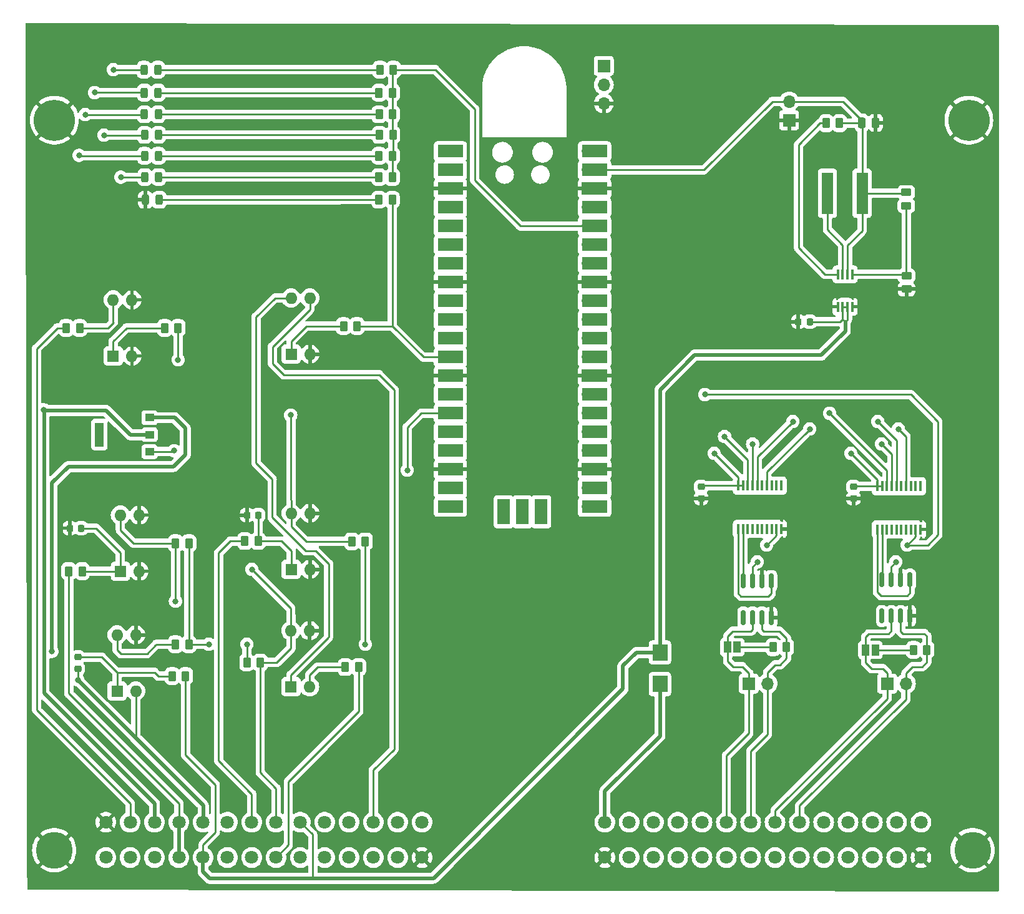
<source format=gtl>
%TF.GenerationSoftware,KiCad,Pcbnew,7.0.1-0*%
%TF.CreationDate,2023-08-06T23:45:38+01:00*%
%TF.ProjectId,chademo-charge-controller,63686164-656d-46f2-9d63-68617267652d,rev?*%
%TF.SameCoordinates,Original*%
%TF.FileFunction,Copper,L1,Top*%
%TF.FilePolarity,Positive*%
%FSLAX46Y46*%
G04 Gerber Fmt 4.6, Leading zero omitted, Abs format (unit mm)*
G04 Created by KiCad (PCBNEW 7.0.1-0) date 2023-08-06 23:45:38*
%MOMM*%
%LPD*%
G01*
G04 APERTURE LIST*
G04 Aperture macros list*
%AMRoundRect*
0 Rectangle with rounded corners*
0 $1 Rounding radius*
0 $2 $3 $4 $5 $6 $7 $8 $9 X,Y pos of 4 corners*
0 Add a 4 corners polygon primitive as box body*
4,1,4,$2,$3,$4,$5,$6,$7,$8,$9,$2,$3,0*
0 Add four circle primitives for the rounded corners*
1,1,$1+$1,$2,$3*
1,1,$1+$1,$4,$5*
1,1,$1+$1,$6,$7*
1,1,$1+$1,$8,$9*
0 Add four rect primitives between the rounded corners*
20,1,$1+$1,$2,$3,$4,$5,0*
20,1,$1+$1,$4,$5,$6,$7,0*
20,1,$1+$1,$6,$7,$8,$9,0*
20,1,$1+$1,$8,$9,$2,$3,0*%
G04 Aperture macros list end*
%TA.AperFunction,SMDPad,CuDef*%
%ADD10R,1.200000X1.000000*%
%TD*%
%TA.AperFunction,SMDPad,CuDef*%
%ADD11R,1.200000X3.300000*%
%TD*%
%TA.AperFunction,SMDPad,CuDef*%
%ADD12R,0.450000X1.475000*%
%TD*%
%TA.AperFunction,SMDPad,CuDef*%
%ADD13R,0.450000X1.400000*%
%TD*%
%TA.AperFunction,ComponentPad*%
%ADD14R,1.600000X1.600000*%
%TD*%
%TA.AperFunction,ComponentPad*%
%ADD15O,1.600000X1.600000*%
%TD*%
%TA.AperFunction,SMDPad,CuDef*%
%ADD16RoundRect,0.250000X0.262500X0.450000X-0.262500X0.450000X-0.262500X-0.450000X0.262500X-0.450000X0*%
%TD*%
%TA.AperFunction,SMDPad,CuDef*%
%ADD17RoundRect,0.243750X-0.243750X-0.456250X0.243750X-0.456250X0.243750X0.456250X-0.243750X0.456250X0*%
%TD*%
%TA.AperFunction,SMDPad,CuDef*%
%ADD18RoundRect,0.250000X-0.262500X-0.450000X0.262500X-0.450000X0.262500X0.450000X-0.262500X0.450000X0*%
%TD*%
%TA.AperFunction,SMDPad,CuDef*%
%ADD19RoundRect,0.225000X0.225000X0.250000X-0.225000X0.250000X-0.225000X-0.250000X0.225000X-0.250000X0*%
%TD*%
%TA.AperFunction,ComponentPad*%
%ADD20C,1.800000*%
%TD*%
%TA.AperFunction,ComponentPad*%
%ADD21C,5.000000*%
%TD*%
%TA.AperFunction,ComponentPad*%
%ADD22R,1.700000X1.700000*%
%TD*%
%TA.AperFunction,ComponentPad*%
%ADD23O,1.700000X1.700000*%
%TD*%
%TA.AperFunction,SMDPad,CuDef*%
%ADD24R,2.050000X2.250000*%
%TD*%
%TA.AperFunction,SMDPad,CuDef*%
%ADD25RoundRect,0.150000X-0.150000X0.825000X-0.150000X-0.825000X0.150000X-0.825000X0.150000X0.825000X0*%
%TD*%
%TA.AperFunction,ComponentPad*%
%ADD26C,5.600000*%
%TD*%
%TA.AperFunction,SMDPad,CuDef*%
%ADD27R,1.000000X1.500000*%
%TD*%
%TA.AperFunction,SMDPad,CuDef*%
%ADD28RoundRect,0.250000X-0.250000X-0.475000X0.250000X-0.475000X0.250000X0.475000X-0.250000X0.475000X0*%
%TD*%
%TA.AperFunction,SMDPad,CuDef*%
%ADD29RoundRect,0.225000X-0.250000X0.225000X-0.250000X-0.225000X0.250000X-0.225000X0.250000X0.225000X0*%
%TD*%
%TA.AperFunction,SMDPad,CuDef*%
%ADD30RoundRect,0.250000X-0.450000X0.262500X-0.450000X-0.262500X0.450000X-0.262500X0.450000X0.262500X0*%
%TD*%
%TA.AperFunction,SMDPad,CuDef*%
%ADD31R,3.500000X1.700000*%
%TD*%
%TA.AperFunction,SMDPad,CuDef*%
%ADD32R,1.700000X3.500000*%
%TD*%
%TA.AperFunction,SMDPad,CuDef*%
%ADD33R,1.600000X5.700000*%
%TD*%
%TA.AperFunction,ViaPad*%
%ADD34C,0.800000*%
%TD*%
%TA.AperFunction,Conductor*%
%ADD35C,0.500000*%
%TD*%
%TA.AperFunction,Conductor*%
%ADD36C,0.250000*%
%TD*%
G04 APERTURE END LIST*
D10*
%TO.P,IC6,1,G*%
%TO.N,OUT_2_CONTACTOR_ENABLE*%
X118716000Y-84088000D03*
%TO.P,IC6,2,D_1*%
%TO.N,CONTACTOR_NEG*%
X118716000Y-81788000D03*
%TO.P,IC6,3,S*%
%TO.N,CP2*%
X118716000Y-79488000D03*
D11*
%TO.P,IC6,4,D_2*%
%TO.N,unconnected-(IC6-D_2-Pad4)*%
X111916000Y-81788000D03*
%TD*%
D12*
%TO.P,IC4,1,TXCAN*%
%TO.N,CHADEMO_CAN_TX*%
X217456598Y-94653400D03*
%TO.P,IC4,2,RXCAN*%
%TO.N,CHADEMO_CAN_RX*%
X218106598Y-94653400D03*
%TO.P,IC4,3,CLKOUT/SOF*%
%TO.N,unconnected-(IC4-CLKOUT{slash}SOF-Pad3)*%
X218756598Y-94653400D03*
%TO.P,IC4,4,~{TX0RTS}*%
%TO.N,unconnected-(IC4-~{TX0RTS}-Pad4)*%
X219406598Y-94653400D03*
%TO.P,IC4,5,~{TX1RTS}*%
%TO.N,unconnected-(IC4-~{TX1RTS}-Pad5)*%
X220056598Y-94653400D03*
%TO.P,IC4,6,NC_1*%
%TO.N,unconnected-(IC4-NC_1-Pad6)*%
X220706598Y-94653400D03*
%TO.P,IC4,7,~{TX2RTS}*%
%TO.N,unconnected-(IC4-~{TX2RTS}-Pad7)*%
X221356598Y-94653400D03*
%TO.P,IC4,8,OSC2*%
%TO.N,unconnected-(IC4-OSC2-Pad8)*%
X222006598Y-94653400D03*
%TO.P,IC4,9,OSC1*%
%TO.N,8MHz*%
X222656598Y-94653400D03*
%TO.P,IC4,10,VSS*%
%TO.N,GND*%
X223306598Y-94653400D03*
%TO.P,IC4,11,~{RX1BF}*%
%TO.N,unconnected-(IC4-~{RX1BF}-Pad11)*%
X223306598Y-88777400D03*
%TO.P,IC4,12,~{RX0BF}*%
%TO.N,unconnected-(IC4-~{RX0BF}-Pad12)*%
X222656598Y-88777400D03*
%TO.P,IC4,13,~{INT}*%
%TO.N,unconnected-(IC4-~{INT}-Pad13)*%
X222006598Y-88777400D03*
%TO.P,IC4,14,SCK*%
%TO.N,SPI0_CLK*%
X221356598Y-88777400D03*
%TO.P,IC4,15,NC_2*%
%TO.N,unconnected-(IC4-NC_2-Pad15)*%
X220706598Y-88777400D03*
%TO.P,IC4,16,SI*%
%TO.N,SPI0_MOSI*%
X220056598Y-88777400D03*
%TO.P,IC4,17,SO*%
%TO.N,SPI0_MISO*%
X219406598Y-88777400D03*
%TO.P,IC4,18,~{CS}*%
%TO.N,CHADEMO_CS*%
X218756598Y-88777400D03*
%TO.P,IC4,19,~{RESET}*%
%TO.N,3V*%
X218106598Y-88777400D03*
%TO.P,IC4,20,VDD*%
X217456598Y-88777400D03*
%TD*%
%TO.P,IC2,1,TXCAN*%
%TO.N,MAIN_CAN_TX*%
X198584200Y-94589600D03*
%TO.P,IC2,2,RXCAN*%
%TO.N,MAIN_CAN_RX*%
X199234200Y-94589600D03*
%TO.P,IC2,3,CLKOUT/SOF*%
%TO.N,unconnected-(IC2-CLKOUT{slash}SOF-Pad3)*%
X199884200Y-94589600D03*
%TO.P,IC2,4,~{TX0RTS}*%
%TO.N,unconnected-(IC2-~{TX0RTS}-Pad4)*%
X200534200Y-94589600D03*
%TO.P,IC2,5,~{TX1RTS}*%
%TO.N,unconnected-(IC2-~{TX1RTS}-Pad5)*%
X201184200Y-94589600D03*
%TO.P,IC2,6,NC_1*%
%TO.N,unconnected-(IC2-NC_1-Pad6)*%
X201834200Y-94589600D03*
%TO.P,IC2,7,~{TX2RTS}*%
%TO.N,unconnected-(IC2-~{TX2RTS}-Pad7)*%
X202484200Y-94589600D03*
%TO.P,IC2,8,OSC2*%
%TO.N,unconnected-(IC2-OSC2-Pad8)*%
X203134200Y-94589600D03*
%TO.P,IC2,9,OSC1*%
%TO.N,8MHz*%
X203784200Y-94589600D03*
%TO.P,IC2,10,VSS*%
%TO.N,GND*%
X204434200Y-94589600D03*
%TO.P,IC2,11,~{RX1BF}*%
%TO.N,unconnected-(IC2-~{RX1BF}-Pad11)*%
X204434200Y-88713600D03*
%TO.P,IC2,12,~{RX0BF}*%
%TO.N,unconnected-(IC2-~{RX0BF}-Pad12)*%
X203784200Y-88713600D03*
%TO.P,IC2,13,~{INT}*%
%TO.N,unconnected-(IC2-~{INT}-Pad13)*%
X203134200Y-88713600D03*
%TO.P,IC2,14,SCK*%
%TO.N,SPI0_CLK*%
X202484200Y-88713600D03*
%TO.P,IC2,15,NC_2*%
%TO.N,unconnected-(IC2-NC_2-Pad15)*%
X201834200Y-88713600D03*
%TO.P,IC2,16,SI*%
%TO.N,SPI0_MOSI*%
X201184200Y-88713600D03*
%TO.P,IC2,17,SO*%
%TO.N,SPI0_MISO*%
X200534200Y-88713600D03*
%TO.P,IC2,18,~{CS}*%
%TO.N,MAIN_CAN_CS*%
X199884200Y-88713600D03*
%TO.P,IC2,19,~{RESET}*%
%TO.N,3V*%
X199234200Y-88713600D03*
%TO.P,IC2,20,VDD*%
X198584200Y-88713600D03*
%TD*%
D13*
%TO.P,IC1,1,PGND*%
%TO.N,GND*%
X212108000Y-64430000D03*
%TO.P,IC1,2,VIN*%
%TO.N,12V*%
X212758000Y-64430000D03*
%TO.P,IC1,3,EN*%
X213408000Y-64430000D03*
%TO.P,IC1,4,AGND*%
%TO.N,GND*%
X214058000Y-64430000D03*
%TO.P,IC1,5,FB*%
%TO.N,Net-(IC1-FB)*%
X214058000Y-60030000D03*
%TO.P,IC1,6,VOS*%
%TO.N,5V*%
X213408000Y-60030000D03*
%TO.P,IC1,7,SW*%
%TO.N,Net-(IC1-SW)*%
X212758000Y-60030000D03*
%TO.P,IC1,8,PG*%
%TO.N,Net-(IC1-PG)*%
X212108000Y-60030000D03*
%TD*%
D14*
%TO.P,U7,1*%
%TO.N,Net-(R22-Pad2)*%
X137922000Y-70866000D03*
D15*
%TO.P,U7,2*%
%TO.N,GND*%
X140462000Y-70866000D03*
%TO.P,U7,3*%
%TO.N,CHARGE_ENABLE*%
X140462000Y-63246000D03*
%TO.P,U7,4*%
%TO.N,12V*%
X137922000Y-63246000D03*
%TD*%
D16*
%TO.P,R23,1*%
%TO.N,CHARGE_ENABLE_MCU*%
X151637369Y-49893217D03*
%TO.P,R23,2*%
%TO.N,Net-(D8-A)*%
X149812369Y-49893217D03*
%TD*%
%TO.P,R22,1*%
%TO.N,CHARGE_ENABLE_MCU*%
X146859000Y-67056000D03*
%TO.P,R22,2*%
%TO.N,Net-(R22-Pad2)*%
X145034000Y-67056000D03*
%TD*%
D17*
%TO.P,D8,1,K*%
%TO.N,GND*%
X118150451Y-49913910D03*
%TO.P,D8,2,A*%
%TO.N,Net-(D8-A)*%
X120025451Y-49913910D03*
%TD*%
D14*
%TO.P,U6,1*%
%TO.N,Net-(C7-Pad1)*%
X137922000Y-100076000D03*
D15*
%TO.P,U6,2*%
%TO.N,GND*%
X140462000Y-100076000D03*
%TO.P,U6,3*%
X140462000Y-92456000D03*
%TO.P,U6,4*%
%TO.N,CHARGE_INHIBIT_MCU*%
X137922000Y-92456000D03*
%TD*%
D16*
%TO.P,R21,1*%
%TO.N,3V*%
X147983500Y-96276000D03*
%TO.P,R21,2*%
%TO.N,CHARGE_INHIBIT_MCU*%
X146158500Y-96276000D03*
%TD*%
%TO.P,R20,1*%
%TO.N,3V*%
X151668427Y-46840365D03*
%TO.P,R20,2*%
%TO.N,Net-(D7-A)*%
X149843427Y-46840365D03*
%TD*%
D18*
%TO.P,R19,1*%
%TO.N,CHARGE_INHIBIT*%
X131630630Y-96226878D03*
%TO.P,R19,2*%
%TO.N,Net-(C7-Pad1)*%
X133455630Y-96226878D03*
%TD*%
D17*
%TO.P,D7,1,K*%
%TO.N,CHARGE_INHIBIT_MCU*%
X118073022Y-46825148D03*
%TO.P,D7,2,A*%
%TO.N,Net-(D7-A)*%
X119948022Y-46825148D03*
%TD*%
D19*
%TO.P,C7,1*%
%TO.N,Net-(C7-Pad1)*%
X133464600Y-92710000D03*
%TO.P,C7,2*%
%TO.N,GND*%
X131914600Y-92710000D03*
%TD*%
D18*
%TO.P,R18,1*%
%TO.N,CONCTACTOR_POS*%
X107742750Y-100320000D03*
%TO.P,R18,2*%
%TO.N,Net-(C5-Pad1)*%
X109567750Y-100320000D03*
%TD*%
D16*
%TO.P,R17,1*%
%TO.N,12V*%
X123594500Y-114554000D03*
%TO.P,R17,2*%
%TO.N,Net-(C6-Pad1)*%
X121769500Y-114554000D03*
%TD*%
D20*
%TO.P,J2,1,Pin_1*%
%TO.N,GND*%
X112778000Y-134376000D03*
%TO.P,J2,2,Pin_2*%
%TO.N,CP3*%
X116078000Y-134376000D03*
%TO.P,J2,3,Pin_3*%
%TO.N,CONTACTOR_NEG*%
X119378000Y-134376000D03*
%TO.P,J2,4,Pin_4*%
%TO.N,CONCTACTOR_POS*%
X122678000Y-134376000D03*
%TO.P,J2,5,Pin_5*%
%TO.N,CP2*%
X125978000Y-134376000D03*
%TO.P,J2,6,Pin_6*%
%TO.N,unconnected-(J2-Pin_6-Pad6)*%
X129278000Y-134376000D03*
%TO.P,J2,7,Pin_7*%
%TO.N,CHARGE_INHIBIT*%
X132578000Y-134376000D03*
%TO.P,J2,8,Pin_8*%
%TO.N,MANUAL_WAKE_SWITCH_A*%
X135878000Y-134376000D03*
%TO.P,J2,9,Pin_9*%
%TO.N,12V*%
X139178000Y-134376000D03*
%TO.P,J2,10,Pin_10*%
%TO.N,unconnected-(J2-Pin_10-Pad10)*%
X142478000Y-134376000D03*
%TO.P,J2,11,Pin_11*%
%TO.N,unconnected-(J2-Pin_11-Pad11)*%
X145778000Y-134376000D03*
%TO.P,J2,12,Pin_12*%
%TO.N,CHARGE_ENABLE*%
X149078000Y-134376000D03*
%TO.P,J2,13,Pin_13*%
%TO.N,unconnected-(J2-Pin_13-Pad13)*%
X152378000Y-134376000D03*
%TO.P,J2,14,Pin_14*%
%TO.N,unconnected-(J2-Pin_14-Pad14)*%
X155678000Y-134376000D03*
%TO.P,J2,15,Pin_15*%
%TO.N,12V_IN*%
X180478000Y-134376000D03*
%TO.P,J2,16,Pin_16*%
%TO.N,unconnected-(J2-Pin_16-Pad16)*%
X183778000Y-134376000D03*
%TO.P,J2,17,Pin_17*%
%TO.N,unconnected-(J2-Pin_17-Pad17)*%
X187078000Y-134376000D03*
%TO.P,J2,18,Pin_18*%
%TO.N,unconnected-(J2-Pin_18-Pad18)*%
X190378000Y-134376000D03*
%TO.P,J2,19,Pin_19*%
%TO.N,unconnected-(J2-Pin_19-Pad19)*%
X193678000Y-134376000D03*
%TO.P,J2,20,Pin_20*%
%TO.N,MAIN_CAN_L*%
X196978000Y-134376000D03*
%TO.P,J2,21,Pin_21*%
%TO.N,MAIN_CAN_H*%
X200278000Y-134376000D03*
%TO.P,J2,22,Pin_22*%
%TO.N,CHADEMO_CAN_L*%
X203578000Y-134376000D03*
%TO.P,J2,23,Pin_23*%
%TO.N,CHADEMO_CAN_H*%
X206878000Y-134376000D03*
%TO.P,J2,24,Pin_24*%
%TO.N,unconnected-(J2-Pin_24-Pad24)*%
X210178000Y-134376000D03*
%TO.P,J2,25,Pin_25*%
%TO.N,unconnected-(J2-Pin_25-Pad25)*%
X213478000Y-134376000D03*
%TO.P,J2,26,Pin_26*%
%TO.N,unconnected-(J2-Pin_26-Pad26)*%
X216778000Y-134376000D03*
%TO.P,J2,27,Pin_27*%
%TO.N,unconnected-(J2-Pin_27-Pad27)*%
X220078000Y-134376000D03*
%TO.P,J2,28,Pin_28*%
%TO.N,unconnected-(J2-Pin_28-Pad28)*%
X223378000Y-134376000D03*
%TO.P,J2,29,Pin_29*%
%TO.N,unconnected-(J2-Pin_29-Pad29)*%
X112778000Y-139176000D03*
%TO.P,J2,30,Pin_30*%
%TO.N,unconnected-(J2-Pin_30-Pad30)*%
X116078000Y-139176000D03*
%TO.P,J2,31,Pin_31*%
%TO.N,unconnected-(J2-Pin_31-Pad31)*%
X119378000Y-139176000D03*
%TO.P,J2,32,Pin_32*%
%TO.N,CONCTACTOR_POS*%
X122678000Y-139176000D03*
%TO.P,J2,33,Pin_33*%
%TO.N,12V*%
X125978000Y-139176000D03*
%TO.P,J2,34,Pin_34*%
%TO.N,unconnected-(J2-Pin_34-Pad34)*%
X129278000Y-139176000D03*
%TO.P,J2,35,Pin_35*%
%TO.N,unconnected-(J2-Pin_35-Pad35)*%
X132578000Y-139176000D03*
%TO.P,J2,36,Pin_36*%
%TO.N,PROX*%
X135878000Y-139176000D03*
%TO.P,J2,37,Pin_37*%
%TO.N,unconnected-(J2-Pin_37-Pad37)*%
X139178000Y-139176000D03*
%TO.P,J2,38,Pin_38*%
%TO.N,unconnected-(J2-Pin_38-Pad38)*%
X142478000Y-139176000D03*
%TO.P,J2,39,Pin_39*%
%TO.N,unconnected-(J2-Pin_39-Pad39)*%
X145778000Y-139176000D03*
%TO.P,J2,40,Pin_40*%
%TO.N,unconnected-(J2-Pin_40-Pad40)*%
X149078000Y-139176000D03*
%TO.P,J2,41,Pin_41*%
%TO.N,unconnected-(J2-Pin_41-Pad41)*%
X152378000Y-139176000D03*
%TO.P,J2,42,Pin_42*%
%TO.N,GND*%
X155678000Y-139176000D03*
%TO.P,J2,43,Pin_43*%
X180478000Y-139176000D03*
%TO.P,J2,44,Pin_44*%
%TO.N,unconnected-(J2-Pin_44-Pad44)*%
X183778000Y-139176000D03*
%TO.P,J2,45,Pin_45*%
%TO.N,unconnected-(J2-Pin_45-Pad45)*%
X187078000Y-139176000D03*
%TO.P,J2,46,Pin_46*%
%TO.N,unconnected-(J2-Pin_46-Pad46)*%
X190378000Y-139176000D03*
%TO.P,J2,47,Pin_47*%
%TO.N,unconnected-(J2-Pin_47-Pad47)*%
X193678000Y-139176000D03*
%TO.P,J2,48,Pin_48*%
%TO.N,unconnected-(J2-Pin_48-Pad48)*%
X196978000Y-139176000D03*
%TO.P,J2,49,Pin_49*%
%TO.N,unconnected-(J2-Pin_49-Pad49)*%
X200278000Y-139176000D03*
%TO.P,J2,50,Pin_50*%
%TO.N,unconnected-(J2-Pin_50-Pad50)*%
X203578000Y-139176000D03*
%TO.P,J2,51,Pin_51*%
%TO.N,unconnected-(J2-Pin_51-Pad51)*%
X206878000Y-139176000D03*
%TO.P,J2,52,Pin_52*%
%TO.N,unconnected-(J2-Pin_52-Pad52)*%
X210178000Y-139176000D03*
%TO.P,J2,53,Pin_53*%
%TO.N,unconnected-(J2-Pin_53-Pad53)*%
X213478000Y-139176000D03*
%TO.P,J2,54,Pin_54*%
%TO.N,unconnected-(J2-Pin_54-Pad54)*%
X216778000Y-139176000D03*
%TO.P,J2,55,Pin_55*%
%TO.N,unconnected-(J2-Pin_55-Pad55)*%
X220078000Y-139176000D03*
%TO.P,J2,56,Pin_56*%
%TO.N,GND*%
X223378000Y-139176000D03*
D21*
%TO.P,J2,57,Pin_57*%
X105778000Y-138176000D03*
X230378000Y-138176000D03*
%TD*%
D14*
%TO.P,U2,1*%
%TO.N,Net-(C5-Pad1)*%
X114751250Y-100320000D03*
D15*
%TO.P,U2,2*%
%TO.N,GND*%
X117291250Y-100320000D03*
%TO.P,U2,3*%
X117291250Y-92700000D03*
%TO.P,U2,4*%
%TO.N,IN1*%
X114751250Y-92700000D03*
%TD*%
D16*
%TO.P,R10,1*%
%TO.N,3V*%
X124042292Y-110236000D03*
%TO.P,R10,2*%
%TO.N,IN2*%
X122217292Y-110236000D03*
%TD*%
D22*
%TO.P,J1,1,1*%
%TO.N,UART_TX*%
X180340000Y-31750000D03*
D23*
%TO.P,J1,2,2*%
%TO.N,UART_RX*%
X180340000Y-34290000D03*
%TO.P,J1,3,3*%
%TO.N,GND*%
X180340000Y-36830000D03*
%TD*%
D24*
%TO.P,D1,1*%
%TO.N,12V*%
X187960000Y-111337200D03*
%TO.P,D1,2*%
%TO.N,12V_IN*%
X187960000Y-115637200D03*
%TD*%
D19*
%TO.P,C1,1*%
%TO.N,12V*%
X208293000Y-66462000D03*
%TO.P,C1,2*%
%TO.N,GND*%
X206743000Y-66462000D03*
%TD*%
D22*
%TO.P,J3,1,Pin_1*%
%TO.N,MAIN_CAN_L*%
X200020000Y-115570000D03*
D23*
%TO.P,J3,2,Pin_2*%
%TO.N,MAIN_CAN_H*%
X202560000Y-115570000D03*
%TD*%
D16*
%TO.P,R4,1*%
%TO.N,3V*%
X124050750Y-96520000D03*
%TO.P,R4,2*%
%TO.N,IN1*%
X122225750Y-96520000D03*
%TD*%
D25*
%TO.P,IC5,1,D*%
%TO.N,CHADEMO_CAN_TX*%
X221897198Y-101447600D03*
%TO.P,IC5,2,GND*%
%TO.N,GND*%
X220627198Y-101447600D03*
%TO.P,IC5,3,VCC*%
%TO.N,3V*%
X219357198Y-101447600D03*
%TO.P,IC5,4,R*%
%TO.N,CHADEMO_CAN_RX*%
X218087198Y-101447600D03*
%TO.P,IC5,5,Vref*%
%TO.N,unconnected-(IC5-Vref-Pad5)*%
X218087198Y-106397600D03*
%TO.P,IC5,6,CANL*%
%TO.N,CHADEMO_CAN_L*%
X219357198Y-106397600D03*
%TO.P,IC5,7,CANH*%
%TO.N,CHADEMO_CAN_H*%
X220627198Y-106397600D03*
%TO.P,IC5,8,Rs*%
%TO.N,GND*%
X221897198Y-106397600D03*
%TD*%
D26*
%TO.P,H1,1,1*%
%TO.N,GND*%
X105796570Y-39114133D03*
%TD*%
D16*
%TO.P,R8,1*%
%TO.N,3V*%
X151688250Y-38321652D03*
%TO.P,R8,2*%
%TO.N,Net-(D3-A)*%
X149863250Y-38321652D03*
%TD*%
D17*
%TO.P,D5,1,K*%
%TO.N,CONTACTOR_NEG*%
X118029715Y-43942000D03*
%TO.P,D5,2,A*%
%TO.N,Net-(D5-A)*%
X119904715Y-43942000D03*
%TD*%
D27*
%TO.P,JP1,1,A*%
%TO.N,Net-(JP1-A)*%
X198441755Y-110630174D03*
%TO.P,JP1,2,B*%
%TO.N,MAIN_CAN_L*%
X197141755Y-110630174D03*
%TD*%
D28*
%TO.P,C4,1*%
%TO.N,5V*%
X215343200Y-39471600D03*
%TO.P,C4,2*%
%TO.N,GND*%
X217243200Y-39471600D03*
%TD*%
D16*
%TO.P,R11,1*%
%TO.N,3V*%
X151671715Y-43942000D03*
%TO.P,R11,2*%
%TO.N,Net-(D5-A)*%
X149846715Y-43942000D03*
%TD*%
D17*
%TO.P,D6,1,K*%
%TO.N,MANUAL_WAKE_SWITCH_A*%
X117955663Y-32258908D03*
%TO.P,D6,2,A*%
%TO.N,Net-(D6-A)*%
X119830663Y-32258908D03*
%TD*%
D18*
%TO.P,R6,1*%
%TO.N,CP3*%
X107395000Y-67310000D03*
%TO.P,R6,2*%
%TO.N,Net-(D4-K)*%
X109220000Y-67310000D03*
%TD*%
D29*
%TO.P,C3,1*%
%TO.N,3V*%
X193548000Y-88887000D03*
%TO.P,C3,2*%
%TO.N,GND*%
X193548000Y-90437000D03*
%TD*%
D16*
%TO.P,R15,1*%
%TO.N,3V*%
X151788500Y-32258000D03*
%TO.P,R15,2*%
%TO.N,Net-(D6-A)*%
X149963500Y-32258000D03*
%TD*%
D30*
%TO.P,R2,1*%
%TO.N,5V*%
X221373200Y-48922300D03*
%TO.P,R2,2*%
%TO.N,Net-(IC1-FB)*%
X221373200Y-50747300D03*
%TD*%
D14*
%TO.P,U5,1*%
%TO.N,12V*%
X137897642Y-115998393D03*
D15*
%TO.P,U5,2*%
%TO.N,Net-(R14-Pad1)*%
X140437642Y-115998393D03*
%TO.P,U5,3*%
%TO.N,GND*%
X140437642Y-108378393D03*
%TO.P,U5,4*%
%TO.N,MANUAL_WAKE_SWITCH_A*%
X137897642Y-108378393D03*
%TD*%
D16*
%TO.P,R1,1*%
%TO.N,5V*%
X212327000Y-39522400D03*
%TO.P,R1,2*%
%TO.N,Net-(IC1-PG)*%
X210502000Y-39522400D03*
%TD*%
%TO.P,R5,1*%
%TO.N,3V*%
X151677624Y-35378780D03*
%TO.P,R5,2*%
%TO.N,Net-(D2-A)*%
X149852624Y-35378780D03*
%TD*%
D26*
%TO.P,H2,1,1*%
%TO.N,GND*%
X229870000Y-39114133D03*
%TD*%
D30*
%TO.P,R3,1*%
%TO.N,Net-(IC1-FB)*%
X221424000Y-60215500D03*
%TO.P,R3,2*%
%TO.N,GND*%
X221424000Y-62040500D03*
%TD*%
D19*
%TO.P,C5,1*%
%TO.N,Net-(C5-Pad1)*%
X109430250Y-94478000D03*
%TO.P,C5,2*%
%TO.N,GND*%
X107880250Y-94478000D03*
%TD*%
D29*
%TO.P,C6,1*%
%TO.N,Net-(C6-Pad1)*%
X108966000Y-112001000D03*
%TO.P,C6,2*%
%TO.N,CP2*%
X108966000Y-113551000D03*
%TD*%
D18*
%TO.P,R14,1*%
%TO.N,Net-(R14-Pad1)*%
X145268642Y-113334800D03*
%TO.P,R14,2*%
%TO.N,PROX*%
X147093642Y-113334800D03*
%TD*%
D23*
%TO.P,U1,1,GPIO0*%
%TO.N,UART_TX*%
X160426400Y-43332400D03*
D31*
X159526400Y-43332400D03*
D23*
%TO.P,U1,2,GPIO1*%
%TO.N,UART_RX*%
X160426400Y-45872400D03*
D31*
X159526400Y-45872400D03*
D22*
%TO.P,U1,3,GND*%
%TO.N,GND*%
X160426400Y-48412400D03*
D31*
X159526400Y-48412400D03*
D23*
%TO.P,U1,4,GPIO2*%
%TO.N,unconnected-(U1-GPIO2-Pad4)*%
X160426400Y-50952400D03*
D31*
X159526400Y-50952400D03*
D23*
%TO.P,U1,5,GPIO3*%
%TO.N,unconnected-(U1-GPIO3-Pad5)*%
X160426400Y-53492400D03*
D31*
X159526400Y-53492400D03*
D23*
%TO.P,U1,6,GPIO4*%
%TO.N,unconnected-(U1-GPIO4-Pad6)*%
X160426400Y-56032400D03*
D31*
X159526400Y-56032400D03*
D23*
%TO.P,U1,7,GPIO5*%
%TO.N,unconnected-(U1-GPIO5-Pad7)*%
X160426400Y-58572400D03*
D31*
X159526400Y-58572400D03*
D22*
%TO.P,U1,8,GND*%
%TO.N,GND*%
X160426400Y-61112400D03*
D31*
X159526400Y-61112400D03*
D23*
%TO.P,U1,9,GPIO6*%
%TO.N,unconnected-(U1-GPIO6-Pad9)*%
X160426400Y-63652400D03*
D31*
X159526400Y-63652400D03*
D23*
%TO.P,U1,10,GPIO7*%
%TO.N,unconnected-(U1-GPIO7-Pad10)*%
X160426400Y-66192400D03*
D31*
X159526400Y-66192400D03*
D23*
%TO.P,U1,11,GPIO8*%
%TO.N,unconnected-(U1-GPIO8-Pad11)*%
X160426400Y-68732400D03*
D31*
X159526400Y-68732400D03*
D23*
%TO.P,U1,12,GPIO9*%
%TO.N,CHARGE_ENABLE_MCU*%
X160426400Y-71272400D03*
D31*
X159526400Y-71272400D03*
D22*
%TO.P,U1,13,GND*%
%TO.N,GND*%
X160426400Y-73812400D03*
D31*
X159526400Y-73812400D03*
D23*
%TO.P,U1,14,GPIO10*%
%TO.N,CHARGE_INHIBIT_MCU*%
X160426400Y-76352400D03*
D31*
X159526400Y-76352400D03*
D23*
%TO.P,U1,15,GPIO11*%
%TO.N,MANUAL_WAKE_SWITCH_A*%
X160426400Y-78892400D03*
D31*
X159526400Y-78892400D03*
D23*
%TO.P,U1,16,GPIO12*%
%TO.N,OUT_1_CHARGE_ENABLE*%
X160426400Y-81432400D03*
D31*
X159526400Y-81432400D03*
D23*
%TO.P,U1,17,GPIO13*%
%TO.N,OUT_2_CONTACTOR_ENABLE*%
X160426400Y-83972400D03*
D31*
X159526400Y-83972400D03*
D22*
%TO.P,U1,18,GND*%
%TO.N,GND*%
X160426400Y-86512400D03*
D31*
X159526400Y-86512400D03*
D23*
%TO.P,U1,19,GPIO14*%
%TO.N,IN1*%
X160426400Y-89052400D03*
D31*
X159526400Y-89052400D03*
D23*
%TO.P,U1,20,GPIO15*%
%TO.N,IN2*%
X160426400Y-91592400D03*
D31*
X159526400Y-91592400D03*
D23*
%TO.P,U1,21,GPIO16*%
%TO.N,SPI0_MISO*%
X178206400Y-91592400D03*
D31*
X179106400Y-91592400D03*
D23*
%TO.P,U1,22,GPIO17*%
%TO.N,MAIN_CAN_CS*%
X178206400Y-89052400D03*
D31*
X179106400Y-89052400D03*
D22*
%TO.P,U1,23,GND*%
%TO.N,GND*%
X178206400Y-86512400D03*
D31*
X179106400Y-86512400D03*
D23*
%TO.P,U1,24,GPIO18*%
%TO.N,SPI0_CLK*%
X178206400Y-83972400D03*
D31*
X179106400Y-83972400D03*
D23*
%TO.P,U1,25,GPIO19*%
%TO.N,SPI0_MOSI*%
X178206400Y-81432400D03*
D31*
X179106400Y-81432400D03*
D23*
%TO.P,U1,26,GPIO20*%
%TO.N,CHADEMO_CS*%
X178206400Y-78892400D03*
D31*
X179106400Y-78892400D03*
D23*
%TO.P,U1,27,GPIO21*%
%TO.N,8MHz*%
X178206400Y-76352400D03*
D31*
X179106400Y-76352400D03*
D22*
%TO.P,U1,28,GND*%
%TO.N,GND*%
X178206400Y-73812400D03*
D31*
X179106400Y-73812400D03*
D23*
%TO.P,U1,29,GPIO22*%
%TO.N,unconnected-(U1-GPIO22-Pad29)*%
X178206400Y-71272400D03*
D31*
X179106400Y-71272400D03*
D23*
%TO.P,U1,30,RUN*%
%TO.N,unconnected-(U1-RUN-Pad30)*%
X178206400Y-68732400D03*
D31*
X179106400Y-68732400D03*
D23*
%TO.P,U1,31,GPIO26_ADC0*%
%TO.N,unconnected-(U1-GPIO26_ADC0-Pad31)*%
X178206400Y-66192400D03*
D31*
X179106400Y-66192400D03*
D23*
%TO.P,U1,32,GPIO27_ADC1*%
%TO.N,unconnected-(U1-GPIO27_ADC1-Pad32)*%
X178206400Y-63652400D03*
D31*
X179106400Y-63652400D03*
D22*
%TO.P,U1,33,AGND*%
%TO.N,GND*%
X178206400Y-61112400D03*
D31*
X179106400Y-61112400D03*
D23*
%TO.P,U1,34,GPIO28_ADC2*%
%TO.N,unconnected-(U1-GPIO28_ADC2-Pad34)*%
X178206400Y-58572400D03*
D31*
X179106400Y-58572400D03*
D23*
%TO.P,U1,35,ADC_VREF*%
%TO.N,unconnected-(U1-ADC_VREF-Pad35)*%
X178206400Y-56032400D03*
D31*
X179106400Y-56032400D03*
D23*
%TO.P,U1,36,3V3*%
%TO.N,3V*%
X178206400Y-53492400D03*
D31*
X179106400Y-53492400D03*
D23*
%TO.P,U1,37,3V3_EN*%
%TO.N,unconnected-(U1-3V3_EN-Pad37)*%
X178206400Y-50952400D03*
D31*
X179106400Y-50952400D03*
D22*
%TO.P,U1,38,GND*%
%TO.N,GND*%
X178206400Y-48412400D03*
D31*
X179106400Y-48412400D03*
D23*
%TO.P,U1,39,VSYS*%
%TO.N,5V*%
X178206400Y-45872400D03*
D31*
X179106400Y-45872400D03*
D23*
%TO.P,U1,40,VBUS*%
%TO.N,unconnected-(U1-VBUS-Pad40)*%
X178206400Y-43332400D03*
D31*
X179106400Y-43332400D03*
D23*
%TO.P,U1,41,SWCLK*%
%TO.N,unconnected-(U1-SWCLK-Pad41)*%
X166776400Y-91362400D03*
D32*
X166776400Y-92262400D03*
D22*
%TO.P,U1,42,GND*%
%TO.N,unconnected-(U1-GND-Pad42)*%
X169316400Y-91362400D03*
D32*
X169316400Y-92262400D03*
D23*
%TO.P,U1,43,SWDIO*%
%TO.N,unconnected-(U1-SWDIO-Pad43)*%
X171856400Y-91362400D03*
D32*
X171856400Y-92262400D03*
%TD*%
D33*
%TO.P,L1,1,1*%
%TO.N,Net-(IC1-SW)*%
X210692000Y-49022000D03*
%TO.P,L1,2,2*%
%TO.N,5V*%
X215392000Y-49022000D03*
%TD*%
D16*
%TO.P,R9,1*%
%TO.N,3V*%
X151718808Y-41102465D03*
%TO.P,R9,2*%
%TO.N,Net-(D4-A)*%
X149893808Y-41102465D03*
%TD*%
D14*
%TO.P,U4,1*%
%TO.N,Net-(R7-Pad2)*%
X113787000Y-71110000D03*
D15*
%TO.P,U4,2*%
%TO.N,GND*%
X116327000Y-71110000D03*
%TO.P,U4,3*%
X116327000Y-63490000D03*
%TO.P,U4,4*%
%TO.N,Net-(D4-K)*%
X113787000Y-63490000D03*
%TD*%
D14*
%TO.P,U3,1*%
%TO.N,Net-(C6-Pad1)*%
X114300000Y-116586000D03*
D15*
%TO.P,U3,2*%
%TO.N,CP2*%
X116840000Y-116586000D03*
%TO.P,U3,3*%
%TO.N,GND*%
X116840000Y-108966000D03*
%TO.P,U3,4*%
%TO.N,IN2*%
X114300000Y-108966000D03*
%TD*%
D18*
%TO.P,R16,1*%
%TO.N,3V*%
X131910142Y-112706393D03*
%TO.P,R16,2*%
%TO.N,MANUAL_WAKE_SWITCH_A*%
X133735142Y-112706393D03*
%TD*%
D17*
%TO.P,D2,1,K*%
%TO.N,IN1*%
X117999124Y-35378780D03*
%TO.P,D2,2,A*%
%TO.N,Net-(D2-A)*%
X119874124Y-35378780D03*
%TD*%
D22*
%TO.P,J7,1,Pin_1*%
%TO.N,GND*%
X205486000Y-39116000D03*
D23*
%TO.P,J7,2,Pin_2*%
%TO.N,5V*%
X205486000Y-36576000D03*
%TD*%
D25*
%TO.P,IC3,1,D*%
%TO.N,MAIN_CAN_TX*%
X203073000Y-101650800D03*
%TO.P,IC3,2,GND*%
%TO.N,GND*%
X201803000Y-101650800D03*
%TO.P,IC3,3,VCC*%
%TO.N,3V*%
X200533000Y-101650800D03*
%TO.P,IC3,4,R*%
%TO.N,MAIN_CAN_RX*%
X199263000Y-101650800D03*
%TO.P,IC3,5,Vref*%
%TO.N,unconnected-(IC3-Vref-Pad5)*%
X199263000Y-106600800D03*
%TO.P,IC3,6,CANL*%
%TO.N,MAIN_CAN_L*%
X200533000Y-106600800D03*
%TO.P,IC3,7,CANH*%
%TO.N,MAIN_CAN_H*%
X201803000Y-106600800D03*
%TO.P,IC3,8,Rs*%
%TO.N,GND*%
X203073000Y-106600800D03*
%TD*%
D17*
%TO.P,D3,1,K*%
%TO.N,IN2*%
X118009750Y-38321652D03*
%TO.P,D3,2,A*%
%TO.N,Net-(D3-A)*%
X119884750Y-38321652D03*
%TD*%
D27*
%TO.P,JP2,1,A*%
%TO.N,Net-(JP2-A)*%
X217170000Y-110998000D03*
%TO.P,JP2,2,B*%
%TO.N,CHADEMO_CAN_L*%
X215870000Y-110998000D03*
%TD*%
D16*
%TO.P,R13,1*%
%TO.N,CHADEMO_CAN_H*%
X224178500Y-110998000D03*
%TO.P,R13,2*%
%TO.N,Net-(JP2-A)*%
X222353500Y-110998000D03*
%TD*%
D17*
%TO.P,D4,1,K*%
%TO.N,Net-(D4-K)*%
X118040308Y-41102465D03*
%TO.P,D4,2,A*%
%TO.N,Net-(D4-A)*%
X119915308Y-41102465D03*
%TD*%
D22*
%TO.P,J8,1,Pin_1*%
%TO.N,CHADEMO_CAN_L*%
X218793398Y-115570000D03*
D23*
%TO.P,J8,2,Pin_2*%
%TO.N,CHADEMO_CAN_H*%
X221333398Y-115570000D03*
%TD*%
D29*
%TO.P,C2,1*%
%TO.N,3V*%
X214226398Y-88887000D03*
%TO.P,C2,2*%
%TO.N,GND*%
X214226398Y-90437000D03*
%TD*%
D16*
%TO.P,R12,1*%
%TO.N,MAIN_CAN_H*%
X205128500Y-110632000D03*
%TO.P,R12,2*%
%TO.N,Net-(JP1-A)*%
X203303500Y-110632000D03*
%TD*%
%TO.P,R7,1*%
%TO.N,OUT_1_CHARGE_ENABLE*%
X122578500Y-67310000D03*
%TO.P,R7,2*%
%TO.N,Net-(R7-Pad2)*%
X120753500Y-67310000D03*
%TD*%
D34*
%TO.N,CP2*%
X105460800Y-111201200D03*
X108966000Y-115062000D03*
%TO.N,GND*%
X218287600Y-55829200D03*
X213004400Y-43027600D03*
X112064800Y-116535200D03*
X119888000Y-116586000D03*
X219964000Y-112268000D03*
X219964000Y-109728000D03*
X201168000Y-112268000D03*
X201168000Y-109474000D03*
%TO.N,3V*%
X147980600Y-110236000D03*
%TO.N,MANUAL_WAKE_SWITCH_A*%
X132588000Y-100076000D03*
X153670000Y-86614000D03*
%TO.N,3V*%
X131910142Y-110236000D03*
%TO.N,CHARGE_INHIBIT_MCU*%
X137871200Y-79146400D03*
X114808000Y-46851865D03*
%TO.N,OUT_2_CONTACTOR_ENABLE*%
X122047000Y-83972400D03*
%TO.N,OUT_1_CHARGE_ENABLE*%
X122578500Y-71628000D03*
%TO.N,IN1*%
X122225750Y-104394000D03*
%TO.N,3V*%
X219964000Y-99060000D03*
X126746000Y-110236000D03*
X201168000Y-99060000D03*
X195326000Y-84328000D03*
X213868000Y-84328000D03*
%TO.N,8MHz*%
X194056000Y-76352400D03*
X221488000Y-96774000D03*
X202438000Y-96774000D03*
%TO.N,SPI0_CLK*%
X220322398Y-81026000D03*
X208280000Y-81026000D03*
%TO.N,SPI0_MOSI*%
X217528398Y-80010000D03*
X205994000Y-80010000D03*
%TO.N,SPI0_MISO*%
X218036398Y-83058000D03*
X200533000Y-83058000D03*
%TO.N,MAIN_CAN_CS*%
X196723000Y-82042000D03*
%TO.N,CHADEMO_CS*%
X210972400Y-78892400D03*
%TO.N,IN1*%
X111252000Y-35373789D03*
%TO.N,IN2*%
X109982000Y-38354000D03*
%TO.N,CONTACTOR_NEG*%
X109143800Y-43891200D03*
X104368600Y-78409800D03*
%TO.N,Net-(D4-K)*%
X112522000Y-41142849D03*
%TO.N,MANUAL_WAKE_SWITCH_A*%
X113792000Y-32258000D03*
%TD*%
D35*
%TO.N,CP2*%
X105460800Y-111201200D02*
X105460800Y-88366600D01*
X107721400Y-86106000D02*
X121970800Y-86106000D01*
X121970800Y-86106000D02*
X123545600Y-84531200D01*
X105460800Y-88366600D02*
X107721400Y-86106000D01*
X123545600Y-84531200D02*
X123545600Y-80924400D01*
X123545600Y-80924400D02*
X122109200Y-79488000D01*
X122109200Y-79488000D02*
X118716000Y-79488000D01*
%TO.N,CONTACTOR_NEG*%
X104368600Y-78409800D02*
X104394000Y-78435200D01*
X104394000Y-78435200D02*
X104394000Y-116890800D01*
X104394000Y-116890800D02*
X119378000Y-131874800D01*
X119378000Y-131874800D02*
X119378000Y-134376000D01*
D36*
X104368600Y-78409800D02*
X104622600Y-78409800D01*
X104622600Y-78409800D02*
X104698800Y-78486000D01*
%TO.N,CHARGE_INHIBIT_MCU*%
X137871200Y-79146400D02*
X137896600Y-79171800D01*
X137896600Y-90652600D02*
X137922000Y-90678000D01*
X137922000Y-90678000D02*
X137922000Y-92456000D01*
X137896600Y-79171800D02*
X137896600Y-90652600D01*
%TO.N,OUT_2_CONTACTOR_ENABLE*%
X122047000Y-83972400D02*
X121931400Y-84088000D01*
X121931400Y-84088000D02*
X118716000Y-84088000D01*
%TO.N,CONTACTOR_NEG*%
X109143800Y-43891200D02*
X109194600Y-43942000D01*
X109194600Y-43942000D02*
X118029715Y-43942000D01*
%TO.N,CHARGE_ENABLE_MCU*%
X160426400Y-71272400D02*
X155879800Y-71272400D01*
X155879800Y-71272400D02*
X151663400Y-67056000D01*
X151663400Y-67056000D02*
X151638000Y-67056000D01*
X151638000Y-67056000D02*
X146859000Y-67056000D01*
X151637369Y-49893217D02*
X151637369Y-67055369D01*
X151637369Y-67055369D02*
X151638000Y-67056000D01*
%TO.N,12V*%
X143002000Y-109220000D02*
X143002000Y-99314000D01*
X143002000Y-99314000D02*
X141224000Y-97536000D01*
X141224000Y-97536000D02*
X139877800Y-97536000D01*
X139877800Y-97536000D02*
X135343900Y-93002100D01*
X135343900Y-93002100D02*
X135343900Y-87820500D01*
X135343900Y-87820500D02*
X133146800Y-85623400D01*
X133146800Y-85623400D02*
X133146800Y-65836800D01*
X133146800Y-65836800D02*
X135737600Y-63246000D01*
X135737600Y-63246000D02*
X137922000Y-63246000D01*
%TO.N,Net-(D8-A)*%
X120025451Y-49913910D02*
X144568552Y-49913910D01*
D35*
%TO.N,CONTACTOR_NEG*%
X104698800Y-78486000D02*
X112776000Y-78486000D01*
X116078000Y-81788000D02*
X118716000Y-81788000D01*
X112776000Y-78486000D02*
X116078000Y-81788000D01*
D36*
%TO.N,CONCTACTOR_POS*%
X107742750Y-100320000D02*
X107746800Y-100324050D01*
X107746800Y-100324050D02*
X107746800Y-116890800D01*
X107746800Y-116890800D02*
X122696570Y-131840570D01*
X122696570Y-131840570D02*
X122696570Y-134314133D01*
D35*
%TO.N,12V*%
X140848927Y-141986000D02*
X126847600Y-141986000D01*
X126847600Y-141986000D02*
X125978000Y-141116400D01*
X125978000Y-141116400D02*
X125978000Y-139176000D01*
%TO.N,CONCTACTOR_POS*%
X122678000Y-134376000D02*
X122678000Y-139176000D01*
D36*
%TO.N,12V*%
X123594500Y-114554000D02*
X123594500Y-125243550D01*
X127636950Y-135767778D02*
X125978000Y-137426728D01*
X123594500Y-125243550D02*
X127636950Y-129286000D01*
X125978000Y-137426728D02*
X125978000Y-139176000D01*
X127636950Y-129286000D02*
X127636950Y-135767778D01*
D35*
X187960000Y-75692000D02*
X187960000Y-111337200D01*
X140848927Y-141986000D02*
X157226000Y-141986000D01*
X182930800Y-116281200D02*
X182930800Y-113182400D01*
X182930800Y-113182400D02*
X184776000Y-111337200D01*
X157226000Y-141986000D02*
X182930800Y-116281200D01*
X184776000Y-111337200D02*
X187960000Y-111337200D01*
%TO.N,12V_IN*%
X187960000Y-122682000D02*
X187960000Y-115637200D01*
D36*
%TO.N,PROX*%
X147093642Y-113334800D02*
X147093642Y-119352358D01*
X137534024Y-128911976D02*
X137534024Y-137476679D01*
X147093642Y-119352358D02*
X137534024Y-128911976D01*
X137534024Y-137476679D02*
X135896570Y-139114133D01*
%TO.N,Net-(R14-Pad1)*%
X145268642Y-113334800D02*
X141482543Y-113334800D01*
X141482543Y-113334800D02*
X140437642Y-114379701D01*
%TO.N,CHARGE_INHIBIT*%
X131630630Y-96226878D02*
X129680722Y-96226878D01*
X129680722Y-96226878D02*
X128086950Y-97820650D01*
X128086950Y-97820650D02*
X128086950Y-126054950D01*
X132578000Y-130546000D02*
X132578000Y-134376000D01*
X128086950Y-126054950D02*
X132578000Y-130546000D01*
%TO.N,Net-(C7-Pad1)*%
X133455630Y-96226878D02*
X136607878Y-96226878D01*
X136607878Y-96226878D02*
X137922000Y-97541000D01*
X137922000Y-97541000D02*
X137922000Y-100076000D01*
%TO.N,CHADEMO_CAN_H*%
X206896570Y-134314133D02*
X206896570Y-132142630D01*
X206896570Y-132142630D02*
X221333398Y-117705802D01*
X221333398Y-117705802D02*
X221333398Y-115570000D01*
%TO.N,CHADEMO_CAN_L*%
X203578000Y-134376000D02*
X203578000Y-132819600D01*
X203578000Y-132819600D02*
X218793398Y-117604202D01*
X218793398Y-117604202D02*
X218793398Y-115570000D01*
%TO.N,MAIN_CAN_L*%
X196978000Y-134376000D02*
X196978000Y-125348000D01*
X196978000Y-125348000D02*
X200020000Y-122306000D01*
X200020000Y-122306000D02*
X200020000Y-115570000D01*
D35*
%TO.N,CP2*%
X125990908Y-132080000D02*
X125990908Y-134348969D01*
X116840000Y-122936000D02*
X125984000Y-132080000D01*
D36*
X125984000Y-132080000D02*
X125990908Y-132080000D01*
X108966000Y-113551000D02*
X108966000Y-115062000D01*
X116840000Y-122936000D02*
X116840000Y-116586000D01*
D35*
X108966000Y-115062000D02*
X116840000Y-122936000D01*
D36*
%TO.N,Net-(C6-Pad1)*%
X114300000Y-114046000D02*
X114300000Y-116586000D01*
X121769500Y-114554000D02*
X119888000Y-114554000D01*
X114300000Y-114046000D02*
X119380000Y-114046000D01*
X119380000Y-114046000D02*
X119888000Y-114554000D01*
%TO.N,Net-(JP2-A)*%
X217170000Y-110998000D02*
X222353500Y-110998000D01*
%TO.N,CHADEMO_CAN_H*%
X224178500Y-112625500D02*
X224178500Y-110998000D01*
X224178500Y-109120750D02*
X224178500Y-110998000D01*
X224178500Y-112625500D02*
X223520000Y-113284000D01*
X223520000Y-113284000D02*
X222227398Y-113284000D01*
X222227398Y-113284000D02*
X221333398Y-114178000D01*
X221333398Y-114178000D02*
X221333398Y-115570000D01*
%TO.N,CHADEMO_CAN_L*%
X215870000Y-110998000D02*
X215870000Y-112746000D01*
X215870000Y-112746000D02*
X216662000Y-113538000D01*
X216662000Y-113538000D02*
X218186000Y-113538000D01*
X218186000Y-113538000D02*
X218793398Y-114145398D01*
X218793398Y-114145398D02*
X218793398Y-115570000D01*
X218943907Y-108820491D02*
X216280259Y-108820491D01*
%TO.N,CHADEMO_CAN_H*%
X223844551Y-108786801D02*
X224178500Y-109120750D01*
X220627198Y-108508800D02*
X220905199Y-108786801D01*
X220905199Y-108786801D02*
X223844551Y-108786801D01*
%TO.N,MAIN_CAN_L*%
X200533000Y-106600800D02*
X200533000Y-108204000D01*
X200533000Y-108204000D02*
X200279000Y-108458000D01*
X197141755Y-109151424D02*
X197141755Y-110630174D01*
X200279000Y-108458000D02*
X197835178Y-108458000D01*
X197835178Y-108458000D02*
X197141755Y-109151424D01*
%TO.N,MAIN_CAN_H*%
X201803000Y-106600800D02*
X201803000Y-108204000D01*
X201803000Y-108204000D02*
X202057000Y-108458000D01*
X202057000Y-108458000D02*
X204155750Y-108458000D01*
X204155750Y-108458000D02*
X205128500Y-109430750D01*
X205128500Y-109430750D02*
X205128500Y-110632000D01*
X205128500Y-110632000D02*
X205128500Y-112164500D01*
X205128500Y-112164500D02*
X204263000Y-113030000D01*
X204263000Y-113030000D02*
X203581000Y-113030000D01*
X203581000Y-113030000D02*
X202560000Y-114051000D01*
X202560000Y-114051000D02*
X202560000Y-115570000D01*
%TO.N,MAIN_CAN_L*%
X197141755Y-110630174D02*
X197141755Y-112559755D01*
X199136000Y-113284000D02*
X200020000Y-114168000D01*
X197141755Y-112559755D02*
X197866000Y-113284000D01*
X197866000Y-113284000D02*
X199136000Y-113284000D01*
X200020000Y-114168000D02*
X200020000Y-115570000D01*
%TO.N,Net-(JP1-A)*%
X198441755Y-110630174D02*
X203301674Y-110630174D01*
X203301674Y-110630174D02*
X203303500Y-110632000D01*
%TO.N,CHARGE_ENABLE*%
X149078000Y-134376000D02*
X149078000Y-127274000D01*
X149078000Y-127274000D02*
X151892000Y-124460000D01*
X151892000Y-124460000D02*
X151892000Y-75692000D01*
X151892000Y-75692000D02*
X149860000Y-73660000D01*
X149860000Y-73660000D02*
X136906000Y-73660000D01*
X136906000Y-73660000D02*
X135382000Y-72136000D01*
X135382000Y-72136000D02*
X135382000Y-69850000D01*
X135382000Y-69850000D02*
X140462000Y-64770000D01*
X140462000Y-64770000D02*
X140462000Y-63246000D01*
%TO.N,CHADEMO_CAN_TX*%
X217456598Y-94653400D02*
X217456598Y-103156598D01*
X221488000Y-103632000D02*
X221897198Y-103222802D01*
X217456598Y-103156598D02*
X217932000Y-103632000D01*
X221897198Y-103222802D02*
X221897198Y-101447600D01*
X217932000Y-103632000D02*
X221488000Y-103632000D01*
%TO.N,8MHz*%
X222656598Y-95605402D02*
X222656598Y-94653400D01*
X221488000Y-96774000D02*
X224282000Y-96774000D01*
X224282000Y-96774000D02*
X225656398Y-95399602D01*
X225656398Y-95399602D02*
X225656398Y-80012798D01*
X225656398Y-80012798D02*
X221996000Y-76352400D01*
X221996000Y-76352400D02*
X194056000Y-76352400D01*
X221488000Y-96774000D02*
X222656598Y-95605402D01*
X203784200Y-95427800D02*
X203784200Y-94589600D01*
X202438000Y-96774000D02*
X203784200Y-95427800D01*
%TO.N,3V*%
X198584200Y-87586200D02*
X198584200Y-88713600D01*
X195326000Y-84328000D02*
X198584200Y-87586200D01*
X198584200Y-88713600D02*
X193721400Y-88713600D01*
X193721400Y-88713600D02*
X193548000Y-88887000D01*
%TO.N,CHADEMO_CS*%
X210972400Y-78892400D02*
X218756598Y-86676598D01*
X218756598Y-86676598D02*
X218756598Y-88777400D01*
%TO.N,SPI0_MOSI*%
X205994000Y-80010000D02*
X201184200Y-84819800D01*
X201184200Y-84819800D02*
X201184200Y-88713600D01*
%TO.N,SPI0_CLK*%
X208280000Y-81026000D02*
X202484200Y-86821800D01*
X202484200Y-86821800D02*
X202484200Y-88713600D01*
%TO.N,3V*%
X213868000Y-84328000D02*
X217456598Y-87916598D01*
X217456598Y-87916598D02*
X217456598Y-88777400D01*
%TO.N,CHARGE_INHIBIT_MCU*%
X118046305Y-46851865D02*
X118073022Y-46825148D01*
X114808000Y-46851865D02*
X118046305Y-46851865D01*
%TO.N,IN1*%
X111252000Y-35373789D02*
X117994133Y-35373789D01*
X117994133Y-35373789D02*
X117999124Y-35378780D01*
%TO.N,OUT_1_CHARGE_ENABLE*%
X122578500Y-71628000D02*
X122578500Y-67310000D01*
%TO.N,CP3*%
X107395000Y-67310000D02*
X106172000Y-67310000D01*
X106172000Y-67310000D02*
X103378000Y-70104000D01*
X103378000Y-70104000D02*
X103378000Y-119126000D01*
X103378000Y-119126000D02*
X116090908Y-131838908D01*
X116090908Y-131838908D02*
X116090908Y-134348969D01*
D35*
%TO.N,12V_IN*%
X180478000Y-134376000D02*
X180478000Y-130164000D01*
X180478000Y-130164000D02*
X187960000Y-122682000D01*
%TO.N,12V*%
X187960000Y-75692000D02*
X192668000Y-70984000D01*
X192668000Y-70984000D02*
X209854000Y-70984000D01*
X209854000Y-70984000D02*
X213106000Y-67732000D01*
X213106000Y-67732000D02*
X213106000Y-66462000D01*
D36*
%TO.N,3V*%
X201168000Y-99060000D02*
X200533000Y-99695000D01*
X200533000Y-99695000D02*
X200533000Y-101650800D01*
X219964000Y-99060000D02*
X219357198Y-99666802D01*
X219357198Y-99666802D02*
X219357198Y-101447600D01*
%TO.N,IN2*%
X118364000Y-111506000D02*
X119507000Y-110363000D01*
X122217292Y-110236000D02*
X119634000Y-110236000D01*
X119634000Y-110236000D02*
X119507000Y-110363000D01*
%TO.N,3V*%
X124050750Y-108712000D02*
X124050750Y-109977958D01*
X124050750Y-110227542D02*
X124042292Y-110236000D01*
X124050750Y-96520000D02*
X124050750Y-108712000D01*
X124050750Y-108712000D02*
X124050750Y-110227542D01*
X126746000Y-110236000D02*
X124042292Y-110236000D01*
X131910142Y-110236000D02*
X131910142Y-112706393D01*
X147980600Y-110236000D02*
X147980600Y-107854400D01*
X147980600Y-107854400D02*
X147983500Y-107851500D01*
X147983500Y-107851500D02*
X147983500Y-96276000D01*
%TO.N,Net-(IC1-PG)*%
X212108000Y-60030000D02*
X210369200Y-60030000D01*
X206756000Y-42455600D02*
X209689200Y-39522400D01*
X210369200Y-60030000D02*
X206756000Y-56416800D01*
X206756000Y-56416800D02*
X206756000Y-42455600D01*
X209689200Y-39522400D02*
X210502000Y-39522400D01*
%TO.N,Net-(IC1-FB)*%
X221373200Y-50747300D02*
X221373200Y-60164700D01*
X221373200Y-60164700D02*
X221424000Y-60215500D01*
%TO.N,5V*%
X213408000Y-60030000D02*
X213408000Y-56086000D01*
X213408000Y-56086000D02*
X215392000Y-54102000D01*
X215392000Y-54102000D02*
X215392000Y-49022000D01*
%TO.N,Net-(IC1-SW)*%
X212758000Y-60030000D02*
X212758000Y-56040000D01*
X212758000Y-56040000D02*
X210692000Y-53974000D01*
X210692000Y-53974000D02*
X210692000Y-49022000D01*
%TO.N,12V*%
X208293000Y-66462000D02*
X212410000Y-66462000D01*
X212410000Y-66462000D02*
X212758000Y-66114000D01*
X213408000Y-64430000D02*
X213408000Y-66160000D01*
X213408000Y-66160000D02*
X213106000Y-66462000D01*
X212758000Y-64430000D02*
X212758000Y-66114000D01*
X212758000Y-66114000D02*
X213106000Y-66462000D01*
%TO.N,3V*%
X151788500Y-32258000D02*
X157480000Y-32258000D01*
X157480000Y-32258000D02*
X162814000Y-37592000D01*
X162814000Y-37592000D02*
X162814000Y-47244000D01*
X162814000Y-47244000D02*
X169062400Y-53492400D01*
X169062400Y-53492400D02*
X178206400Y-53492400D01*
%TO.N,Net-(D8-A)*%
X144589245Y-49893217D02*
X149812369Y-49893217D01*
%TO.N,Net-(D7-A)*%
X144605086Y-46825148D02*
X149828210Y-46825148D01*
X149828210Y-46825148D02*
X149843427Y-46840365D01*
%TO.N,Net-(D5-A)*%
X119904715Y-43942000D02*
X149846715Y-43942000D01*
%TO.N,Net-(D4-A)*%
X119915308Y-41102465D02*
X149893808Y-41102465D01*
%TO.N,Net-(D3-A)*%
X119884750Y-38321652D02*
X149863250Y-38321652D01*
%TO.N,Net-(D2-A)*%
X119874124Y-35378780D02*
X149852624Y-35378780D01*
%TO.N,Net-(D6-A)*%
X144740376Y-32258000D02*
X149963500Y-32258000D01*
%TO.N,Net-(D4-K)*%
X112522000Y-41142849D02*
X117999924Y-41142849D01*
X117999924Y-41142849D02*
X118040308Y-41102465D01*
%TO.N,IN2*%
X109982000Y-38354000D02*
X117977402Y-38354000D01*
X117977402Y-38354000D02*
X118009750Y-38321652D01*
%TO.N,MANUAL_WAKE_SWITCH_A*%
X113792000Y-32258000D02*
X113792908Y-32258908D01*
X113792908Y-32258908D02*
X117955663Y-32258908D01*
%TO.N,GND*%
X118110000Y-49954361D02*
X118150451Y-49913910D01*
%TO.N,Net-(D8-A)*%
X144568552Y-49913910D02*
X144589245Y-49893217D01*
%TO.N,Net-(D7-A)*%
X135096210Y-46825148D02*
X144605086Y-46825148D01*
%TO.N,Net-(D6-A)*%
X119830663Y-32258908D02*
X144739468Y-32258908D01*
X144739468Y-32258908D02*
X144740376Y-32258000D01*
%TO.N,5V*%
X205486000Y-36576000D02*
X203200000Y-36576000D01*
X193903600Y-45872400D02*
X178206400Y-45872400D01*
X203200000Y-36576000D02*
X193903600Y-45872400D01*
%TO.N,Net-(R22-Pad2)*%
X137922000Y-70866000D02*
X137922000Y-69088000D01*
X137922000Y-69088000D02*
X139954000Y-67056000D01*
X139954000Y-67056000D02*
X145034000Y-67056000D01*
%TO.N,12V*%
X139178000Y-134376000D02*
X140848927Y-136046927D01*
X140848927Y-136046927D02*
X140848927Y-141986000D01*
%TO.N,MANUAL_WAKE_SWITCH_A*%
X133735142Y-112706393D02*
X133735142Y-127639142D01*
X133735142Y-127639142D02*
X135878000Y-129782000D01*
X135878000Y-129782000D02*
X135878000Y-134376000D01*
X137902642Y-110420393D02*
X137902642Y-110763358D01*
X137902642Y-110763358D02*
X135959607Y-112706393D01*
X135959607Y-112706393D02*
X135890000Y-112706393D01*
X135890000Y-112706393D02*
X133735142Y-112706393D01*
%TO.N,3V*%
X151671715Y-43942000D02*
X151671715Y-46837077D01*
X151671715Y-46837077D02*
X151668427Y-46840365D01*
%TO.N,MANUAL_WAKE_SWITCH_A*%
X137870872Y-105358872D02*
X132588000Y-100076000D01*
X137870872Y-106278471D02*
X137870872Y-105358872D01*
%TO.N,CHARGE_INHIBIT_MCU*%
X137922000Y-92456000D02*
X137922000Y-94234000D01*
X137922000Y-94234000D02*
X139964000Y-96276000D01*
X139964000Y-96276000D02*
X146158500Y-96276000D01*
%TO.N,MANUAL_WAKE_SWITCH_A*%
X155549600Y-78892400D02*
X153670000Y-80772000D01*
X160426400Y-78892400D02*
X155549600Y-78892400D01*
X153670000Y-80772000D02*
X153670000Y-86614000D01*
%TO.N,12V*%
X137897642Y-114379701D02*
X142950872Y-109326471D01*
X137897642Y-115998393D02*
X137897642Y-114379701D01*
%TO.N,3V*%
X124050750Y-109977958D02*
X124042292Y-109986416D01*
%TO.N,IN1*%
X122225750Y-104394000D02*
X122225750Y-96520000D01*
%TO.N,IN2*%
X114300000Y-108966000D02*
X114300000Y-110998000D01*
X114300000Y-110998000D02*
X114808000Y-111506000D01*
X114808000Y-111506000D02*
X118364000Y-111506000D01*
%TO.N,MANUAL_WAKE_SWITCH_A*%
X137870872Y-106278471D02*
X137897642Y-106305241D01*
X137897642Y-106305241D02*
X137897642Y-108378393D01*
%TO.N,Net-(C7-Pad1)*%
X133464600Y-92710000D02*
X133464600Y-96217908D01*
%TO.N,Net-(D7-A)*%
X119948022Y-46825148D02*
X135096210Y-46825148D01*
%TO.N,MAIN_CAN_H*%
X200290908Y-134348969D02*
X200290908Y-124702092D01*
X200290908Y-124702092D02*
X202560000Y-122433000D01*
X202560000Y-122433000D02*
X202560000Y-115570000D01*
%TO.N,CHADEMO_CAN_L*%
X219357198Y-106397600D02*
X219357198Y-108407200D01*
X219357198Y-108407200D02*
X218943907Y-108820491D01*
X216280259Y-108820491D02*
X215870000Y-109230750D01*
X215870000Y-109230750D02*
X215870000Y-110998000D01*
%TO.N,CHADEMO_CAN_H*%
X220627198Y-106397600D02*
X220627198Y-108508800D01*
%TO.N,Net-(C5-Pad1)*%
X114751250Y-100320000D02*
X109567750Y-100320000D01*
X109430250Y-94478000D02*
X111449250Y-94478000D01*
X111449250Y-94478000D02*
X114751250Y-97780000D01*
X114751250Y-97780000D02*
X114751250Y-100320000D01*
%TO.N,Net-(C6-Pad1)*%
X112255000Y-112001000D02*
X114300000Y-114046000D01*
X108966000Y-112001000D02*
X112255000Y-112001000D01*
%TO.N,Net-(R14-Pad1)*%
X140437642Y-115998393D02*
X140437642Y-114379701D01*
%TO.N,3V*%
X151718808Y-41102465D02*
X151718808Y-43894907D01*
X151677624Y-35378780D02*
X151677624Y-38311026D01*
X217456598Y-88777400D02*
X218106598Y-88777400D01*
X151677624Y-38311026D02*
X151688250Y-38321652D01*
X151677624Y-32368876D02*
X151788500Y-32258000D01*
X151677624Y-35378780D02*
X151677624Y-32368876D01*
X217456598Y-88777400D02*
X214335998Y-88777400D01*
X198584200Y-88713600D02*
X199234200Y-88713600D01*
X214335998Y-88777400D02*
X214226398Y-88887000D01*
X151688250Y-41071907D02*
X151718808Y-41102465D01*
X151688250Y-38321652D02*
X151688250Y-41071907D01*
X151718808Y-43894907D02*
X151671715Y-43942000D01*
%TO.N,5V*%
X215392000Y-49022000D02*
X215392000Y-39520400D01*
X215392000Y-49022000D02*
X221273500Y-49022000D01*
X212327000Y-39522400D02*
X215292400Y-39522400D01*
X205486000Y-36576000D02*
X212776800Y-36576000D01*
X212776800Y-36576000D02*
X215343200Y-39142400D01*
%TO.N,Net-(IC1-FB)*%
X221424000Y-60030000D02*
X214058000Y-60030000D01*
%TO.N,MAIN_CAN_TX*%
X198958200Y-103733600D02*
X202666600Y-103733600D01*
X198584200Y-103359600D02*
X198958200Y-103733600D01*
X203073000Y-103327200D02*
X203073000Y-101650800D01*
X202666600Y-103733600D02*
X203073000Y-103327200D01*
X198584200Y-94589600D02*
X198584200Y-103359600D01*
%TO.N,MAIN_CAN_RX*%
X199234200Y-94589600D02*
X199234200Y-101622000D01*
X199234200Y-101622000D02*
X199263000Y-101650800D01*
%TO.N,SPI0_CLK*%
X221356598Y-88777400D02*
X221356598Y-82060200D01*
X221356598Y-82060200D02*
X220322398Y-81026000D01*
%TO.N,SPI0_MOSI*%
X217528398Y-80010000D02*
X220056598Y-82538200D01*
X220056598Y-82538200D02*
X220056598Y-88777400D01*
%TO.N,SPI0_MISO*%
X200534200Y-83059200D02*
X200534200Y-88713600D01*
X218036398Y-83058000D02*
X219406598Y-84428200D01*
X200533000Y-83058000D02*
X200534200Y-83059200D01*
X219406598Y-84428200D02*
X219406598Y-88777400D01*
%TO.N,MAIN_CAN_CS*%
X196723000Y-82042000D02*
X199884200Y-85203200D01*
X199884200Y-85203200D02*
X199884200Y-88713600D01*
%TO.N,12V*%
X212758000Y-64430000D02*
X213408000Y-64430000D01*
%TO.N,CHADEMO_CAN_RX*%
X218106598Y-94653400D02*
X218106598Y-101428200D01*
X218106598Y-101428200D02*
X218087198Y-101447600D01*
%TO.N,IN1*%
X116534250Y-96520000D02*
X122225750Y-96520000D01*
X114751250Y-92700000D02*
X114751250Y-94737000D01*
X114751250Y-94737000D02*
X116534250Y-96520000D01*
%TO.N,Net-(R7-Pad2)*%
X113787000Y-69093000D02*
X115570000Y-67310000D01*
X115570000Y-67310000D02*
X120753500Y-67310000D01*
X113787000Y-71110000D02*
X113787000Y-69093000D01*
%TO.N,Net-(D4-K)*%
X113787000Y-66543000D02*
X113787000Y-63490000D01*
X113030000Y-67310000D02*
X113792000Y-66548000D01*
X109220000Y-67310000D02*
X113030000Y-67310000D01*
X113792000Y-66548000D02*
X113787000Y-66543000D01*
%TO.N,MANUAL_WAKE_SWITCH_A*%
X137897642Y-108378393D02*
X137897642Y-110415393D01*
%TD*%
%TA.AperFunction,Conductor*%
%TO.N,GND*%
G36*
X119117001Y-114680939D02*
G01*
X119157229Y-114707819D01*
X119387194Y-114937784D01*
X119400094Y-114953886D01*
X119451223Y-115001900D01*
X119454019Y-115004610D01*
X119473529Y-115024120D01*
X119476711Y-115026588D01*
X119485571Y-115034155D01*
X119506713Y-115054009D01*
X119517418Y-115064062D01*
X119534970Y-115073711D01*
X119551238Y-115084397D01*
X119567064Y-115096673D01*
X119607146Y-115114017D01*
X119617633Y-115119155D01*
X119655907Y-115140197D01*
X119664410Y-115142379D01*
X119675308Y-115145178D01*
X119693713Y-115151478D01*
X119712104Y-115159437D01*
X119755250Y-115166270D01*
X119766668Y-115168635D01*
X119808981Y-115179500D01*
X119829017Y-115179500D01*
X119848414Y-115181026D01*
X119868196Y-115184160D01*
X119908720Y-115180328D01*
X119911672Y-115180050D01*
X119923342Y-115179500D01*
X120684983Y-115179500D01*
X120735198Y-115190123D01*
X120776810Y-115220171D01*
X120802689Y-115264496D01*
X120822186Y-115323334D01*
X120914288Y-115472657D01*
X121038342Y-115596711D01*
X121038344Y-115596712D01*
X121187666Y-115688814D01*
X121299017Y-115725712D01*
X121354202Y-115743999D01*
X121363729Y-115744972D01*
X121456991Y-115754500D01*
X122082008Y-115754499D01*
X122184797Y-115743999D01*
X122351334Y-115688814D01*
X122500656Y-115596712D01*
X122594319Y-115503048D01*
X122649905Y-115470955D01*
X122714092Y-115470955D01*
X122769680Y-115503049D01*
X122863342Y-115596711D01*
X122910096Y-115625549D01*
X122953277Y-115670656D01*
X122969000Y-115731088D01*
X122969000Y-125160806D01*
X122966735Y-125181312D01*
X122968939Y-125251423D01*
X122969000Y-125255318D01*
X122969000Y-125282899D01*
X122969503Y-125286884D01*
X122970418Y-125298517D01*
X122971790Y-125342176D01*
X122977379Y-125361410D01*
X122981325Y-125380466D01*
X122983835Y-125400342D01*
X122999914Y-125440954D01*
X123003697Y-125452001D01*
X123015882Y-125493941D01*
X123026080Y-125511185D01*
X123034636Y-125528650D01*
X123042014Y-125547282D01*
X123042015Y-125547283D01*
X123067680Y-125582609D01*
X123074093Y-125592372D01*
X123096326Y-125629966D01*
X123096329Y-125629969D01*
X123096330Y-125629970D01*
X123110495Y-125644135D01*
X123123127Y-125658925D01*
X123134906Y-125675137D01*
X123168558Y-125702976D01*
X123177199Y-125710839D01*
X126975131Y-129508771D01*
X127002011Y-129548999D01*
X127011450Y-129596452D01*
X127011450Y-133152004D01*
X126992638Y-133217666D01*
X126941910Y-133263404D01*
X126874658Y-133275342D01*
X126811288Y-133249857D01*
X126789246Y-133232701D01*
X126754008Y-133189308D01*
X126741408Y-133134848D01*
X126741408Y-132036296D01*
X126741408Y-132036291D01*
X126726149Y-131905745D01*
X126666145Y-131740883D01*
X126569738Y-131594304D01*
X126563605Y-131588518D01*
X126434155Y-131466387D01*
X126423837Y-131458470D01*
X117501819Y-122536451D01*
X117474939Y-122496223D01*
X117465500Y-122448770D01*
X117465500Y-117800188D01*
X117479511Y-117742931D01*
X117518377Y-117698613D01*
X117679140Y-117586046D01*
X117840046Y-117425140D01*
X117840047Y-117425138D01*
X117970568Y-117238734D01*
X118066739Y-117032496D01*
X118125635Y-116812692D01*
X118145468Y-116586000D01*
X118125635Y-116359308D01*
X118066739Y-116139504D01*
X117970568Y-115933266D01*
X117957892Y-115915163D01*
X117840046Y-115746859D01*
X117679140Y-115585953D01*
X117492735Y-115455432D01*
X117286497Y-115359261D01*
X117066689Y-115300364D01*
X116840000Y-115280531D01*
X116613310Y-115300364D01*
X116393502Y-115359261D01*
X116187264Y-115455432D01*
X116000859Y-115585953D01*
X115839951Y-115746861D01*
X115822725Y-115771463D01*
X115777882Y-115810600D01*
X115719969Y-115824333D01*
X115662328Y-115809499D01*
X115618239Y-115769514D01*
X115597861Y-115713592D01*
X115594091Y-115678517D01*
X115543796Y-115543669D01*
X115457546Y-115428454D01*
X115342331Y-115342204D01*
X115207483Y-115291909D01*
X115147873Y-115285500D01*
X115147869Y-115285500D01*
X115049500Y-115285500D01*
X114987500Y-115268887D01*
X114942113Y-115223500D01*
X114925500Y-115161500D01*
X114925500Y-114795500D01*
X114942113Y-114733500D01*
X114987500Y-114688113D01*
X115049500Y-114671500D01*
X119069548Y-114671500D01*
X119117001Y-114680939D01*
G37*
%TD.AperFunction*%
%TA.AperFunction,Conductor*%
G36*
X111992001Y-112635939D02*
G01*
X112032229Y-112662819D01*
X113638181Y-114268771D01*
X113665061Y-114308999D01*
X113674500Y-114356452D01*
X113674500Y-115161501D01*
X113657887Y-115223501D01*
X113612500Y-115268888D01*
X113550500Y-115285501D01*
X113452128Y-115285501D01*
X113422322Y-115288705D01*
X113392515Y-115291909D01*
X113257669Y-115342204D01*
X113142454Y-115428454D01*
X113056204Y-115543668D01*
X113005909Y-115678516D01*
X112999500Y-115738130D01*
X112999500Y-117433869D01*
X113004785Y-117483031D01*
X113005909Y-117493483D01*
X113056204Y-117628331D01*
X113142454Y-117743546D01*
X113257669Y-117829796D01*
X113392517Y-117880091D01*
X113452127Y-117886500D01*
X115147872Y-117886499D01*
X115207483Y-117880091D01*
X115342331Y-117829796D01*
X115457546Y-117743546D01*
X115543796Y-117628331D01*
X115594091Y-117493483D01*
X115597862Y-117458405D01*
X115618239Y-117402486D01*
X115662328Y-117362501D01*
X115719969Y-117347667D01*
X115777882Y-117361400D01*
X115822725Y-117400537D01*
X115839951Y-117425138D01*
X116000859Y-117586046D01*
X116161623Y-117698613D01*
X116200489Y-117742931D01*
X116214500Y-117800188D01*
X116214500Y-120949771D01*
X116200985Y-121006066D01*
X116163385Y-121050089D01*
X116109898Y-121072244D01*
X116052182Y-121067702D01*
X116002819Y-121037452D01*
X113024198Y-118058831D01*
X109878771Y-114913403D01*
X109848521Y-114864040D01*
X109793179Y-114693715D01*
X109698533Y-114529783D01*
X109677629Y-114506567D01*
X109648957Y-114451489D01*
X109650583Y-114389416D01*
X109682096Y-114335915D01*
X109788968Y-114229044D01*
X109804537Y-114203803D01*
X109878002Y-114084699D01*
X109879337Y-114080672D01*
X109931349Y-113923708D01*
X109941500Y-113824345D01*
X109941499Y-113277656D01*
X109936607Y-113229770D01*
X109931349Y-113178292D01*
X109878002Y-113017300D01*
X109788968Y-112872955D01*
X109779693Y-112863680D01*
X109747599Y-112808092D01*
X109747600Y-112743903D01*
X109779693Y-112688318D01*
X109788968Y-112679044D01*
X109788968Y-112679042D01*
X109799218Y-112668794D01*
X109800771Y-112670347D01*
X109830155Y-112642221D01*
X109890584Y-112626500D01*
X111944548Y-112626500D01*
X111992001Y-112635939D01*
G37*
%TD.AperFunction*%
%TA.AperFunction,Conductor*%
G36*
X221319198Y-111634123D02*
G01*
X221360810Y-111664171D01*
X221386689Y-111708496D01*
X221406186Y-111767334D01*
X221498288Y-111916657D01*
X221622342Y-112040711D01*
X221635249Y-112048672D01*
X221771666Y-112132814D01*
X221883016Y-112169712D01*
X221938202Y-112187999D01*
X221947729Y-112188972D01*
X222040991Y-112198500D01*
X222666008Y-112198499D01*
X222768797Y-112187999D01*
X222935334Y-112132814D01*
X223084656Y-112040712D01*
X223178320Y-111947047D01*
X223233906Y-111914955D01*
X223298094Y-111914955D01*
X223353679Y-111947047D01*
X223402529Y-111995897D01*
X223447345Y-112040713D01*
X223494096Y-112069549D01*
X223537277Y-112114656D01*
X223553000Y-112175088D01*
X223553000Y-112315048D01*
X223543561Y-112362501D01*
X223516681Y-112402729D01*
X223297228Y-112622181D01*
X223257000Y-112649061D01*
X223209547Y-112658500D01*
X222310142Y-112658500D01*
X222289635Y-112656235D01*
X222219525Y-112658439D01*
X222215630Y-112658500D01*
X222188048Y-112658500D01*
X222184063Y-112659003D01*
X222172431Y-112659918D01*
X222128767Y-112661290D01*
X222109527Y-112666880D01*
X222090479Y-112670825D01*
X222070607Y-112673335D01*
X222029997Y-112689413D01*
X222018952Y-112693194D01*
X221977008Y-112705381D01*
X221959763Y-112715579D01*
X221942302Y-112724133D01*
X221923665Y-112731512D01*
X221888329Y-112757185D01*
X221878572Y-112763595D01*
X221840978Y-112785829D01*
X221826811Y-112799996D01*
X221812022Y-112812626D01*
X221795811Y-112824404D01*
X221767970Y-112858058D01*
X221760109Y-112866697D01*
X220949606Y-113677199D01*
X220933508Y-113690096D01*
X220885494Y-113741225D01*
X220882789Y-113744017D01*
X220863272Y-113763534D01*
X220860813Y-113766705D01*
X220853240Y-113775572D01*
X220823333Y-113807420D01*
X220813683Y-113824974D01*
X220803007Y-113841228D01*
X220790724Y-113857063D01*
X220773373Y-113897158D01*
X220768236Y-113907644D01*
X220747200Y-113945907D01*
X220742219Y-113965309D01*
X220735918Y-113983711D01*
X220727959Y-114002102D01*
X220721126Y-114045242D01*
X220718758Y-114056674D01*
X220707898Y-114098978D01*
X220707898Y-114119016D01*
X220706371Y-114138415D01*
X220703240Y-114158186D01*
X220703238Y-114158196D01*
X220705489Y-114182005D01*
X220707348Y-114201675D01*
X220707898Y-114213344D01*
X220707898Y-114294774D01*
X220693887Y-114352031D01*
X220655021Y-114396348D01*
X220628320Y-114415045D01*
X220461999Y-114531503D01*
X220340071Y-114653431D01*
X220287324Y-114684726D01*
X220226032Y-114686915D01*
X220171187Y-114659462D01*
X220136208Y-114609082D01*
X220129056Y-114589907D01*
X220087194Y-114477669D01*
X220000944Y-114362454D01*
X219885729Y-114276204D01*
X219750881Y-114225909D01*
X219691271Y-114219500D01*
X219691267Y-114219500D01*
X219542551Y-114219500D01*
X219485105Y-114205390D01*
X219440731Y-114166273D01*
X219419530Y-114111049D01*
X219418656Y-114104134D01*
X219418395Y-114102069D01*
X219417478Y-114090421D01*
X219417350Y-114086344D01*
X219416107Y-114046770D01*
X219410517Y-114027532D01*
X219406572Y-114008480D01*
X219405766Y-114002102D01*
X219404062Y-113988606D01*
X219387976Y-113947979D01*
X219384203Y-113936958D01*
X219372015Y-113895008D01*
X219365198Y-113883481D01*
X219361819Y-113877767D01*
X219353261Y-113860300D01*
X219345884Y-113841666D01*
X219320196Y-113806310D01*
X219313807Y-113796582D01*
X219291568Y-113758977D01*
X219277404Y-113744812D01*
X219264767Y-113730018D01*
X219252993Y-113713812D01*
X219246660Y-113708573D01*
X219219333Y-113685966D01*
X219210703Y-113678112D01*
X218686802Y-113154211D01*
X218673906Y-113138113D01*
X218622775Y-113090098D01*
X218619978Y-113087387D01*
X218600470Y-113067879D01*
X218597290Y-113065412D01*
X218588424Y-113057839D01*
X218556582Y-113027938D01*
X218539024Y-113018285D01*
X218522764Y-113007604D01*
X218506936Y-112995327D01*
X218466851Y-112977980D01*
X218456361Y-112972841D01*
X218418091Y-112951802D01*
X218398691Y-112946821D01*
X218380284Y-112940519D01*
X218361897Y-112932562D01*
X218318758Y-112925729D01*
X218307324Y-112923361D01*
X218265019Y-112912500D01*
X218244984Y-112912500D01*
X218225586Y-112910973D01*
X218212232Y-112908858D01*
X218205805Y-112907840D01*
X218205804Y-112907840D01*
X218172751Y-112910964D01*
X218162325Y-112911950D01*
X218150656Y-112912500D01*
X216972453Y-112912500D01*
X216925000Y-112903061D01*
X216884772Y-112876181D01*
X216531819Y-112523228D01*
X216504939Y-112483000D01*
X216495500Y-112435547D01*
X216495500Y-112372500D01*
X216512113Y-112310500D01*
X216557500Y-112265113D01*
X216619500Y-112248500D01*
X216622126Y-112248499D01*
X216622127Y-112248500D01*
X217717872Y-112248499D01*
X217777483Y-112242091D01*
X217912331Y-112191796D01*
X218027546Y-112105546D01*
X218113796Y-111990331D01*
X218164091Y-111855483D01*
X218170500Y-111795873D01*
X218170500Y-111747500D01*
X218187113Y-111685500D01*
X218232500Y-111640113D01*
X218294500Y-111623500D01*
X221268983Y-111623500D01*
X221319198Y-111634123D01*
G37*
%TD.AperFunction*%
%TA.AperFunction,Conductor*%
G36*
X220039180Y-108764463D02*
G01*
X220065109Y-108800147D01*
X220065505Y-108799860D01*
X220100378Y-108847859D01*
X220106791Y-108857622D01*
X220129024Y-108895216D01*
X220129027Y-108895219D01*
X220129028Y-108895220D01*
X220143193Y-108909385D01*
X220155825Y-108924175D01*
X220167604Y-108940387D01*
X220201256Y-108968226D01*
X220209897Y-108976089D01*
X220404396Y-109170588D01*
X220417297Y-109186690D01*
X220419411Y-109188675D01*
X220419413Y-109188678D01*
X220449951Y-109217355D01*
X220468439Y-109234717D01*
X220471235Y-109237427D01*
X220490729Y-109256921D01*
X220493903Y-109259383D01*
X220502767Y-109266954D01*
X220534617Y-109296863D01*
X220538541Y-109299020D01*
X220552169Y-109306512D01*
X220568437Y-109317198D01*
X220584263Y-109329474D01*
X220624347Y-109346819D01*
X220634827Y-109351953D01*
X220673107Y-109372998D01*
X220677953Y-109374242D01*
X220692512Y-109377981D01*
X220710915Y-109384281D01*
X220729304Y-109392239D01*
X220772453Y-109399072D01*
X220783879Y-109401439D01*
X220785830Y-109401940D01*
X220826179Y-109412301D01*
X220826180Y-109412301D01*
X220846215Y-109412301D01*
X220865612Y-109413827D01*
X220885395Y-109416961D01*
X220927810Y-109412951D01*
X220928874Y-109412851D01*
X220940543Y-109412301D01*
X223429000Y-109412301D01*
X223491000Y-109428914D01*
X223536387Y-109474301D01*
X223553000Y-109536301D01*
X223553000Y-109820912D01*
X223537277Y-109881344D01*
X223494096Y-109926451D01*
X223447342Y-109955288D01*
X223353681Y-110048950D01*
X223298094Y-110081044D01*
X223233906Y-110081044D01*
X223178319Y-110048950D01*
X223084657Y-109955288D01*
X222935334Y-109863186D01*
X222768797Y-109808000D01*
X222675535Y-109798473D01*
X222666008Y-109797500D01*
X222040991Y-109797500D01*
X221938203Y-109808000D01*
X221771665Y-109863186D01*
X221622342Y-109955288D01*
X221498288Y-110079342D01*
X221406186Y-110228665D01*
X221386689Y-110287504D01*
X221360810Y-110331829D01*
X221319198Y-110361877D01*
X221268983Y-110372500D01*
X218294499Y-110372500D01*
X218232499Y-110355887D01*
X218187112Y-110310500D01*
X218170499Y-110248500D01*
X218170499Y-110200130D01*
X218169654Y-110192266D01*
X218164091Y-110140517D01*
X218113796Y-110005669D01*
X218027546Y-109890454D01*
X217912331Y-109804204D01*
X217777483Y-109753909D01*
X217717873Y-109747500D01*
X217717869Y-109747500D01*
X216619500Y-109747501D01*
X216557500Y-109730888D01*
X216512113Y-109685501D01*
X216495500Y-109623501D01*
X216495500Y-109569991D01*
X216512113Y-109507991D01*
X216557500Y-109462604D01*
X216619500Y-109445991D01*
X218861163Y-109445991D01*
X218881669Y-109448255D01*
X218884572Y-109448163D01*
X218884574Y-109448164D01*
X218951779Y-109446052D01*
X218955675Y-109445991D01*
X218983256Y-109445991D01*
X218983257Y-109445991D01*
X218987226Y-109445489D01*
X218998872Y-109444571D01*
X219042534Y-109443200D01*
X219061766Y-109437611D01*
X219080825Y-109433665D01*
X219087103Y-109432872D01*
X219100699Y-109431155D01*
X219141314Y-109415073D01*
X219152351Y-109411294D01*
X219194297Y-109399109D01*
X219211536Y-109388913D01*
X219229009Y-109380353D01*
X219230724Y-109379674D01*
X219247639Y-109372977D01*
X219282971Y-109347305D01*
X219292737Y-109340891D01*
X219330325Y-109318662D01*
X219330324Y-109318662D01*
X219330327Y-109318661D01*
X219344492Y-109304495D01*
X219359280Y-109291864D01*
X219375494Y-109280085D01*
X219403345Y-109246417D01*
X219411186Y-109237800D01*
X219740984Y-108908002D01*
X219757085Y-108895104D01*
X219759072Y-108892987D01*
X219759075Y-108892986D01*
X219805130Y-108843941D01*
X219807811Y-108841176D01*
X219813353Y-108835634D01*
X219827318Y-108821670D01*
X219829779Y-108818495D01*
X219837347Y-108809635D01*
X219867260Y-108777782D01*
X219867263Y-108777776D01*
X219869752Y-108775126D01*
X219921824Y-108742080D01*
X219983376Y-108738206D01*
X220039180Y-108764463D01*
G37*
%TD.AperFunction*%
%TA.AperFunction,Conductor*%
G36*
X202268593Y-111266297D02*
G01*
X202310205Y-111296345D01*
X202336083Y-111340669D01*
X202342416Y-111359779D01*
X202356186Y-111401334D01*
X202448288Y-111550657D01*
X202572342Y-111674711D01*
X202589834Y-111685500D01*
X202721666Y-111766814D01*
X202833016Y-111803712D01*
X202888202Y-111821999D01*
X202897729Y-111822972D01*
X202990991Y-111832500D01*
X203616008Y-111832499D01*
X203718797Y-111821999D01*
X203885334Y-111766814D01*
X204034656Y-111674712D01*
X204128320Y-111581047D01*
X204183906Y-111548955D01*
X204248094Y-111548955D01*
X204303679Y-111581047D01*
X204356755Y-111634123D01*
X204397345Y-111674713D01*
X204444096Y-111703549D01*
X204487277Y-111748656D01*
X204503000Y-111809088D01*
X204503000Y-111854048D01*
X204493561Y-111901501D01*
X204466681Y-111941729D01*
X204040228Y-112368181D01*
X204000000Y-112395061D01*
X203952547Y-112404500D01*
X203663741Y-112404500D01*
X203643237Y-112402236D01*
X203573145Y-112404439D01*
X203569251Y-112404500D01*
X203541648Y-112404500D01*
X203537653Y-112405004D01*
X203526029Y-112405918D01*
X203482368Y-112407290D01*
X203463128Y-112412880D01*
X203444081Y-112416825D01*
X203424209Y-112419335D01*
X203383599Y-112435413D01*
X203372554Y-112439194D01*
X203330610Y-112451381D01*
X203313365Y-112461579D01*
X203295904Y-112470133D01*
X203277267Y-112477512D01*
X203241931Y-112503185D01*
X203232174Y-112509595D01*
X203194580Y-112531829D01*
X203180413Y-112545996D01*
X203165624Y-112558626D01*
X203149413Y-112570404D01*
X203121572Y-112604058D01*
X203113711Y-112612697D01*
X202176208Y-113550199D01*
X202160110Y-113563096D01*
X202112096Y-113614225D01*
X202109391Y-113617017D01*
X202089874Y-113636534D01*
X202087415Y-113639705D01*
X202079842Y-113648572D01*
X202049935Y-113680420D01*
X202040285Y-113697974D01*
X202029609Y-113714228D01*
X202017326Y-113730063D01*
X201999975Y-113770158D01*
X201994838Y-113780644D01*
X201973802Y-113818907D01*
X201968821Y-113838309D01*
X201962520Y-113856711D01*
X201954561Y-113875102D01*
X201947728Y-113918242D01*
X201945360Y-113929674D01*
X201934500Y-113971978D01*
X201934500Y-113992016D01*
X201932973Y-114011415D01*
X201929840Y-114031194D01*
X201933950Y-114074675D01*
X201934500Y-114086344D01*
X201934500Y-114294774D01*
X201920489Y-114352031D01*
X201881623Y-114396348D01*
X201854922Y-114415045D01*
X201688601Y-114531503D01*
X201566673Y-114653431D01*
X201513926Y-114684726D01*
X201452634Y-114686915D01*
X201397789Y-114659462D01*
X201362810Y-114609082D01*
X201355658Y-114589907D01*
X201313796Y-114477669D01*
X201227546Y-114362454D01*
X201112331Y-114276204D01*
X200977483Y-114225909D01*
X200917873Y-114219500D01*
X200917869Y-114219500D01*
X200767591Y-114219500D01*
X200706718Y-114203530D01*
X200661525Y-114159734D01*
X200643652Y-114099393D01*
X200643190Y-114084697D01*
X200642709Y-114069373D01*
X200637120Y-114050140D01*
X200633174Y-114031082D01*
X200630664Y-114011206D01*
X200614588Y-113970604D01*
X200610804Y-113959553D01*
X200601782Y-113928500D01*
X200598618Y-113917610D01*
X200588414Y-113900355D01*
X200579861Y-113882895D01*
X200577767Y-113877606D01*
X200572486Y-113864268D01*
X200546808Y-113828925D01*
X200540401Y-113819171D01*
X200518170Y-113781580D01*
X200504006Y-113767416D01*
X200491367Y-113752617D01*
X200479595Y-113736413D01*
X200445941Y-113708573D01*
X200437299Y-113700709D01*
X199636802Y-112900211D01*
X199623906Y-112884113D01*
X199572775Y-112836098D01*
X199569978Y-112833387D01*
X199550470Y-112813879D01*
X199547290Y-112811412D01*
X199538424Y-112803839D01*
X199506582Y-112773938D01*
X199489024Y-112764285D01*
X199472764Y-112753604D01*
X199456936Y-112741327D01*
X199416851Y-112723980D01*
X199406361Y-112718841D01*
X199368091Y-112697802D01*
X199348691Y-112692821D01*
X199330284Y-112686519D01*
X199311897Y-112678562D01*
X199268758Y-112671729D01*
X199257324Y-112669361D01*
X199215019Y-112658500D01*
X199194984Y-112658500D01*
X199175586Y-112656973D01*
X199167049Y-112655621D01*
X199155805Y-112653840D01*
X199155804Y-112653840D01*
X199130468Y-112656235D01*
X199112325Y-112657950D01*
X199100656Y-112658500D01*
X198176452Y-112658500D01*
X198128999Y-112649061D01*
X198088771Y-112622181D01*
X197803574Y-112336983D01*
X197776694Y-112296755D01*
X197767255Y-112249302D01*
X197767255Y-112004674D01*
X197783868Y-111942674D01*
X197829255Y-111897287D01*
X197891255Y-111880674D01*
X197893881Y-111880673D01*
X197893882Y-111880674D01*
X198989627Y-111880673D01*
X199049238Y-111874265D01*
X199184086Y-111823970D01*
X199299301Y-111737720D01*
X199385551Y-111622505D01*
X199435846Y-111487657D01*
X199442255Y-111428047D01*
X199442255Y-111379674D01*
X199458868Y-111317674D01*
X199504255Y-111272287D01*
X199566255Y-111255674D01*
X202218378Y-111255674D01*
X202268593Y-111266297D01*
G37*
%TD.AperFunction*%
%TA.AperFunction,Conductor*%
G36*
X201226321Y-108496683D02*
G01*
X201269477Y-108533834D01*
X201276177Y-108543055D01*
X201282593Y-108552822D01*
X201304826Y-108590416D01*
X201304829Y-108590419D01*
X201304830Y-108590420D01*
X201318995Y-108604585D01*
X201331627Y-108619375D01*
X201343406Y-108635587D01*
X201374521Y-108661327D01*
X201377057Y-108663425D01*
X201385697Y-108671287D01*
X201556201Y-108841792D01*
X201569099Y-108857890D01*
X201571212Y-108859874D01*
X201571214Y-108859877D01*
X201608846Y-108895216D01*
X201620225Y-108905902D01*
X201623021Y-108908612D01*
X201642529Y-108928120D01*
X201645711Y-108930588D01*
X201654571Y-108938155D01*
X201674784Y-108957137D01*
X201686418Y-108968062D01*
X201703970Y-108977711D01*
X201720238Y-108988397D01*
X201736064Y-109000673D01*
X201776146Y-109018017D01*
X201786633Y-109023155D01*
X201824907Y-109044197D01*
X201831930Y-109046000D01*
X201844308Y-109049178D01*
X201862713Y-109055478D01*
X201881104Y-109063437D01*
X201924250Y-109070270D01*
X201935668Y-109072635D01*
X201977981Y-109083500D01*
X201998016Y-109083500D01*
X202017415Y-109085027D01*
X202037196Y-109088160D01*
X202080674Y-109084050D01*
X202092344Y-109083500D01*
X203845298Y-109083500D01*
X203892751Y-109092939D01*
X203932979Y-109119819D01*
X204312214Y-109499055D01*
X204344308Y-109554643D01*
X204344308Y-109618830D01*
X204312214Y-109674417D01*
X204303681Y-109682950D01*
X204248094Y-109715044D01*
X204183906Y-109715044D01*
X204128319Y-109682950D01*
X204034657Y-109589288D01*
X203885334Y-109497186D01*
X203718797Y-109442000D01*
X203625535Y-109432473D01*
X203616008Y-109431500D01*
X202990991Y-109431500D01*
X202888203Y-109442000D01*
X202721665Y-109497186D01*
X202572342Y-109589288D01*
X202448288Y-109713342D01*
X202356187Y-109862664D01*
X202337294Y-109919679D01*
X202311415Y-109964004D01*
X202269803Y-109994051D01*
X202219588Y-110004674D01*
X199566254Y-110004674D01*
X199504254Y-109988061D01*
X199458867Y-109942674D01*
X199442254Y-109880674D01*
X199442254Y-109832304D01*
X199442254Y-109832301D01*
X199435846Y-109772691D01*
X199385551Y-109637843D01*
X199299301Y-109522628D01*
X199184086Y-109436378D01*
X199049238Y-109386083D01*
X198989628Y-109379674D01*
X198989624Y-109379674D01*
X198097456Y-109379674D01*
X198041161Y-109366159D01*
X197997138Y-109328559D01*
X197974983Y-109275071D01*
X197979525Y-109217355D01*
X198009774Y-109167994D01*
X198057951Y-109119818D01*
X198098179Y-109092939D01*
X198145631Y-109083500D01*
X200196256Y-109083500D01*
X200216762Y-109085764D01*
X200219665Y-109085672D01*
X200219667Y-109085673D01*
X200286872Y-109083561D01*
X200290768Y-109083500D01*
X200318349Y-109083500D01*
X200318350Y-109083500D01*
X200322319Y-109082998D01*
X200333965Y-109082080D01*
X200377627Y-109080709D01*
X200396859Y-109075120D01*
X200415918Y-109071174D01*
X200423099Y-109070267D01*
X200435792Y-109068664D01*
X200476407Y-109052582D01*
X200487444Y-109048803D01*
X200529390Y-109036618D01*
X200546629Y-109026422D01*
X200564102Y-109017862D01*
X200568168Y-109016252D01*
X200582732Y-109010486D01*
X200618064Y-108984814D01*
X200627830Y-108978400D01*
X200648798Y-108966000D01*
X200665420Y-108956170D01*
X200679585Y-108942004D01*
X200694373Y-108929373D01*
X200710587Y-108917594D01*
X200738437Y-108883927D01*
X200746278Y-108875310D01*
X200916788Y-108704801D01*
X200932887Y-108691904D01*
X200934874Y-108689787D01*
X200934877Y-108689786D01*
X200980934Y-108640739D01*
X200983582Y-108638007D01*
X201003120Y-108618471D01*
X201005581Y-108615298D01*
X201013156Y-108606427D01*
X201043062Y-108574582D01*
X201052717Y-108557018D01*
X201063387Y-108540773D01*
X201071190Y-108530714D01*
X201115489Y-108494941D01*
X201171110Y-108482738D01*
X201226321Y-108496683D01*
G37*
%TD.AperFunction*%
%TA.AperFunction,Conductor*%
G36*
X220320623Y-49656939D02*
G01*
X220360851Y-49683819D01*
X220424150Y-49747118D01*
X220456244Y-49802705D01*
X220456244Y-49866892D01*
X220424151Y-49922480D01*
X220330487Y-50016144D01*
X220238386Y-50165465D01*
X220183200Y-50332002D01*
X220172700Y-50434791D01*
X220172700Y-51059808D01*
X220183200Y-51162596D01*
X220238386Y-51329134D01*
X220330488Y-51478457D01*
X220454542Y-51602511D01*
X220454544Y-51602512D01*
X220603866Y-51694614D01*
X220662704Y-51714111D01*
X220707029Y-51739990D01*
X220737077Y-51781602D01*
X220747700Y-51831817D01*
X220747700Y-59147817D01*
X220737077Y-59198033D01*
X220707029Y-59239645D01*
X220662703Y-59265523D01*
X220654666Y-59268186D01*
X220505342Y-59360288D01*
X220497450Y-59368181D01*
X220457222Y-59395061D01*
X220409769Y-59404500D01*
X214907499Y-59404500D01*
X214845499Y-59387887D01*
X214800112Y-59342500D01*
X214785663Y-59288578D01*
X214784209Y-59288735D01*
X214778686Y-59237358D01*
X214777091Y-59222517D01*
X214726796Y-59087669D01*
X214640546Y-58972454D01*
X214525331Y-58886204D01*
X214390483Y-58835909D01*
X214330873Y-58829500D01*
X214330869Y-58829500D01*
X214330863Y-58829500D01*
X214157499Y-58829500D01*
X214095500Y-58812888D01*
X214050113Y-58767501D01*
X214033500Y-58705501D01*
X214033500Y-56396452D01*
X214042939Y-56348999D01*
X214069819Y-56308771D01*
X214410577Y-55968013D01*
X215775786Y-54602802D01*
X215791887Y-54589904D01*
X215793874Y-54587787D01*
X215793877Y-54587786D01*
X215839932Y-54538741D01*
X215842613Y-54535976D01*
X215862120Y-54516470D01*
X215864581Y-54513295D01*
X215872152Y-54504431D01*
X215902062Y-54472582D01*
X215911713Y-54455026D01*
X215922393Y-54438767D01*
X215934674Y-54422936D01*
X215952018Y-54382851D01*
X215957160Y-54372356D01*
X215963722Y-54360420D01*
X215978197Y-54334092D01*
X215983178Y-54314688D01*
X215989480Y-54296283D01*
X215997438Y-54277895D01*
X216004270Y-54234748D01*
X216006639Y-54223316D01*
X216017500Y-54181020D01*
X216017500Y-54160984D01*
X216019027Y-54141585D01*
X216020736Y-54130792D01*
X216022160Y-54121804D01*
X216018050Y-54078325D01*
X216017500Y-54066656D01*
X216017500Y-52496499D01*
X216034113Y-52434499D01*
X216079500Y-52389112D01*
X216141500Y-52372499D01*
X216239870Y-52372499D01*
X216239872Y-52372499D01*
X216299483Y-52366091D01*
X216434331Y-52315796D01*
X216549546Y-52229546D01*
X216635796Y-52114331D01*
X216686091Y-51979483D01*
X216692500Y-51919873D01*
X216692500Y-49771500D01*
X216709113Y-49709500D01*
X216754500Y-49664113D01*
X216816500Y-49647500D01*
X220273170Y-49647500D01*
X220320623Y-49656939D01*
G37*
%TD.AperFunction*%
%TA.AperFunction,Conductor*%
G36*
X214329947Y-40158523D02*
G01*
X214371559Y-40188570D01*
X214397437Y-40232895D01*
X214408384Y-40265931D01*
X214500488Y-40415257D01*
X214624542Y-40539311D01*
X214707596Y-40590539D01*
X214750777Y-40635646D01*
X214766500Y-40696078D01*
X214766500Y-45547501D01*
X214749887Y-45609501D01*
X214704500Y-45654888D01*
X214642500Y-45671501D01*
X214544128Y-45671501D01*
X214514322Y-45674705D01*
X214484515Y-45677909D01*
X214349669Y-45728204D01*
X214234454Y-45814454D01*
X214148204Y-45929668D01*
X214097909Y-46064515D01*
X214097909Y-46064517D01*
X214094482Y-46096397D01*
X214091500Y-46124130D01*
X214091500Y-51919869D01*
X214097909Y-51979483D01*
X214148204Y-52114331D01*
X214234454Y-52229546D01*
X214349669Y-52315796D01*
X214484517Y-52366091D01*
X214544127Y-52372500D01*
X214642500Y-52372500D01*
X214704500Y-52389113D01*
X214749887Y-52434500D01*
X214766500Y-52496500D01*
X214766500Y-53791548D01*
X214757061Y-53839001D01*
X214730181Y-53879229D01*
X213193681Y-55415728D01*
X213138094Y-55447822D01*
X213073906Y-55447822D01*
X213018319Y-55415728D01*
X211353819Y-53751228D01*
X211326939Y-53711000D01*
X211317500Y-53663547D01*
X211317500Y-52496499D01*
X211334113Y-52434499D01*
X211379500Y-52389112D01*
X211441500Y-52372499D01*
X211539870Y-52372499D01*
X211539872Y-52372499D01*
X211599483Y-52366091D01*
X211734331Y-52315796D01*
X211849546Y-52229546D01*
X211935796Y-52114331D01*
X211986091Y-51979483D01*
X211992500Y-51919873D01*
X211992499Y-46124128D01*
X211986091Y-46064517D01*
X211935796Y-45929669D01*
X211849546Y-45814454D01*
X211734331Y-45728204D01*
X211599483Y-45677909D01*
X211539873Y-45671500D01*
X211539869Y-45671500D01*
X209844130Y-45671500D01*
X209784515Y-45677909D01*
X209649669Y-45728204D01*
X209534454Y-45814454D01*
X209448204Y-45929668D01*
X209397909Y-46064515D01*
X209397909Y-46064517D01*
X209394482Y-46096397D01*
X209391500Y-46124130D01*
X209391500Y-51919869D01*
X209397909Y-51979483D01*
X209448204Y-52114331D01*
X209534454Y-52229546D01*
X209649669Y-52315796D01*
X209784517Y-52366091D01*
X209844127Y-52372500D01*
X209942500Y-52372500D01*
X210004500Y-52389113D01*
X210049887Y-52434500D01*
X210066500Y-52496500D01*
X210066500Y-53891256D01*
X210064235Y-53911762D01*
X210066439Y-53981873D01*
X210066500Y-53985768D01*
X210066500Y-54013349D01*
X210067003Y-54017334D01*
X210067918Y-54028967D01*
X210069290Y-54072626D01*
X210074879Y-54091860D01*
X210078825Y-54110916D01*
X210081335Y-54130792D01*
X210097414Y-54171404D01*
X210101197Y-54182451D01*
X210113382Y-54224391D01*
X210123580Y-54241635D01*
X210132136Y-54259100D01*
X210139514Y-54277732D01*
X210139633Y-54277896D01*
X210165180Y-54313059D01*
X210171593Y-54322822D01*
X210193826Y-54360416D01*
X210193829Y-54360419D01*
X210193830Y-54360420D01*
X210207995Y-54374585D01*
X210220627Y-54389375D01*
X210232406Y-54405587D01*
X210266058Y-54433426D01*
X210274699Y-54441289D01*
X212096181Y-56262772D01*
X212123061Y-56303000D01*
X212132500Y-56350453D01*
X212132500Y-58705500D01*
X212115887Y-58767500D01*
X212070500Y-58812887D01*
X212008501Y-58829500D01*
X211835130Y-58829500D01*
X211775515Y-58835909D01*
X211640669Y-58886204D01*
X211525454Y-58972454D01*
X211439204Y-59087668D01*
X211388909Y-59222515D01*
X211388909Y-59222517D01*
X211387068Y-59239645D01*
X211381790Y-59288735D01*
X211380335Y-59288578D01*
X211365887Y-59342500D01*
X211320500Y-59387887D01*
X211258500Y-59404500D01*
X210679653Y-59404500D01*
X210632200Y-59395061D01*
X210591972Y-59368181D01*
X207417819Y-56194028D01*
X207390939Y-56153800D01*
X207381500Y-56106347D01*
X207381500Y-42766052D01*
X207390939Y-42718599D01*
X207417819Y-42678371D01*
X208475762Y-41620428D01*
X209563281Y-40532908D01*
X209618866Y-40500816D01*
X209683054Y-40500816D01*
X209738641Y-40532910D01*
X209770842Y-40565111D01*
X209807267Y-40587578D01*
X209920166Y-40657214D01*
X210031516Y-40694112D01*
X210086702Y-40712399D01*
X210096229Y-40713372D01*
X210189491Y-40722900D01*
X210814508Y-40722899D01*
X210917297Y-40712399D01*
X211083834Y-40657214D01*
X211233156Y-40565112D01*
X211326820Y-40471447D01*
X211382406Y-40439355D01*
X211446594Y-40439355D01*
X211502179Y-40471447D01*
X211563642Y-40532910D01*
X211595845Y-40565113D01*
X211632267Y-40587578D01*
X211745166Y-40657214D01*
X211856516Y-40694112D01*
X211911702Y-40712399D01*
X211921229Y-40713372D01*
X212014491Y-40722900D01*
X212639508Y-40722899D01*
X212742297Y-40712399D01*
X212908834Y-40657214D01*
X213058156Y-40565112D01*
X213182212Y-40441056D01*
X213274314Y-40291734D01*
X213293811Y-40232895D01*
X213319690Y-40188571D01*
X213361302Y-40158523D01*
X213411517Y-40147900D01*
X214279732Y-40147900D01*
X214329947Y-40158523D01*
G37*
%TD.AperFunction*%
%TA.AperFunction,Conductor*%
G36*
X233760660Y-26161666D02*
G01*
X233807978Y-26171150D01*
X233848096Y-26197984D01*
X233891517Y-26241405D01*
X233895714Y-26245813D01*
X233901878Y-26252614D01*
X233925691Y-26291260D01*
X233934000Y-26335887D01*
X233934000Y-143639760D01*
X233917347Y-143701829D01*
X233871862Y-143747227D01*
X233809761Y-143763760D01*
X102231494Y-143510237D01*
X102169672Y-143493589D01*
X102124395Y-143448323D01*
X102107733Y-143386505D01*
X102101427Y-140466733D01*
X103840818Y-140466733D01*
X103983489Y-140586448D01*
X104275464Y-140778482D01*
X104587744Y-140935316D01*
X104916128Y-141054837D01*
X105256171Y-141135429D01*
X105603274Y-141176000D01*
X105952726Y-141176000D01*
X106299828Y-141135429D01*
X106639871Y-141054837D01*
X106968255Y-140935316D01*
X107280535Y-140778482D01*
X107572515Y-140586445D01*
X107715180Y-140466734D01*
X107715181Y-140466733D01*
X105778000Y-138529553D01*
X103840818Y-140466733D01*
X102101427Y-140466733D01*
X102096479Y-138175999D01*
X102772915Y-138175999D01*
X102793235Y-138524869D01*
X102853916Y-138869014D01*
X102954146Y-139203799D01*
X103092560Y-139524681D01*
X103267288Y-139827320D01*
X103475971Y-140107630D01*
X103484147Y-140116297D01*
X103484149Y-140116298D01*
X105424447Y-138176001D01*
X106131553Y-138176001D01*
X108071850Y-140116298D01*
X108071851Y-140116298D01*
X108080026Y-140107632D01*
X108288711Y-139827320D01*
X108463439Y-139524681D01*
X108601853Y-139203799D01*
X108610176Y-139175999D01*
X111372699Y-139175999D01*
X111391865Y-139407299D01*
X111391865Y-139407301D01*
X111391866Y-139407305D01*
X111448843Y-139632300D01*
X111542076Y-139844849D01*
X111669021Y-140039153D01*
X111826216Y-140209913D01*
X112009374Y-140352470D01*
X112213497Y-140462936D01*
X112323257Y-140500616D01*
X112433015Y-140538297D01*
X112433017Y-140538297D01*
X112433019Y-140538298D01*
X112661951Y-140576500D01*
X112894048Y-140576500D01*
X112894049Y-140576500D01*
X113122981Y-140538298D01*
X113342503Y-140462936D01*
X113546626Y-140352470D01*
X113729784Y-140209913D01*
X113886979Y-140039153D01*
X114013924Y-139844849D01*
X114107157Y-139632300D01*
X114164134Y-139407305D01*
X114183300Y-139176000D01*
X114183300Y-139175999D01*
X114672699Y-139175999D01*
X114691865Y-139407299D01*
X114691865Y-139407301D01*
X114691866Y-139407305D01*
X114748843Y-139632300D01*
X114842076Y-139844849D01*
X114969021Y-140039153D01*
X115126216Y-140209913D01*
X115309374Y-140352470D01*
X115513497Y-140462936D01*
X115623257Y-140500616D01*
X115733015Y-140538297D01*
X115733017Y-140538297D01*
X115733019Y-140538298D01*
X115961951Y-140576500D01*
X116194048Y-140576500D01*
X116194049Y-140576500D01*
X116422981Y-140538298D01*
X116642503Y-140462936D01*
X116846626Y-140352470D01*
X117029784Y-140209913D01*
X117186979Y-140039153D01*
X117313924Y-139844849D01*
X117407157Y-139632300D01*
X117464134Y-139407305D01*
X117483300Y-139176000D01*
X117483300Y-139175999D01*
X117972699Y-139175999D01*
X117991865Y-139407299D01*
X117991865Y-139407301D01*
X117991866Y-139407305D01*
X118048843Y-139632300D01*
X118142076Y-139844849D01*
X118269021Y-140039153D01*
X118426216Y-140209913D01*
X118609374Y-140352470D01*
X118813497Y-140462936D01*
X118923257Y-140500616D01*
X119033015Y-140538297D01*
X119033017Y-140538297D01*
X119033019Y-140538298D01*
X119261951Y-140576500D01*
X119494048Y-140576500D01*
X119494049Y-140576500D01*
X119722981Y-140538298D01*
X119942503Y-140462936D01*
X120146626Y-140352470D01*
X120329784Y-140209913D01*
X120486979Y-140039153D01*
X120613924Y-139844849D01*
X120707157Y-139632300D01*
X120764134Y-139407305D01*
X120783300Y-139176000D01*
X120764134Y-138944695D01*
X120707157Y-138719700D01*
X120613924Y-138507151D01*
X120486979Y-138312847D01*
X120329784Y-138142087D01*
X120146626Y-137999530D01*
X119942503Y-137889064D01*
X119942499Y-137889062D01*
X119942498Y-137889062D01*
X119722984Y-137813702D01*
X119551282Y-137785050D01*
X119494049Y-137775500D01*
X119261951Y-137775500D01*
X119216164Y-137783140D01*
X119033015Y-137813702D01*
X118813501Y-137889062D01*
X118813497Y-137889063D01*
X118813497Y-137889064D01*
X118752500Y-137922074D01*
X118609372Y-137999531D01*
X118426215Y-138142087D01*
X118269020Y-138312848D01*
X118142076Y-138507150D01*
X118048844Y-138719696D01*
X117991865Y-138944700D01*
X117972699Y-139175999D01*
X117483300Y-139175999D01*
X117464134Y-138944695D01*
X117407157Y-138719700D01*
X117313924Y-138507151D01*
X117186979Y-138312847D01*
X117029784Y-138142087D01*
X116846626Y-137999530D01*
X116642503Y-137889064D01*
X116642499Y-137889062D01*
X116642498Y-137889062D01*
X116422984Y-137813702D01*
X116251282Y-137785050D01*
X116194049Y-137775500D01*
X115961951Y-137775500D01*
X115916164Y-137783140D01*
X115733015Y-137813702D01*
X115513501Y-137889062D01*
X115513497Y-137889063D01*
X115513497Y-137889064D01*
X115452500Y-137922074D01*
X115309372Y-137999531D01*
X115126215Y-138142087D01*
X114969020Y-138312848D01*
X114842076Y-138507150D01*
X114748844Y-138719696D01*
X114691865Y-138944700D01*
X114672699Y-139175999D01*
X114183300Y-139175999D01*
X114164134Y-138944695D01*
X114107157Y-138719700D01*
X114013924Y-138507151D01*
X113886979Y-138312847D01*
X113729784Y-138142087D01*
X113546626Y-137999530D01*
X113342503Y-137889064D01*
X113342499Y-137889062D01*
X113342498Y-137889062D01*
X113122984Y-137813702D01*
X112951282Y-137785050D01*
X112894049Y-137775500D01*
X112661951Y-137775500D01*
X112616164Y-137783140D01*
X112433015Y-137813702D01*
X112213501Y-137889062D01*
X112213497Y-137889063D01*
X112213497Y-137889064D01*
X112152500Y-137922074D01*
X112009372Y-137999531D01*
X111826215Y-138142087D01*
X111669020Y-138312848D01*
X111542076Y-138507150D01*
X111448844Y-138719696D01*
X111391865Y-138944700D01*
X111372699Y-139175999D01*
X108610176Y-139175999D01*
X108702083Y-138869014D01*
X108762764Y-138524869D01*
X108783084Y-138175999D01*
X108762764Y-137827130D01*
X108702083Y-137482985D01*
X108601853Y-137148200D01*
X108463439Y-136827318D01*
X108288711Y-136524679D01*
X108080027Y-136244369D01*
X108071850Y-136235701D01*
X108071850Y-136235700D01*
X106131553Y-138176000D01*
X106131553Y-138176001D01*
X105424447Y-138176001D01*
X105424447Y-138176000D01*
X103484148Y-136235701D01*
X103484146Y-136235701D01*
X103475974Y-136244365D01*
X103267288Y-136524679D01*
X103092560Y-136827318D01*
X102954146Y-137148200D01*
X102853916Y-137482985D01*
X102793235Y-137827130D01*
X102772915Y-138175999D01*
X102096479Y-138175999D01*
X102091531Y-135885264D01*
X103840817Y-135885264D01*
X105778000Y-137822447D01*
X105778001Y-137822447D01*
X107715180Y-135885265D01*
X107572510Y-135765551D01*
X107280535Y-135573517D01*
X107190603Y-135528351D01*
X111979199Y-135528351D01*
X112009650Y-135552051D01*
X112213700Y-135662477D01*
X112433140Y-135737811D01*
X112661993Y-135776000D01*
X112894007Y-135776000D01*
X113122859Y-135737811D01*
X113342296Y-135662478D01*
X113546353Y-135552048D01*
X113576798Y-135528351D01*
X112778000Y-134729553D01*
X111979199Y-135528351D01*
X107190603Y-135528351D01*
X106968255Y-135416683D01*
X106639871Y-135297162D01*
X106299828Y-135216570D01*
X105952726Y-135176000D01*
X105603274Y-135176000D01*
X105256171Y-135216570D01*
X104916128Y-135297162D01*
X104587744Y-135416683D01*
X104275464Y-135573517D01*
X103983484Y-135765554D01*
X103840817Y-135885264D01*
X102091531Y-135885264D01*
X102088271Y-134375999D01*
X111373201Y-134375999D01*
X111392361Y-134607217D01*
X111449319Y-134832139D01*
X111542516Y-135044609D01*
X111626812Y-135173633D01*
X112424447Y-134376001D01*
X113131553Y-134376001D01*
X113929186Y-135173634D01*
X114013483Y-135044607D01*
X114106680Y-134832138D01*
X114163638Y-134607217D01*
X114182798Y-134375999D01*
X114163638Y-134144782D01*
X114106680Y-133919860D01*
X114013484Y-133707392D01*
X113929186Y-133578364D01*
X113131553Y-134376000D01*
X113131553Y-134376001D01*
X112424447Y-134376001D01*
X112424447Y-134376000D01*
X111626812Y-133578365D01*
X111542516Y-133707390D01*
X111449319Y-133919860D01*
X111392361Y-134144782D01*
X111373201Y-134375999D01*
X102088271Y-134375999D01*
X102085782Y-133223647D01*
X111979200Y-133223647D01*
X112778000Y-134022447D01*
X112778001Y-134022447D01*
X113576799Y-133223648D01*
X113576799Y-133223647D01*
X113546349Y-133199948D01*
X113342299Y-133089522D01*
X113122859Y-133014188D01*
X112894007Y-132976000D01*
X112661993Y-132976000D01*
X112433140Y-133014188D01*
X112213703Y-133089521D01*
X112009645Y-133199952D01*
X111979200Y-133223646D01*
X111979200Y-133223647D01*
X102085782Y-133223647D01*
X101949412Y-70084196D01*
X102747840Y-70084196D01*
X102750563Y-70112999D01*
X102751950Y-70127675D01*
X102752500Y-70139344D01*
X102752500Y-119043256D01*
X102750235Y-119063762D01*
X102752439Y-119133873D01*
X102752500Y-119137768D01*
X102752500Y-119165349D01*
X102753003Y-119169334D01*
X102753918Y-119180967D01*
X102755290Y-119224626D01*
X102760879Y-119243860D01*
X102764825Y-119262916D01*
X102767335Y-119282792D01*
X102783414Y-119323404D01*
X102787197Y-119334451D01*
X102799382Y-119376391D01*
X102809580Y-119393635D01*
X102818136Y-119411100D01*
X102825514Y-119429732D01*
X102826709Y-119431377D01*
X102851180Y-119465059D01*
X102857593Y-119474822D01*
X102879826Y-119512416D01*
X102879829Y-119512419D01*
X102879830Y-119512420D01*
X102893995Y-119526585D01*
X102906627Y-119541375D01*
X102918406Y-119557587D01*
X102952058Y-119585426D01*
X102960699Y-119593289D01*
X115429089Y-132061680D01*
X115455969Y-132101908D01*
X115465408Y-132149361D01*
X115465408Y-133041201D01*
X115447930Y-133104675D01*
X115400425Y-133150256D01*
X115309370Y-133199531D01*
X115126219Y-133342083D01*
X114969020Y-133512848D01*
X114842076Y-133707150D01*
X114748844Y-133919696D01*
X114691865Y-134144700D01*
X114672699Y-134376000D01*
X114691865Y-134607299D01*
X114691865Y-134607301D01*
X114691866Y-134607305D01*
X114748843Y-134832300D01*
X114842076Y-135044849D01*
X114969021Y-135239153D01*
X115126216Y-135409913D01*
X115309374Y-135552470D01*
X115513497Y-135662936D01*
X115615920Y-135698098D01*
X115733015Y-135738297D01*
X115733017Y-135738297D01*
X115733019Y-135738298D01*
X115961951Y-135776500D01*
X116194048Y-135776500D01*
X116194049Y-135776500D01*
X116422981Y-135738298D01*
X116642503Y-135662936D01*
X116846626Y-135552470D01*
X117029784Y-135409913D01*
X117186979Y-135239153D01*
X117313924Y-135044849D01*
X117407157Y-134832300D01*
X117464134Y-134607305D01*
X117483300Y-134376000D01*
X117464134Y-134144695D01*
X117407157Y-133919700D01*
X117313924Y-133707151D01*
X117186979Y-133512847D01*
X117029784Y-133342087D01*
X116846626Y-133199530D01*
X116781389Y-133164225D01*
X116733885Y-133118644D01*
X116716408Y-133055171D01*
X116716408Y-131921652D01*
X116718672Y-131901145D01*
X116716469Y-131831035D01*
X116716408Y-131827140D01*
X116716408Y-131799561D01*
X116716230Y-131798155D01*
X116715904Y-131795573D01*
X116714988Y-131783927D01*
X116714615Y-131772048D01*
X116713617Y-131740281D01*
X116708028Y-131721048D01*
X116704082Y-131701990D01*
X116701572Y-131682114D01*
X116685496Y-131641512D01*
X116681712Y-131630461D01*
X116671207Y-131594304D01*
X116669526Y-131588518D01*
X116659322Y-131571263D01*
X116650769Y-131553803D01*
X116644052Y-131536838D01*
X116643394Y-131535176D01*
X116617716Y-131499833D01*
X116611309Y-131490079D01*
X116589078Y-131452488D01*
X116574913Y-131438323D01*
X116562275Y-131423525D01*
X116550503Y-131407321D01*
X116516849Y-131379481D01*
X116508207Y-131371617D01*
X104039819Y-118903228D01*
X104012939Y-118863000D01*
X104003500Y-118815547D01*
X104003500Y-117861030D01*
X104017015Y-117804735D01*
X104054615Y-117760712D01*
X104108102Y-117738557D01*
X104165818Y-117743099D01*
X104215181Y-117773349D01*
X118591181Y-132149349D01*
X118618061Y-132189577D01*
X118627500Y-132237030D01*
X118627500Y-133124802D01*
X118614900Y-133179262D01*
X118579662Y-133222655D01*
X118535110Y-133257331D01*
X118426215Y-133342087D01*
X118269020Y-133512848D01*
X118142076Y-133707150D01*
X118048844Y-133919696D01*
X117991865Y-134144700D01*
X117972699Y-134376000D01*
X117991865Y-134607299D01*
X117991865Y-134607301D01*
X117991866Y-134607305D01*
X118048843Y-134832300D01*
X118142076Y-135044849D01*
X118269021Y-135239153D01*
X118426216Y-135409913D01*
X118609374Y-135552470D01*
X118813497Y-135662936D01*
X118915920Y-135698098D01*
X119033015Y-135738297D01*
X119033017Y-135738297D01*
X119033019Y-135738298D01*
X119261951Y-135776500D01*
X119494048Y-135776500D01*
X119494049Y-135776500D01*
X119722981Y-135738298D01*
X119942503Y-135662936D01*
X120146626Y-135552470D01*
X120329784Y-135409913D01*
X120486979Y-135239153D01*
X120613924Y-135044849D01*
X120707157Y-134832300D01*
X120764134Y-134607305D01*
X120783300Y-134376000D01*
X120764134Y-134144695D01*
X120707157Y-133919700D01*
X120613924Y-133707151D01*
X120486979Y-133512847D01*
X120329784Y-133342087D01*
X120176337Y-133222655D01*
X120141100Y-133179262D01*
X120128500Y-133124802D01*
X120128500Y-131938506D01*
X120129809Y-131920536D01*
X120131273Y-131910537D01*
X120133289Y-131896777D01*
X120128972Y-131847431D01*
X120128500Y-131836624D01*
X120128500Y-131831089D01*
X120124903Y-131800321D01*
X120124536Y-131796729D01*
X120119743Y-131741942D01*
X120117999Y-131722003D01*
X120117998Y-131722001D01*
X120117889Y-131720749D01*
X120113672Y-131701730D01*
X120087592Y-131630074D01*
X120086408Y-131626668D01*
X120062417Y-131554268D01*
X120053929Y-131536736D01*
X120053237Y-131535684D01*
X120053237Y-131535683D01*
X120011999Y-131472984D01*
X120010087Y-131469981D01*
X119970050Y-131405070D01*
X119957750Y-131389972D01*
X119902290Y-131337648D01*
X119899703Y-131335135D01*
X105180819Y-116616251D01*
X105153939Y-116576023D01*
X105144500Y-116528570D01*
X105144500Y-112207714D01*
X105156579Y-112154331D01*
X105190464Y-112111348D01*
X105239552Y-112087140D01*
X105294280Y-112086423D01*
X105313949Y-112090603D01*
X105366154Y-112101700D01*
X105555446Y-112101700D01*
X105555448Y-112101700D01*
X105699150Y-112071155D01*
X105740603Y-112062344D01*
X105913530Y-111985351D01*
X105957177Y-111953640D01*
X106066670Y-111874089D01*
X106193333Y-111733416D01*
X106287979Y-111569484D01*
X106300522Y-111530880D01*
X106346474Y-111389456D01*
X106366260Y-111201200D01*
X106346474Y-111012944D01*
X106312663Y-110908886D01*
X106287979Y-110832915D01*
X106227913Y-110728878D01*
X106211300Y-110666878D01*
X106211300Y-100820008D01*
X106729750Y-100820008D01*
X106740250Y-100922796D01*
X106795436Y-101089334D01*
X106887538Y-101238657D01*
X107011592Y-101362711D01*
X107062396Y-101394047D01*
X107105577Y-101439154D01*
X107121300Y-101499586D01*
X107121300Y-116808056D01*
X107119035Y-116828562D01*
X107121239Y-116898673D01*
X107121300Y-116902568D01*
X107121300Y-116930149D01*
X107121803Y-116934134D01*
X107122718Y-116945767D01*
X107124090Y-116989426D01*
X107129679Y-117008660D01*
X107133625Y-117027716D01*
X107136135Y-117047592D01*
X107152214Y-117088204D01*
X107155997Y-117099251D01*
X107168182Y-117141191D01*
X107178380Y-117158435D01*
X107186936Y-117175900D01*
X107194314Y-117194532D01*
X107194315Y-117194533D01*
X107219980Y-117229859D01*
X107226393Y-117239622D01*
X107248626Y-117277216D01*
X107248629Y-117277219D01*
X107248630Y-117277220D01*
X107262795Y-117291385D01*
X107275427Y-117306175D01*
X107287206Y-117322387D01*
X107320858Y-117350226D01*
X107329499Y-117358089D01*
X122034751Y-132063342D01*
X122061631Y-132103570D01*
X122071070Y-132151023D01*
X122071070Y-133038136D01*
X122053593Y-133101609D01*
X122006088Y-133147190D01*
X121909377Y-133199528D01*
X121909375Y-133199529D01*
X121909374Y-133199530D01*
X121878387Y-133223648D01*
X121726215Y-133342087D01*
X121569020Y-133512848D01*
X121442076Y-133707150D01*
X121348844Y-133919696D01*
X121291865Y-134144700D01*
X121272699Y-134376000D01*
X121291865Y-134607299D01*
X121291865Y-134607301D01*
X121291866Y-134607305D01*
X121348843Y-134832300D01*
X121442076Y-135044849D01*
X121569021Y-135239153D01*
X121726216Y-135409913D01*
X121862612Y-135516074D01*
X121879662Y-135529344D01*
X121914900Y-135572738D01*
X121927500Y-135627198D01*
X121927500Y-137924802D01*
X121914900Y-137979262D01*
X121879662Y-138022655D01*
X121874095Y-138026989D01*
X121726215Y-138142087D01*
X121569020Y-138312848D01*
X121442076Y-138507150D01*
X121348844Y-138719696D01*
X121291865Y-138944700D01*
X121272699Y-139175999D01*
X121291865Y-139407299D01*
X121291865Y-139407301D01*
X121291866Y-139407305D01*
X121348843Y-139632300D01*
X121442076Y-139844849D01*
X121569021Y-140039153D01*
X121726216Y-140209913D01*
X121909374Y-140352470D01*
X122113497Y-140462936D01*
X122223257Y-140500616D01*
X122333015Y-140538297D01*
X122333017Y-140538297D01*
X122333019Y-140538298D01*
X122561951Y-140576500D01*
X122794048Y-140576500D01*
X122794049Y-140576500D01*
X123022981Y-140538298D01*
X123242503Y-140462936D01*
X123446626Y-140352470D01*
X123629784Y-140209913D01*
X123786979Y-140039153D01*
X123913924Y-139844849D01*
X124007157Y-139632300D01*
X124064134Y-139407305D01*
X124083300Y-139176000D01*
X124064134Y-138944695D01*
X124007157Y-138719700D01*
X123913924Y-138507151D01*
X123786979Y-138312847D01*
X123629784Y-138142087D01*
X123476337Y-138022655D01*
X123441100Y-137979262D01*
X123428500Y-137924802D01*
X123428500Y-135627198D01*
X123441100Y-135572738D01*
X123476338Y-135529344D01*
X123477614Y-135528351D01*
X123629784Y-135409913D01*
X123786979Y-135239153D01*
X123913924Y-135044849D01*
X124007157Y-134832300D01*
X124064134Y-134607305D01*
X124083300Y-134376000D01*
X124064134Y-134144695D01*
X124007157Y-133919700D01*
X123913924Y-133707151D01*
X123786979Y-133512847D01*
X123629784Y-133342087D01*
X123629782Y-133342086D01*
X123629780Y-133342083D01*
X123446627Y-133199529D01*
X123387054Y-133167291D01*
X123339548Y-133121710D01*
X123322070Y-133058236D01*
X123322070Y-131923310D01*
X123324333Y-131902806D01*
X123322131Y-131832714D01*
X123322070Y-131828820D01*
X123322070Y-131801227D01*
X123322070Y-131801220D01*
X123321565Y-131797223D01*
X123320650Y-131785593D01*
X123320598Y-131783927D01*
X123319279Y-131741942D01*
X123313689Y-131722704D01*
X123309744Y-131703652D01*
X123307234Y-131683778D01*
X123294457Y-131651508D01*
X123291148Y-131643151D01*
X123287375Y-131632130D01*
X123275187Y-131590180D01*
X123264991Y-131572939D01*
X123256433Y-131555472D01*
X123249056Y-131536838D01*
X123223368Y-131501482D01*
X123216979Y-131491754D01*
X123194740Y-131454149D01*
X123180576Y-131439985D01*
X123167939Y-131425190D01*
X123156165Y-131408984D01*
X123151434Y-131405070D01*
X123122505Y-131381138D01*
X123113875Y-131373284D01*
X108408619Y-116668028D01*
X108381739Y-116627800D01*
X108372300Y-116580347D01*
X108372300Y-115974331D01*
X108387327Y-115915163D01*
X108428765Y-115870336D01*
X108486571Y-115850713D01*
X108546736Y-115861052D01*
X108686193Y-115923143D01*
X108686196Y-115923143D01*
X108686197Y-115923144D01*
X108751333Y-115936988D01*
X108784714Y-115949303D01*
X108813228Y-115970596D01*
X116238604Y-123395971D01*
X116238606Y-123395974D01*
X125204089Y-132361457D01*
X125230969Y-132401685D01*
X125240408Y-132449138D01*
X125240408Y-133114756D01*
X125227808Y-133169217D01*
X125192572Y-133212607D01*
X125114895Y-133273066D01*
X125026215Y-133342087D01*
X124869020Y-133512848D01*
X124742076Y-133707150D01*
X124648844Y-133919696D01*
X124591865Y-134144700D01*
X124572699Y-134376000D01*
X124591865Y-134607299D01*
X124591865Y-134607301D01*
X124591866Y-134607305D01*
X124648843Y-134832300D01*
X124742076Y-135044849D01*
X124869021Y-135239153D01*
X125026216Y-135409913D01*
X125209374Y-135552470D01*
X125413497Y-135662936D01*
X125515920Y-135698098D01*
X125633015Y-135738297D01*
X125633017Y-135738297D01*
X125633019Y-135738298D01*
X125861951Y-135776500D01*
X126094048Y-135776500D01*
X126094049Y-135776500D01*
X126288194Y-135744103D01*
X126322982Y-135738298D01*
X126370763Y-135721894D01*
X126514778Y-135672453D01*
X126580485Y-135668374D01*
X126639022Y-135698505D01*
X126673884Y-135754353D01*
X126675245Y-135820175D01*
X126642720Y-135877416D01*
X125594208Y-136925927D01*
X125578110Y-136938824D01*
X125530096Y-136989953D01*
X125527391Y-136992745D01*
X125507874Y-137012262D01*
X125505415Y-137015433D01*
X125497842Y-137024300D01*
X125467935Y-137056148D01*
X125458285Y-137073702D01*
X125447609Y-137089956D01*
X125435326Y-137105791D01*
X125417975Y-137145886D01*
X125412838Y-137156372D01*
X125391802Y-137194635D01*
X125386821Y-137214037D01*
X125380520Y-137232439D01*
X125372561Y-137250830D01*
X125365728Y-137293970D01*
X125363360Y-137305402D01*
X125352500Y-137347706D01*
X125352500Y-137367744D01*
X125350973Y-137387143D01*
X125347840Y-137406922D01*
X125351950Y-137450403D01*
X125352500Y-137462072D01*
X125352500Y-137848186D01*
X125335023Y-137911659D01*
X125287518Y-137957240D01*
X125209377Y-137999528D01*
X125209375Y-137999529D01*
X125209374Y-137999530D01*
X125178387Y-138023648D01*
X125026215Y-138142087D01*
X124869020Y-138312848D01*
X124742076Y-138507150D01*
X124648844Y-138719696D01*
X124591865Y-138944700D01*
X124572699Y-139175999D01*
X124591865Y-139407299D01*
X124591865Y-139407301D01*
X124591866Y-139407305D01*
X124648843Y-139632300D01*
X124742076Y-139844849D01*
X124869021Y-140039153D01*
X125026216Y-140209913D01*
X125174589Y-140325396D01*
X125179662Y-140329344D01*
X125214900Y-140372738D01*
X125227500Y-140427198D01*
X125227500Y-141052694D01*
X125226191Y-141070664D01*
X125222711Y-141094423D01*
X125227028Y-141143769D01*
X125227500Y-141154576D01*
X125227500Y-141160108D01*
X125231098Y-141190896D01*
X125231464Y-141194481D01*
X125238110Y-141270441D01*
X125242329Y-141289471D01*
X125242758Y-141290651D01*
X125242759Y-141290655D01*
X125268413Y-141361142D01*
X125269582Y-141364507D01*
X125293580Y-141436924D01*
X125302075Y-141454472D01*
X125343979Y-141518184D01*
X125345889Y-141521182D01*
X125385288Y-141585056D01*
X125385952Y-141586132D01*
X125398253Y-141601231D01*
X125453710Y-141653552D01*
X125456297Y-141656065D01*
X126271869Y-142471637D01*
X126283649Y-142485268D01*
X126297988Y-142504528D01*
X126297989Y-142504529D01*
X126297990Y-142504530D01*
X126335943Y-142536376D01*
X126343917Y-142543684D01*
X126347824Y-142547591D01*
X126372142Y-142566819D01*
X126374898Y-142569063D01*
X126432386Y-142617302D01*
X126432388Y-142617303D01*
X126433357Y-142618116D01*
X126449779Y-142628578D01*
X126518920Y-142660819D01*
X126522160Y-142662388D01*
X126587044Y-142694974D01*
X126590300Y-142696609D01*
X126608688Y-142703000D01*
X126609922Y-142703254D01*
X126609927Y-142703257D01*
X126683429Y-142718432D01*
X126686907Y-142719204D01*
X126715110Y-142725889D01*
X126761102Y-142736790D01*
X126780476Y-142738769D01*
X126781740Y-142738732D01*
X126781744Y-142738733D01*
X126856710Y-142736552D01*
X126860316Y-142736500D01*
X140761206Y-142736500D01*
X140892636Y-142736500D01*
X157162294Y-142736500D01*
X157180264Y-142737809D01*
X157184320Y-142738402D01*
X157204023Y-142741289D01*
X157253368Y-142736972D01*
X157264176Y-142736500D01*
X157269706Y-142736500D01*
X157269709Y-142736500D01*
X157300550Y-142732894D01*
X157304031Y-142732539D01*
X157378797Y-142725999D01*
X157378797Y-142725998D01*
X157380052Y-142725889D01*
X157399062Y-142721674D01*
X157400250Y-142721241D01*
X157400255Y-142721241D01*
X157470820Y-142695557D01*
X157474095Y-142694419D01*
X157545334Y-142670814D01*
X157545336Y-142670812D01*
X157546536Y-142670415D01*
X157564063Y-142661929D01*
X157565112Y-142661238D01*
X157565117Y-142661237D01*
X157627806Y-142620005D01*
X157630798Y-142618099D01*
X157694656Y-142578712D01*
X157694656Y-142578711D01*
X157695729Y-142578050D01*
X157710824Y-142565753D01*
X157711692Y-142564832D01*
X157711696Y-142564830D01*
X157763184Y-142510254D01*
X157765630Y-142507736D01*
X159945015Y-140328351D01*
X179679199Y-140328351D01*
X179709650Y-140352051D01*
X179913700Y-140462477D01*
X180133140Y-140537811D01*
X180361993Y-140576000D01*
X180594007Y-140576000D01*
X180822859Y-140537811D01*
X181042296Y-140462478D01*
X181246353Y-140352048D01*
X181276798Y-140328351D01*
X180478000Y-139529553D01*
X179679199Y-140328351D01*
X159945015Y-140328351D01*
X161097367Y-139175999D01*
X179073201Y-139175999D01*
X179092361Y-139407217D01*
X179149319Y-139632139D01*
X179242516Y-139844609D01*
X179326812Y-139973633D01*
X180124447Y-139176001D01*
X180124447Y-139176000D01*
X180124446Y-139175999D01*
X180831552Y-139175999D01*
X181629186Y-139973634D01*
X181713483Y-139844607D01*
X181806680Y-139632138D01*
X181863638Y-139407217D01*
X181882798Y-139175999D01*
X182372699Y-139175999D01*
X182391865Y-139407299D01*
X182391865Y-139407301D01*
X182391866Y-139407305D01*
X182448843Y-139632300D01*
X182542076Y-139844849D01*
X182669021Y-140039153D01*
X182826216Y-140209913D01*
X183009374Y-140352470D01*
X183213497Y-140462936D01*
X183323257Y-140500616D01*
X183433015Y-140538297D01*
X183433017Y-140538297D01*
X183433019Y-140538298D01*
X183661951Y-140576500D01*
X183894048Y-140576500D01*
X183894049Y-140576500D01*
X184122981Y-140538298D01*
X184342503Y-140462936D01*
X184546626Y-140352470D01*
X184729784Y-140209913D01*
X184886979Y-140039153D01*
X185013924Y-139844849D01*
X185107157Y-139632300D01*
X185164134Y-139407305D01*
X185183300Y-139176000D01*
X185183300Y-139175999D01*
X185672699Y-139175999D01*
X185691865Y-139407299D01*
X185691865Y-139407301D01*
X185691866Y-139407305D01*
X185748843Y-139632300D01*
X185842076Y-139844849D01*
X185969021Y-140039153D01*
X186126216Y-140209913D01*
X186309374Y-140352470D01*
X186513497Y-140462936D01*
X186623257Y-140500616D01*
X186733015Y-140538297D01*
X186733017Y-140538297D01*
X186733019Y-140538298D01*
X186961951Y-140576500D01*
X187194048Y-140576500D01*
X187194049Y-140576500D01*
X187422981Y-140538298D01*
X187642503Y-140462936D01*
X187846626Y-140352470D01*
X188029784Y-140209913D01*
X188186979Y-140039153D01*
X188313924Y-139844849D01*
X188407157Y-139632300D01*
X188464134Y-139407305D01*
X188483300Y-139176000D01*
X188483300Y-139175999D01*
X188972699Y-139175999D01*
X188991865Y-139407299D01*
X188991865Y-139407301D01*
X188991866Y-139407305D01*
X189048843Y-139632300D01*
X189142076Y-139844849D01*
X189269021Y-140039153D01*
X189426216Y-140209913D01*
X189609374Y-140352470D01*
X189813497Y-140462936D01*
X189923257Y-140500616D01*
X190033015Y-140538297D01*
X190033017Y-140538297D01*
X190033019Y-140538298D01*
X190261951Y-140576500D01*
X190494048Y-140576500D01*
X190494049Y-140576500D01*
X190722981Y-140538298D01*
X190942503Y-140462936D01*
X191146626Y-140352470D01*
X191329784Y-140209913D01*
X191486979Y-140039153D01*
X191613924Y-139844849D01*
X191707157Y-139632300D01*
X191764134Y-139407305D01*
X191783300Y-139176000D01*
X191783300Y-139175999D01*
X192272699Y-139175999D01*
X192291865Y-139407299D01*
X192291865Y-139407301D01*
X192291866Y-139407305D01*
X192348843Y-139632300D01*
X192442076Y-139844849D01*
X192569021Y-140039153D01*
X192726216Y-140209913D01*
X192909374Y-140352470D01*
X193113497Y-140462936D01*
X193223257Y-140500616D01*
X193333015Y-140538297D01*
X193333017Y-140538297D01*
X193333019Y-140538298D01*
X193561951Y-140576500D01*
X193794048Y-140576500D01*
X193794049Y-140576500D01*
X194022981Y-140538298D01*
X194242503Y-140462936D01*
X194446626Y-140352470D01*
X194629784Y-140209913D01*
X194786979Y-140039153D01*
X194913924Y-139844849D01*
X195007157Y-139632300D01*
X195064134Y-139407305D01*
X195083300Y-139176000D01*
X195083300Y-139175999D01*
X195572699Y-139175999D01*
X195591865Y-139407299D01*
X195591865Y-139407301D01*
X195591866Y-139407305D01*
X195648843Y-139632300D01*
X195742076Y-139844849D01*
X195869021Y-140039153D01*
X196026216Y-140209913D01*
X196209374Y-140352470D01*
X196413497Y-140462936D01*
X196523257Y-140500616D01*
X196633015Y-140538297D01*
X196633017Y-140538297D01*
X196633019Y-140538298D01*
X196861951Y-140576500D01*
X197094048Y-140576500D01*
X197094049Y-140576500D01*
X197322981Y-140538298D01*
X197542503Y-140462936D01*
X197746626Y-140352470D01*
X197929784Y-140209913D01*
X198086979Y-140039153D01*
X198213924Y-139844849D01*
X198307157Y-139632300D01*
X198364134Y-139407305D01*
X198383300Y-139176000D01*
X198383300Y-139175999D01*
X198872699Y-139175999D01*
X198891865Y-139407299D01*
X198891865Y-139407301D01*
X198891866Y-139407305D01*
X198948843Y-139632300D01*
X199042076Y-139844849D01*
X199169021Y-140039153D01*
X199326216Y-140209913D01*
X199509374Y-140352470D01*
X199713497Y-140462936D01*
X199823257Y-140500616D01*
X199933015Y-140538297D01*
X199933017Y-140538297D01*
X199933019Y-140538298D01*
X200161951Y-140576500D01*
X200394048Y-140576500D01*
X200394049Y-140576500D01*
X200622981Y-140538298D01*
X200842503Y-140462936D01*
X201046626Y-140352470D01*
X201229784Y-140209913D01*
X201386979Y-140039153D01*
X201513924Y-139844849D01*
X201607157Y-139632300D01*
X201664134Y-139407305D01*
X201683300Y-139176000D01*
X201683300Y-139175999D01*
X202172699Y-139175999D01*
X202191865Y-139407299D01*
X202191865Y-139407301D01*
X202191866Y-139407305D01*
X202248843Y-139632300D01*
X202342076Y-139844849D01*
X202469021Y-140039153D01*
X202626216Y-140209913D01*
X202809374Y-140352470D01*
X203013497Y-140462936D01*
X203123257Y-140500616D01*
X203233015Y-140538297D01*
X203233017Y-140538297D01*
X203233019Y-140538298D01*
X203461951Y-140576500D01*
X203694048Y-140576500D01*
X203694049Y-140576500D01*
X203922981Y-140538298D01*
X204142503Y-140462936D01*
X204346626Y-140352470D01*
X204529784Y-140209913D01*
X204686979Y-140039153D01*
X204813924Y-139844849D01*
X204907157Y-139632300D01*
X204964134Y-139407305D01*
X204983300Y-139176000D01*
X204983300Y-139175999D01*
X205472699Y-139175999D01*
X205491865Y-139407299D01*
X205491865Y-139407301D01*
X205491866Y-139407305D01*
X205548843Y-139632300D01*
X205642076Y-139844849D01*
X205769021Y-140039153D01*
X205926216Y-140209913D01*
X206109374Y-140352470D01*
X206313497Y-140462936D01*
X206423257Y-140500616D01*
X206533015Y-140538297D01*
X206533017Y-140538297D01*
X206533019Y-140538298D01*
X206761951Y-140576500D01*
X206994048Y-140576500D01*
X206994049Y-140576500D01*
X207222981Y-140538298D01*
X207442503Y-140462936D01*
X207646626Y-140352470D01*
X207829784Y-140209913D01*
X207986979Y-140039153D01*
X208113924Y-139844849D01*
X208207157Y-139632300D01*
X208264134Y-139407305D01*
X208283300Y-139176000D01*
X208283300Y-139175999D01*
X208772699Y-139175999D01*
X208791865Y-139407299D01*
X208791865Y-139407301D01*
X208791866Y-139407305D01*
X208848843Y-139632300D01*
X208942076Y-139844849D01*
X209069021Y-140039153D01*
X209226216Y-140209913D01*
X209409374Y-140352470D01*
X209613497Y-140462936D01*
X209723257Y-140500616D01*
X209833015Y-140538297D01*
X209833017Y-140538297D01*
X209833019Y-140538298D01*
X210061951Y-140576500D01*
X210294048Y-140576500D01*
X210294049Y-140576500D01*
X210522981Y-140538298D01*
X210742503Y-140462936D01*
X210946626Y-140352470D01*
X211129784Y-140209913D01*
X211286979Y-140039153D01*
X211413924Y-139844849D01*
X211507157Y-139632300D01*
X211564134Y-139407305D01*
X211583300Y-139176000D01*
X211583300Y-139175999D01*
X212072699Y-139175999D01*
X212091865Y-139407299D01*
X212091865Y-139407301D01*
X212091866Y-139407305D01*
X212148843Y-139632300D01*
X212242076Y-139844849D01*
X212369021Y-140039153D01*
X212526216Y-140209913D01*
X212709374Y-140352470D01*
X212913497Y-140462936D01*
X213023257Y-140500616D01*
X213133015Y-140538297D01*
X213133017Y-140538297D01*
X213133019Y-140538298D01*
X213361951Y-140576500D01*
X213594048Y-140576500D01*
X213594049Y-140576500D01*
X213822981Y-140538298D01*
X214042503Y-140462936D01*
X214246626Y-140352470D01*
X214429784Y-140209913D01*
X214586979Y-140039153D01*
X214713924Y-139844849D01*
X214807157Y-139632300D01*
X214864134Y-139407305D01*
X214883300Y-139176000D01*
X214883300Y-139175999D01*
X215372699Y-139175999D01*
X215391865Y-139407299D01*
X215391865Y-139407301D01*
X215391866Y-139407305D01*
X215448843Y-139632300D01*
X215542076Y-139844849D01*
X215669021Y-140039153D01*
X215826216Y-140209913D01*
X216009374Y-140352470D01*
X216213497Y-140462936D01*
X216323257Y-140500616D01*
X216433015Y-140538297D01*
X216433017Y-140538297D01*
X216433019Y-140538298D01*
X216661951Y-140576500D01*
X216894048Y-140576500D01*
X216894049Y-140576500D01*
X217122981Y-140538298D01*
X217342503Y-140462936D01*
X217546626Y-140352470D01*
X217729784Y-140209913D01*
X217886979Y-140039153D01*
X218013924Y-139844849D01*
X218107157Y-139632300D01*
X218164134Y-139407305D01*
X218183300Y-139176000D01*
X218183300Y-139175999D01*
X218672699Y-139175999D01*
X218691865Y-139407299D01*
X218691865Y-139407301D01*
X218691866Y-139407305D01*
X218748843Y-139632300D01*
X218842076Y-139844849D01*
X218969021Y-140039153D01*
X219126216Y-140209913D01*
X219309374Y-140352470D01*
X219513497Y-140462936D01*
X219623257Y-140500616D01*
X219733015Y-140538297D01*
X219733017Y-140538297D01*
X219733019Y-140538298D01*
X219961951Y-140576500D01*
X220194048Y-140576500D01*
X220194049Y-140576500D01*
X220422981Y-140538298D01*
X220642503Y-140462936D01*
X220846626Y-140352470D01*
X220877614Y-140328351D01*
X222579199Y-140328351D01*
X222609650Y-140352051D01*
X222813700Y-140462477D01*
X223033140Y-140537811D01*
X223261993Y-140576000D01*
X223494007Y-140576000D01*
X223722859Y-140537811D01*
X223929902Y-140466733D01*
X228440818Y-140466733D01*
X228583489Y-140586448D01*
X228875464Y-140778482D01*
X229187744Y-140935316D01*
X229516128Y-141054837D01*
X229856171Y-141135429D01*
X230203274Y-141176000D01*
X230552726Y-141176000D01*
X230899828Y-141135429D01*
X231239871Y-141054837D01*
X231568255Y-140935316D01*
X231880535Y-140778482D01*
X232172515Y-140586445D01*
X232315180Y-140466734D01*
X232315181Y-140466733D01*
X230378000Y-138529553D01*
X228440818Y-140466733D01*
X223929902Y-140466733D01*
X223942296Y-140462478D01*
X224146353Y-140352048D01*
X224176798Y-140328351D01*
X223378000Y-139529553D01*
X222579199Y-140328351D01*
X220877614Y-140328351D01*
X221029784Y-140209913D01*
X221186979Y-140039153D01*
X221313924Y-139844849D01*
X221407157Y-139632300D01*
X221464134Y-139407305D01*
X221483300Y-139176000D01*
X221483300Y-139175999D01*
X221973201Y-139175999D01*
X221992361Y-139407217D01*
X222049319Y-139632139D01*
X222142516Y-139844609D01*
X222226812Y-139973633D01*
X223024447Y-139176001D01*
X223024447Y-139176000D01*
X223024446Y-139175999D01*
X223731552Y-139175999D01*
X224529186Y-139973634D01*
X224613483Y-139844607D01*
X224706680Y-139632138D01*
X224763638Y-139407217D01*
X224782798Y-139175999D01*
X224763638Y-138944782D01*
X224706680Y-138719860D01*
X224613484Y-138507392D01*
X224529186Y-138378364D01*
X223731552Y-139175999D01*
X223024446Y-139175999D01*
X222226812Y-138378365D01*
X222142516Y-138507390D01*
X222049319Y-138719860D01*
X221992361Y-138944782D01*
X221973201Y-139175999D01*
X221483300Y-139175999D01*
X221464134Y-138944695D01*
X221407157Y-138719700D01*
X221313924Y-138507151D01*
X221186979Y-138312847D01*
X221029784Y-138142087D01*
X220877612Y-138023647D01*
X222579200Y-138023647D01*
X223378000Y-138822447D01*
X223378001Y-138822447D01*
X224024447Y-138176000D01*
X227372915Y-138176000D01*
X227393235Y-138524869D01*
X227453916Y-138869014D01*
X227554146Y-139203799D01*
X227692560Y-139524681D01*
X227867288Y-139827320D01*
X228075971Y-140107630D01*
X228084147Y-140116297D01*
X228084149Y-140116298D01*
X230024447Y-138176001D01*
X230024447Y-138176000D01*
X230731553Y-138176000D01*
X232671851Y-140116298D01*
X232680026Y-140107632D01*
X232888711Y-139827320D01*
X233063439Y-139524681D01*
X233201853Y-139203799D01*
X233302083Y-138869014D01*
X233362764Y-138524869D01*
X233383084Y-138176000D01*
X233362764Y-137827130D01*
X233302083Y-137482985D01*
X233201853Y-137148200D01*
X233063439Y-136827318D01*
X232888711Y-136524679D01*
X232680027Y-136244369D01*
X232671850Y-136235701D01*
X232671850Y-136235700D01*
X230731553Y-138176000D01*
X230024447Y-138176000D01*
X228084148Y-136235701D01*
X228084146Y-136235701D01*
X228075974Y-136244365D01*
X227867288Y-136524679D01*
X227692560Y-136827318D01*
X227554146Y-137148200D01*
X227453916Y-137482985D01*
X227393235Y-137827130D01*
X227372915Y-138176000D01*
X224024447Y-138176000D01*
X224176799Y-138023648D01*
X224176799Y-138023647D01*
X224146349Y-137999948D01*
X223942299Y-137889522D01*
X223722859Y-137814188D01*
X223494007Y-137776000D01*
X223261993Y-137776000D01*
X223033140Y-137814188D01*
X222813703Y-137889521D01*
X222609645Y-137999952D01*
X222579200Y-138023646D01*
X222579200Y-138023647D01*
X220877612Y-138023647D01*
X220846626Y-137999530D01*
X220642503Y-137889064D01*
X220642499Y-137889062D01*
X220642498Y-137889062D01*
X220422984Y-137813702D01*
X220251282Y-137785050D01*
X220194049Y-137775500D01*
X219961951Y-137775500D01*
X219916164Y-137783140D01*
X219733015Y-137813702D01*
X219513501Y-137889062D01*
X219513497Y-137889063D01*
X219513497Y-137889064D01*
X219452500Y-137922074D01*
X219309372Y-137999531D01*
X219126215Y-138142087D01*
X218969020Y-138312848D01*
X218842076Y-138507150D01*
X218748844Y-138719696D01*
X218691865Y-138944700D01*
X218672699Y-139175999D01*
X218183300Y-139175999D01*
X218164134Y-138944695D01*
X218107157Y-138719700D01*
X218013924Y-138507151D01*
X217886979Y-138312847D01*
X217729784Y-138142087D01*
X217546626Y-137999530D01*
X217342503Y-137889064D01*
X217342499Y-137889062D01*
X217342498Y-137889062D01*
X217122984Y-137813702D01*
X216951282Y-137785050D01*
X216894049Y-137775500D01*
X216661951Y-137775500D01*
X216616164Y-137783140D01*
X216433015Y-137813702D01*
X216213501Y-137889062D01*
X216213497Y-137889063D01*
X216213497Y-137889064D01*
X216152500Y-137922074D01*
X216009372Y-137999531D01*
X215826215Y-138142087D01*
X215669020Y-138312848D01*
X215542076Y-138507150D01*
X215448844Y-138719696D01*
X215391865Y-138944700D01*
X215372699Y-139175999D01*
X214883300Y-139175999D01*
X214864134Y-138944695D01*
X214807157Y-138719700D01*
X214713924Y-138507151D01*
X214586979Y-138312847D01*
X214429784Y-138142087D01*
X214246626Y-137999530D01*
X214042503Y-137889064D01*
X214042499Y-137889062D01*
X214042498Y-137889062D01*
X213822984Y-137813702D01*
X213651282Y-137785050D01*
X213594049Y-137775500D01*
X213361951Y-137775500D01*
X213316164Y-137783140D01*
X213133015Y-137813702D01*
X212913501Y-137889062D01*
X212913497Y-137889063D01*
X212913497Y-137889064D01*
X212852500Y-137922074D01*
X212709372Y-137999531D01*
X212526215Y-138142087D01*
X212369020Y-138312848D01*
X212242076Y-138507150D01*
X212148844Y-138719696D01*
X212091865Y-138944700D01*
X212072699Y-139175999D01*
X211583300Y-139175999D01*
X211564134Y-138944695D01*
X211507157Y-138719700D01*
X211413924Y-138507151D01*
X211286979Y-138312847D01*
X211129784Y-138142087D01*
X210946626Y-137999530D01*
X210742503Y-137889064D01*
X210742499Y-137889062D01*
X210742498Y-137889062D01*
X210522984Y-137813702D01*
X210351282Y-137785050D01*
X210294049Y-137775500D01*
X210061951Y-137775500D01*
X210016164Y-137783140D01*
X209833015Y-137813702D01*
X209613501Y-137889062D01*
X209613497Y-137889063D01*
X209613497Y-137889064D01*
X209552500Y-137922074D01*
X209409372Y-137999531D01*
X209226215Y-138142087D01*
X209069020Y-138312848D01*
X208942076Y-138507150D01*
X208848844Y-138719696D01*
X208791865Y-138944700D01*
X208772699Y-139175999D01*
X208283300Y-139175999D01*
X208264134Y-138944695D01*
X208207157Y-138719700D01*
X208113924Y-138507151D01*
X207986979Y-138312847D01*
X207829784Y-138142087D01*
X207646626Y-137999530D01*
X207442503Y-137889064D01*
X207442499Y-137889062D01*
X207442498Y-137889062D01*
X207222984Y-137813702D01*
X207051282Y-137785050D01*
X206994049Y-137775500D01*
X206761951Y-137775500D01*
X206716164Y-137783140D01*
X206533015Y-137813702D01*
X206313501Y-137889062D01*
X206313497Y-137889063D01*
X206313497Y-137889064D01*
X206252500Y-137922074D01*
X206109372Y-137999531D01*
X205926215Y-138142087D01*
X205769020Y-138312848D01*
X205642076Y-138507150D01*
X205548844Y-138719696D01*
X205491865Y-138944700D01*
X205472699Y-139175999D01*
X204983300Y-139175999D01*
X204964134Y-138944695D01*
X204907157Y-138719700D01*
X204813924Y-138507151D01*
X204686979Y-138312847D01*
X204529784Y-138142087D01*
X204346626Y-137999530D01*
X204142503Y-137889064D01*
X204142499Y-137889062D01*
X204142498Y-137889062D01*
X203922984Y-137813702D01*
X203751282Y-137785050D01*
X203694049Y-137775500D01*
X203461951Y-137775500D01*
X203416164Y-137783140D01*
X203233015Y-137813702D01*
X203013501Y-137889062D01*
X203013497Y-137889063D01*
X203013497Y-137889064D01*
X202952500Y-137922074D01*
X202809372Y-137999531D01*
X202626215Y-138142087D01*
X202469020Y-138312848D01*
X202342076Y-138507150D01*
X202248844Y-138719696D01*
X202191865Y-138944700D01*
X202172699Y-139175999D01*
X201683300Y-139175999D01*
X201664134Y-138944695D01*
X201607157Y-138719700D01*
X201513924Y-138507151D01*
X201386979Y-138312847D01*
X201229784Y-138142087D01*
X201046626Y-137999530D01*
X200842503Y-137889064D01*
X200842499Y-137889062D01*
X200842498Y-137889062D01*
X200622984Y-137813702D01*
X200451282Y-137785050D01*
X200394049Y-137775500D01*
X200161951Y-137775500D01*
X200116164Y-137783140D01*
X199933015Y-137813702D01*
X199713501Y-137889062D01*
X199713497Y-137889063D01*
X199713497Y-137889064D01*
X199652500Y-137922074D01*
X199509372Y-137999531D01*
X199326215Y-138142087D01*
X199169020Y-138312848D01*
X199042076Y-138507150D01*
X198948844Y-138719696D01*
X198891865Y-138944700D01*
X198872699Y-139175999D01*
X198383300Y-139175999D01*
X198364134Y-138944695D01*
X198307157Y-138719700D01*
X198213924Y-138507151D01*
X198086979Y-138312847D01*
X197929784Y-138142087D01*
X197746626Y-137999530D01*
X197542503Y-137889064D01*
X197542499Y-137889062D01*
X197542498Y-137889062D01*
X197322984Y-137813702D01*
X197151282Y-137785050D01*
X197094049Y-137775500D01*
X196861951Y-137775500D01*
X196816164Y-137783140D01*
X196633015Y-137813702D01*
X196413501Y-137889062D01*
X196413497Y-137889063D01*
X196413497Y-137889064D01*
X196352500Y-137922074D01*
X196209372Y-137999531D01*
X196026215Y-138142087D01*
X195869020Y-138312848D01*
X195742076Y-138507150D01*
X195648844Y-138719696D01*
X195591865Y-138944700D01*
X195572699Y-139175999D01*
X195083300Y-139175999D01*
X195064134Y-138944695D01*
X195007157Y-138719700D01*
X194913924Y-138507151D01*
X194786979Y-138312847D01*
X194629784Y-138142087D01*
X194446626Y-137999530D01*
X194242503Y-137889064D01*
X194242499Y-137889062D01*
X194242498Y-137889062D01*
X194022984Y-137813702D01*
X193851282Y-137785050D01*
X193794049Y-137775500D01*
X193561951Y-137775500D01*
X193516164Y-137783140D01*
X193333015Y-137813702D01*
X193113501Y-137889062D01*
X193113497Y-137889063D01*
X193113497Y-137889064D01*
X193052500Y-137922074D01*
X192909372Y-137999531D01*
X192726215Y-138142087D01*
X192569020Y-138312848D01*
X192442076Y-138507150D01*
X192348844Y-138719696D01*
X192291865Y-138944700D01*
X192272699Y-139175999D01*
X191783300Y-139175999D01*
X191764134Y-138944695D01*
X191707157Y-138719700D01*
X191613924Y-138507151D01*
X191486979Y-138312847D01*
X191329784Y-138142087D01*
X191146626Y-137999530D01*
X190942503Y-137889064D01*
X190942499Y-137889062D01*
X190942498Y-137889062D01*
X190722984Y-137813702D01*
X190551282Y-137785050D01*
X190494049Y-137775500D01*
X190261951Y-137775500D01*
X190216164Y-137783140D01*
X190033015Y-137813702D01*
X189813501Y-137889062D01*
X189813497Y-137889063D01*
X189813497Y-137889064D01*
X189752500Y-137922074D01*
X189609372Y-137999531D01*
X189426215Y-138142087D01*
X189269020Y-138312848D01*
X189142076Y-138507150D01*
X189048844Y-138719696D01*
X188991865Y-138944700D01*
X188972699Y-139175999D01*
X188483300Y-139175999D01*
X188464134Y-138944695D01*
X188407157Y-138719700D01*
X188313924Y-138507151D01*
X188186979Y-138312847D01*
X188029784Y-138142087D01*
X187846626Y-137999530D01*
X187642503Y-137889064D01*
X187642499Y-137889062D01*
X187642498Y-137889062D01*
X187422984Y-137813702D01*
X187251282Y-137785050D01*
X187194049Y-137775500D01*
X186961951Y-137775500D01*
X186916164Y-137783140D01*
X186733015Y-137813702D01*
X186513501Y-137889062D01*
X186513497Y-137889063D01*
X186513497Y-137889064D01*
X186452500Y-137922074D01*
X186309372Y-137999531D01*
X186126215Y-138142087D01*
X185969020Y-138312848D01*
X185842076Y-138507150D01*
X185748844Y-138719696D01*
X185691865Y-138944700D01*
X185672699Y-139175999D01*
X185183300Y-139175999D01*
X185164134Y-138944695D01*
X185107157Y-138719700D01*
X185013924Y-138507151D01*
X184886979Y-138312847D01*
X184729784Y-138142087D01*
X184546626Y-137999530D01*
X184342503Y-137889064D01*
X184342499Y-137889062D01*
X184342498Y-137889062D01*
X184122984Y-137813702D01*
X183951282Y-137785050D01*
X183894049Y-137775500D01*
X183661951Y-137775500D01*
X183616164Y-137783140D01*
X183433015Y-137813702D01*
X183213501Y-137889062D01*
X183213497Y-137889063D01*
X183213497Y-137889064D01*
X183152500Y-137922074D01*
X183009372Y-137999531D01*
X182826215Y-138142087D01*
X182669020Y-138312848D01*
X182542076Y-138507150D01*
X182448844Y-138719696D01*
X182391865Y-138944700D01*
X182372699Y-139175999D01*
X181882798Y-139175999D01*
X181863638Y-138944782D01*
X181806680Y-138719860D01*
X181713484Y-138507392D01*
X181629186Y-138378364D01*
X180831552Y-139175999D01*
X180124446Y-139175999D01*
X179326812Y-138378365D01*
X179242516Y-138507390D01*
X179149319Y-138719860D01*
X179092361Y-138944782D01*
X179073201Y-139175999D01*
X161097367Y-139175999D01*
X162249719Y-138023647D01*
X179679200Y-138023647D01*
X180478000Y-138822447D01*
X180478001Y-138822447D01*
X181276799Y-138023648D01*
X181276799Y-138023647D01*
X181246349Y-137999948D01*
X181042299Y-137889522D01*
X180822859Y-137814188D01*
X180594007Y-137776000D01*
X180361993Y-137776000D01*
X180133140Y-137814188D01*
X179913703Y-137889521D01*
X179709645Y-137999952D01*
X179679200Y-138023646D01*
X179679200Y-138023647D01*
X162249719Y-138023647D01*
X164388102Y-135885264D01*
X228440817Y-135885264D01*
X230378000Y-137822447D01*
X230378001Y-137822447D01*
X232315180Y-135885265D01*
X232172510Y-135765551D01*
X231880535Y-135573517D01*
X231568255Y-135416683D01*
X231239871Y-135297162D01*
X230899828Y-135216570D01*
X230552726Y-135176000D01*
X230203274Y-135176000D01*
X229856171Y-135216570D01*
X229516128Y-135297162D01*
X229187744Y-135416683D01*
X228875464Y-135573517D01*
X228583484Y-135765554D01*
X228440817Y-135885264D01*
X164388102Y-135885264D01*
X165897367Y-134375999D01*
X179072699Y-134375999D01*
X179091865Y-134607299D01*
X179091865Y-134607301D01*
X179091866Y-134607305D01*
X179148843Y-134832300D01*
X179242076Y-135044849D01*
X179369021Y-135239153D01*
X179526216Y-135409913D01*
X179709374Y-135552470D01*
X179913497Y-135662936D01*
X180015920Y-135698098D01*
X180133015Y-135738297D01*
X180133017Y-135738297D01*
X180133019Y-135738298D01*
X180361951Y-135776500D01*
X180594048Y-135776500D01*
X180594049Y-135776500D01*
X180822981Y-135738298D01*
X181042503Y-135662936D01*
X181246626Y-135552470D01*
X181429784Y-135409913D01*
X181586979Y-135239153D01*
X181713924Y-135044849D01*
X181807157Y-134832300D01*
X181864134Y-134607305D01*
X181883300Y-134376000D01*
X181883300Y-134375999D01*
X182372699Y-134375999D01*
X182391865Y-134607299D01*
X182391865Y-134607301D01*
X182391866Y-134607305D01*
X182448843Y-134832300D01*
X182542076Y-135044849D01*
X182669021Y-135239153D01*
X182826216Y-135409913D01*
X183009374Y-135552470D01*
X183213497Y-135662936D01*
X183315920Y-135698098D01*
X183433015Y-135738297D01*
X183433017Y-135738297D01*
X183433019Y-135738298D01*
X183661951Y-135776500D01*
X183894048Y-135776500D01*
X183894049Y-135776500D01*
X184122981Y-135738298D01*
X184342503Y-135662936D01*
X184546626Y-135552470D01*
X184729784Y-135409913D01*
X184886979Y-135239153D01*
X185013924Y-135044849D01*
X185107157Y-134832300D01*
X185164134Y-134607305D01*
X185183300Y-134376000D01*
X185183300Y-134375999D01*
X185672699Y-134375999D01*
X185691865Y-134607299D01*
X185691865Y-134607301D01*
X185691866Y-134607305D01*
X185748843Y-134832300D01*
X185842076Y-135044849D01*
X185969021Y-135239153D01*
X186126216Y-135409913D01*
X186309374Y-135552470D01*
X186513497Y-135662936D01*
X186615920Y-135698098D01*
X186733015Y-135738297D01*
X186733017Y-135738297D01*
X186733019Y-135738298D01*
X186961951Y-135776500D01*
X187194048Y-135776500D01*
X187194049Y-135776500D01*
X187422981Y-135738298D01*
X187642503Y-135662936D01*
X187846626Y-135552470D01*
X188029784Y-135409913D01*
X188186979Y-135239153D01*
X188313924Y-135044849D01*
X188407157Y-134832300D01*
X188464134Y-134607305D01*
X188483300Y-134376000D01*
X188483300Y-134375999D01*
X188972699Y-134375999D01*
X188991865Y-134607299D01*
X188991865Y-134607301D01*
X188991866Y-134607305D01*
X189048843Y-134832300D01*
X189142076Y-135044849D01*
X189269021Y-135239153D01*
X189426216Y-135409913D01*
X189609374Y-135552470D01*
X189813497Y-135662936D01*
X189915920Y-135698098D01*
X190033015Y-135738297D01*
X190033017Y-135738297D01*
X190033019Y-135738298D01*
X190261951Y-135776500D01*
X190494048Y-135776500D01*
X190494049Y-135776500D01*
X190722981Y-135738298D01*
X190942503Y-135662936D01*
X191146626Y-135552470D01*
X191329784Y-135409913D01*
X191486979Y-135239153D01*
X191613924Y-135044849D01*
X191707157Y-134832300D01*
X191764134Y-134607305D01*
X191783300Y-134376000D01*
X191783300Y-134375999D01*
X192272699Y-134375999D01*
X192291865Y-134607299D01*
X192291865Y-134607301D01*
X192291866Y-134607305D01*
X192348843Y-134832300D01*
X192442076Y-135044849D01*
X192569021Y-135239153D01*
X192726216Y-135409913D01*
X192909374Y-135552470D01*
X193113497Y-135662936D01*
X193215920Y-135698098D01*
X193333015Y-135738297D01*
X193333017Y-135738297D01*
X193333019Y-135738298D01*
X193561951Y-135776500D01*
X193794048Y-135776500D01*
X193794049Y-135776500D01*
X194022981Y-135738298D01*
X194242503Y-135662936D01*
X194446626Y-135552470D01*
X194629784Y-135409913D01*
X194786979Y-135239153D01*
X194913924Y-135044849D01*
X195007157Y-134832300D01*
X195064134Y-134607305D01*
X195083300Y-134376000D01*
X195083300Y-134375999D01*
X195572699Y-134375999D01*
X195591865Y-134607299D01*
X195591865Y-134607301D01*
X195591866Y-134607305D01*
X195648843Y-134832300D01*
X195742076Y-135044849D01*
X195869021Y-135239153D01*
X196026216Y-135409913D01*
X196209374Y-135552470D01*
X196413497Y-135662936D01*
X196515920Y-135698098D01*
X196633015Y-135738297D01*
X196633017Y-135738297D01*
X196633019Y-135738298D01*
X196861951Y-135776500D01*
X197094048Y-135776500D01*
X197094049Y-135776500D01*
X197322981Y-135738298D01*
X197542503Y-135662936D01*
X197746626Y-135552470D01*
X197929784Y-135409913D01*
X198086979Y-135239153D01*
X198213924Y-135044849D01*
X198307157Y-134832300D01*
X198364134Y-134607305D01*
X198383300Y-134376000D01*
X198364134Y-134144695D01*
X198307157Y-133919700D01*
X198213924Y-133707151D01*
X198086979Y-133512847D01*
X197929784Y-133342087D01*
X197746626Y-133199530D01*
X197687054Y-133167291D01*
X197668482Y-133157240D01*
X197620977Y-133111659D01*
X197603500Y-133048186D01*
X197603500Y-125658452D01*
X197612939Y-125610999D01*
X197639819Y-125570771D01*
X198316601Y-124893989D01*
X200403786Y-122806802D01*
X200419887Y-122793904D01*
X200421874Y-122791787D01*
X200421877Y-122791786D01*
X200467932Y-122742741D01*
X200470613Y-122739976D01*
X200490120Y-122720470D01*
X200492581Y-122717295D01*
X200500152Y-122708431D01*
X200530062Y-122676582D01*
X200539713Y-122659026D01*
X200550393Y-122642767D01*
X200562674Y-122626936D01*
X200580018Y-122586851D01*
X200585160Y-122576356D01*
X200597277Y-122554316D01*
X200606197Y-122538092D01*
X200611178Y-122518688D01*
X200617480Y-122500283D01*
X200625438Y-122481895D01*
X200632270Y-122438748D01*
X200634639Y-122427316D01*
X200645500Y-122385020D01*
X200645500Y-122364984D01*
X200647027Y-122345585D01*
X200650160Y-122325804D01*
X200646050Y-122282325D01*
X200645500Y-122270656D01*
X200645500Y-117044499D01*
X200662113Y-116982499D01*
X200707500Y-116937112D01*
X200769500Y-116920499D01*
X200917870Y-116920499D01*
X200917872Y-116920499D01*
X200977483Y-116914091D01*
X201112331Y-116863796D01*
X201227546Y-116777546D01*
X201313796Y-116662331D01*
X201362810Y-116530916D01*
X201397789Y-116480537D01*
X201452634Y-116453084D01*
X201513927Y-116455273D01*
X201566673Y-116486568D01*
X201688599Y-116608495D01*
X201881625Y-116743653D01*
X201920489Y-116787970D01*
X201934500Y-116845227D01*
X201934500Y-122122548D01*
X201925061Y-122170001D01*
X201898181Y-122210229D01*
X199907116Y-124201291D01*
X199891018Y-124214188D01*
X199843004Y-124265317D01*
X199840299Y-124268109D01*
X199820782Y-124287626D01*
X199818323Y-124290797D01*
X199810750Y-124299664D01*
X199780843Y-124331512D01*
X199771193Y-124349066D01*
X199760517Y-124365320D01*
X199748234Y-124381155D01*
X199730883Y-124421250D01*
X199725746Y-124431736D01*
X199704710Y-124469999D01*
X199699729Y-124489401D01*
X199693428Y-124507803D01*
X199685469Y-124526194D01*
X199678636Y-124569334D01*
X199676268Y-124580766D01*
X199665408Y-124623070D01*
X199665408Y-124643108D01*
X199663881Y-124662507D01*
X199660748Y-124682286D01*
X199664858Y-124725767D01*
X199665408Y-124737436D01*
X199665408Y-133041201D01*
X199647930Y-133104675D01*
X199600425Y-133150256D01*
X199509370Y-133199531D01*
X199326219Y-133342083D01*
X199169020Y-133512848D01*
X199042076Y-133707150D01*
X198948844Y-133919696D01*
X198891865Y-134144700D01*
X198872699Y-134375999D01*
X198891865Y-134607299D01*
X198891865Y-134607301D01*
X198891866Y-134607305D01*
X198948843Y-134832300D01*
X199042076Y-135044849D01*
X199169021Y-135239153D01*
X199326216Y-135409913D01*
X199509374Y-135552470D01*
X199713497Y-135662936D01*
X199815920Y-135698098D01*
X199933015Y-135738297D01*
X199933017Y-135738297D01*
X199933019Y-135738298D01*
X200161951Y-135776500D01*
X200394048Y-135776500D01*
X200394049Y-135776500D01*
X200622981Y-135738298D01*
X200842503Y-135662936D01*
X201046626Y-135552470D01*
X201229784Y-135409913D01*
X201386979Y-135239153D01*
X201513924Y-135044849D01*
X201607157Y-134832300D01*
X201664134Y-134607305D01*
X201683300Y-134376000D01*
X201683300Y-134375999D01*
X202172699Y-134375999D01*
X202191865Y-134607299D01*
X202191865Y-134607301D01*
X202191866Y-134607305D01*
X202248843Y-134832300D01*
X202342076Y-135044849D01*
X202469021Y-135239153D01*
X202626216Y-135409913D01*
X202809374Y-135552470D01*
X203013497Y-135662936D01*
X203115920Y-135698098D01*
X203233015Y-135738297D01*
X203233017Y-135738297D01*
X203233019Y-135738298D01*
X203461951Y-135776500D01*
X203694048Y-135776500D01*
X203694049Y-135776500D01*
X203922981Y-135738298D01*
X204142503Y-135662936D01*
X204346626Y-135552470D01*
X204529784Y-135409913D01*
X204686979Y-135239153D01*
X204813924Y-135044849D01*
X204907157Y-134832300D01*
X204964134Y-134607305D01*
X204983300Y-134376000D01*
X204964134Y-134144695D01*
X204907157Y-133919700D01*
X204813924Y-133707151D01*
X204686979Y-133512847D01*
X204529784Y-133342087D01*
X204346626Y-133199530D01*
X204346625Y-133199529D01*
X204346622Y-133199527D01*
X204321599Y-133185985D01*
X204278961Y-133147937D01*
X204257914Y-133094808D01*
X204262928Y-133037883D01*
X204292936Y-132989253D01*
X219177187Y-118105002D01*
X219193283Y-118092108D01*
X219195271Y-118089989D01*
X219195275Y-118089988D01*
X219241346Y-118040925D01*
X219243964Y-118038225D01*
X219263518Y-118018673D01*
X219265979Y-118015500D01*
X219273554Y-118006629D01*
X219303460Y-117974784D01*
X219313115Y-117957220D01*
X219323792Y-117940966D01*
X219336071Y-117925138D01*
X219353416Y-117885054D01*
X219358558Y-117874558D01*
X219379595Y-117836294D01*
X219384577Y-117816886D01*
X219390879Y-117798482D01*
X219398835Y-117780098D01*
X219405667Y-117736954D01*
X219408031Y-117725540D01*
X219418898Y-117683221D01*
X219418898Y-117663186D01*
X219420425Y-117643787D01*
X219420466Y-117643523D01*
X219423558Y-117624006D01*
X219419448Y-117580527D01*
X219418898Y-117568858D01*
X219418898Y-117044499D01*
X219435511Y-116982499D01*
X219480898Y-116937112D01*
X219542898Y-116920499D01*
X219691268Y-116920499D01*
X219691270Y-116920499D01*
X219750881Y-116914091D01*
X219885729Y-116863796D01*
X220000944Y-116777546D01*
X220087194Y-116662331D01*
X220136208Y-116530916D01*
X220171187Y-116480537D01*
X220226032Y-116453084D01*
X220287325Y-116455273D01*
X220340071Y-116486568D01*
X220461997Y-116608495D01*
X220655023Y-116743653D01*
X220693887Y-116787970D01*
X220707898Y-116845227D01*
X220707898Y-117395350D01*
X220698459Y-117442803D01*
X220671579Y-117483031D01*
X206512778Y-131641829D01*
X206496680Y-131654726D01*
X206448666Y-131705855D01*
X206445961Y-131708647D01*
X206426444Y-131728164D01*
X206423985Y-131731335D01*
X206416412Y-131740202D01*
X206386505Y-131772050D01*
X206376855Y-131789604D01*
X206366179Y-131805858D01*
X206353896Y-131821693D01*
X206336545Y-131861788D01*
X206331408Y-131872274D01*
X206310372Y-131910537D01*
X206305391Y-131929939D01*
X206299090Y-131948341D01*
X206291131Y-131966732D01*
X206284298Y-132009872D01*
X206281930Y-132021304D01*
X206271070Y-132063608D01*
X206271070Y-132083646D01*
X206269543Y-132103045D01*
X206266410Y-132122824D01*
X206270520Y-132166305D01*
X206271070Y-132177974D01*
X206271070Y-133038136D01*
X206253593Y-133101609D01*
X206206088Y-133147190D01*
X206109377Y-133199528D01*
X206109375Y-133199529D01*
X206109374Y-133199530D01*
X206078387Y-133223648D01*
X205926215Y-133342087D01*
X205769020Y-133512848D01*
X205642076Y-133707150D01*
X205548844Y-133919696D01*
X205491865Y-134144700D01*
X205472699Y-134375999D01*
X205491865Y-134607299D01*
X205491865Y-134607301D01*
X205491866Y-134607305D01*
X205548843Y-134832300D01*
X205642076Y-135044849D01*
X205769021Y-135239153D01*
X205926216Y-135409913D01*
X206109374Y-135552470D01*
X206313497Y-135662936D01*
X206415920Y-135698098D01*
X206533015Y-135738297D01*
X206533017Y-135738297D01*
X206533019Y-135738298D01*
X206761951Y-135776500D01*
X206994048Y-135776500D01*
X206994049Y-135776500D01*
X207222981Y-135738298D01*
X207442503Y-135662936D01*
X207646626Y-135552470D01*
X207829784Y-135409913D01*
X207986979Y-135239153D01*
X208113924Y-135044849D01*
X208207157Y-134832300D01*
X208264134Y-134607305D01*
X208283300Y-134376000D01*
X208283300Y-134375999D01*
X208772699Y-134375999D01*
X208791865Y-134607299D01*
X208791865Y-134607301D01*
X208791866Y-134607305D01*
X208848843Y-134832300D01*
X208942076Y-135044849D01*
X209069021Y-135239153D01*
X209226216Y-135409913D01*
X209409374Y-135552470D01*
X209613497Y-135662936D01*
X209715920Y-135698098D01*
X209833015Y-135738297D01*
X209833017Y-135738297D01*
X209833019Y-135738298D01*
X210061951Y-135776500D01*
X210294048Y-135776500D01*
X210294049Y-135776500D01*
X210522981Y-135738298D01*
X210742503Y-135662936D01*
X210946626Y-135552470D01*
X211129784Y-135409913D01*
X211286979Y-135239153D01*
X211413924Y-135044849D01*
X211507157Y-134832300D01*
X211564134Y-134607305D01*
X211583300Y-134376000D01*
X211583300Y-134375999D01*
X212072699Y-134375999D01*
X212091865Y-134607299D01*
X212091865Y-134607301D01*
X212091866Y-134607305D01*
X212148843Y-134832300D01*
X212242076Y-135044849D01*
X212369021Y-135239153D01*
X212526216Y-135409913D01*
X212709374Y-135552470D01*
X212913497Y-135662936D01*
X213015920Y-135698098D01*
X213133015Y-135738297D01*
X213133017Y-135738297D01*
X213133019Y-135738298D01*
X213361951Y-135776500D01*
X213594048Y-135776500D01*
X213594049Y-135776500D01*
X213822981Y-135738298D01*
X214042503Y-135662936D01*
X214246626Y-135552470D01*
X214429784Y-135409913D01*
X214586979Y-135239153D01*
X214713924Y-135044849D01*
X214807157Y-134832300D01*
X214864134Y-134607305D01*
X214883300Y-134376000D01*
X214883300Y-134375999D01*
X215372699Y-134375999D01*
X215391865Y-134607299D01*
X215391865Y-134607301D01*
X215391866Y-134607305D01*
X215448843Y-134832300D01*
X215542076Y-135044849D01*
X215669021Y-135239153D01*
X215826216Y-135409913D01*
X216009374Y-135552470D01*
X216213497Y-135662936D01*
X216315920Y-135698098D01*
X216433015Y-135738297D01*
X216433017Y-135738297D01*
X216433019Y-135738298D01*
X216661951Y-135776500D01*
X216894048Y-135776500D01*
X216894049Y-135776500D01*
X217122981Y-135738298D01*
X217342503Y-135662936D01*
X217546626Y-135552470D01*
X217729784Y-135409913D01*
X217886979Y-135239153D01*
X218013924Y-135044849D01*
X218107157Y-134832300D01*
X218164134Y-134607305D01*
X218183300Y-134376000D01*
X218183300Y-134375999D01*
X218672699Y-134375999D01*
X218691865Y-134607299D01*
X218691865Y-134607301D01*
X218691866Y-134607305D01*
X218748843Y-134832300D01*
X218842076Y-135044849D01*
X218969021Y-135239153D01*
X219126216Y-135409913D01*
X219309374Y-135552470D01*
X219513497Y-135662936D01*
X219615920Y-135698098D01*
X219733015Y-135738297D01*
X219733017Y-135738297D01*
X219733019Y-135738298D01*
X219961951Y-135776500D01*
X220194048Y-135776500D01*
X220194049Y-135776500D01*
X220422981Y-135738298D01*
X220642503Y-135662936D01*
X220846626Y-135552470D01*
X221029784Y-135409913D01*
X221186979Y-135239153D01*
X221313924Y-135044849D01*
X221407157Y-134832300D01*
X221464134Y-134607305D01*
X221483300Y-134376000D01*
X221483300Y-134375999D01*
X221972699Y-134375999D01*
X221991865Y-134607299D01*
X221991865Y-134607301D01*
X221991866Y-134607305D01*
X222048843Y-134832300D01*
X222142076Y-135044849D01*
X222269021Y-135239153D01*
X222426216Y-135409913D01*
X222609374Y-135552470D01*
X222813497Y-135662936D01*
X222915920Y-135698098D01*
X223033015Y-135738297D01*
X223033017Y-135738297D01*
X223033019Y-135738298D01*
X223261951Y-135776500D01*
X223494048Y-135776500D01*
X223494049Y-135776500D01*
X223722981Y-135738298D01*
X223942503Y-135662936D01*
X224146626Y-135552470D01*
X224329784Y-135409913D01*
X224486979Y-135239153D01*
X224613924Y-135044849D01*
X224707157Y-134832300D01*
X224764134Y-134607305D01*
X224783300Y-134376000D01*
X224764134Y-134144695D01*
X224707157Y-133919700D01*
X224613924Y-133707151D01*
X224486979Y-133512847D01*
X224329784Y-133342087D01*
X224146626Y-133199530D01*
X223942503Y-133089064D01*
X223942499Y-133089062D01*
X223942498Y-133089062D01*
X223722984Y-133013702D01*
X223551282Y-132985050D01*
X223494049Y-132975500D01*
X223261951Y-132975500D01*
X223216164Y-132983140D01*
X223033015Y-133013702D01*
X222813501Y-133089062D01*
X222813497Y-133089063D01*
X222813497Y-133089064D01*
X222718729Y-133140350D01*
X222609372Y-133199531D01*
X222426215Y-133342087D01*
X222269020Y-133512848D01*
X222142076Y-133707150D01*
X222048844Y-133919696D01*
X221991865Y-134144700D01*
X221972699Y-134375999D01*
X221483300Y-134375999D01*
X221464134Y-134144695D01*
X221407157Y-133919700D01*
X221313924Y-133707151D01*
X221186979Y-133512847D01*
X221029784Y-133342087D01*
X220846626Y-133199530D01*
X220642503Y-133089064D01*
X220642499Y-133089062D01*
X220642498Y-133089062D01*
X220422984Y-133013702D01*
X220251282Y-132985050D01*
X220194049Y-132975500D01*
X219961951Y-132975500D01*
X219916164Y-132983140D01*
X219733015Y-133013702D01*
X219513501Y-133089062D01*
X219513497Y-133089063D01*
X219513497Y-133089064D01*
X219418729Y-133140350D01*
X219309372Y-133199531D01*
X219126215Y-133342087D01*
X218969020Y-133512848D01*
X218842076Y-133707150D01*
X218748844Y-133919696D01*
X218691865Y-134144700D01*
X218672699Y-134375999D01*
X218183300Y-134375999D01*
X218164134Y-134144695D01*
X218107157Y-133919700D01*
X218013924Y-133707151D01*
X217886979Y-133512847D01*
X217729784Y-133342087D01*
X217546626Y-133199530D01*
X217342503Y-133089064D01*
X217342499Y-133089062D01*
X217342498Y-133089062D01*
X217122984Y-133013702D01*
X216951282Y-132985050D01*
X216894049Y-132975500D01*
X216661951Y-132975500D01*
X216616164Y-132983140D01*
X216433015Y-133013702D01*
X216213501Y-133089062D01*
X216213497Y-133089063D01*
X216213497Y-133089064D01*
X216118729Y-133140350D01*
X216009372Y-133199531D01*
X215826215Y-133342087D01*
X215669020Y-133512848D01*
X215542076Y-133707150D01*
X215448844Y-133919696D01*
X215391865Y-134144700D01*
X215372699Y-134375999D01*
X214883300Y-134375999D01*
X214864134Y-134144695D01*
X214807157Y-133919700D01*
X214713924Y-133707151D01*
X214586979Y-133512847D01*
X214429784Y-133342087D01*
X214246626Y-133199530D01*
X214042503Y-133089064D01*
X214042499Y-133089062D01*
X214042498Y-133089062D01*
X213822984Y-133013702D01*
X213651282Y-132985050D01*
X213594049Y-132975500D01*
X213361951Y-132975500D01*
X213316164Y-132983140D01*
X213133015Y-133013702D01*
X212913501Y-133089062D01*
X212913497Y-133089063D01*
X212913497Y-133089064D01*
X212818729Y-133140350D01*
X212709372Y-133199531D01*
X212526215Y-133342087D01*
X212369020Y-133512848D01*
X212242076Y-133707150D01*
X212148844Y-133919696D01*
X212091865Y-134144700D01*
X212072699Y-134375999D01*
X211583300Y-134375999D01*
X211564134Y-134144695D01*
X211507157Y-133919700D01*
X211413924Y-133707151D01*
X211286979Y-133512847D01*
X211129784Y-133342087D01*
X210946626Y-133199530D01*
X210742503Y-133089064D01*
X210742499Y-133089062D01*
X210742498Y-133089062D01*
X210522984Y-133013702D01*
X210351282Y-132985050D01*
X210294049Y-132975500D01*
X210061951Y-132975500D01*
X210016164Y-132983140D01*
X209833015Y-133013702D01*
X209613501Y-133089062D01*
X209613497Y-133089063D01*
X209613497Y-133089064D01*
X209518729Y-133140350D01*
X209409372Y-133199531D01*
X209226215Y-133342087D01*
X209069020Y-133512848D01*
X208942076Y-133707150D01*
X208848844Y-133919696D01*
X208791865Y-134144700D01*
X208772699Y-134375999D01*
X208283300Y-134375999D01*
X208264134Y-134144695D01*
X208207157Y-133919700D01*
X208113924Y-133707151D01*
X207986979Y-133512847D01*
X207829784Y-133342087D01*
X207829782Y-133342086D01*
X207829780Y-133342083D01*
X207646627Y-133199529D01*
X207587054Y-133167291D01*
X207539548Y-133121710D01*
X207522070Y-133058236D01*
X207522070Y-132453082D01*
X207531509Y-132405629D01*
X207558389Y-132365401D01*
X214636906Y-125286884D01*
X221717187Y-118206602D01*
X221733283Y-118193708D01*
X221735271Y-118191589D01*
X221735275Y-118191588D01*
X221781346Y-118142525D01*
X221783964Y-118139825D01*
X221803518Y-118120273D01*
X221805979Y-118117100D01*
X221813554Y-118108229D01*
X221843460Y-118076384D01*
X221853110Y-118058829D01*
X221863798Y-118042559D01*
X221866120Y-118039566D01*
X221876071Y-118026738D01*
X221893424Y-117986634D01*
X221898555Y-117976164D01*
X221899314Y-117974784D01*
X221919595Y-117937894D01*
X221924573Y-117918501D01*
X221930879Y-117900084D01*
X221932416Y-117896530D01*
X221938836Y-117881698D01*
X221945670Y-117838547D01*
X221948033Y-117827133D01*
X221958898Y-117784821D01*
X221958898Y-117764786D01*
X221960425Y-117745387D01*
X221960814Y-117742931D01*
X221963558Y-117725606D01*
X221959448Y-117682127D01*
X221958898Y-117670458D01*
X221958898Y-116845227D01*
X221972909Y-116787970D01*
X222011772Y-116743653D01*
X222204799Y-116608495D01*
X222371893Y-116441401D01*
X222507433Y-116247830D01*
X222607301Y-116033663D01*
X222668461Y-115805408D01*
X222689057Y-115570000D01*
X222668461Y-115334592D01*
X222607301Y-115106337D01*
X222507433Y-114892171D01*
X222371893Y-114698599D01*
X222204799Y-114531505D01*
X222204798Y-114531504D01*
X222125688Y-114476110D01*
X222089424Y-114436535D01*
X222073284Y-114385343D01*
X222080290Y-114332125D01*
X222109126Y-114286860D01*
X222450172Y-113945816D01*
X222490399Y-113918939D01*
X222537851Y-113909500D01*
X223437256Y-113909500D01*
X223457762Y-113911764D01*
X223460665Y-113911672D01*
X223460667Y-113911673D01*
X223527872Y-113909561D01*
X223531768Y-113909500D01*
X223559349Y-113909500D01*
X223559350Y-113909500D01*
X223563319Y-113908998D01*
X223574965Y-113908080D01*
X223618627Y-113906709D01*
X223637859Y-113901120D01*
X223656918Y-113897174D01*
X223664099Y-113896267D01*
X223676792Y-113894664D01*
X223717407Y-113878582D01*
X223728444Y-113874803D01*
X223770390Y-113862618D01*
X223787629Y-113852422D01*
X223805102Y-113843862D01*
X223806006Y-113843504D01*
X223823732Y-113836486D01*
X223859064Y-113810814D01*
X223868830Y-113804400D01*
X223906418Y-113782171D01*
X223906417Y-113782171D01*
X223906420Y-113782170D01*
X223920585Y-113768004D01*
X223935373Y-113755373D01*
X223951587Y-113743594D01*
X223979438Y-113709926D01*
X223987279Y-113701309D01*
X224562286Y-113126302D01*
X224578387Y-113113404D01*
X224580374Y-113111287D01*
X224580377Y-113111286D01*
X224626432Y-113062241D01*
X224629113Y-113059476D01*
X224630759Y-113057830D01*
X224648620Y-113039970D01*
X224651081Y-113036795D01*
X224658652Y-113027931D01*
X224688562Y-112996082D01*
X224698213Y-112978526D01*
X224708893Y-112962267D01*
X224721174Y-112946436D01*
X224738518Y-112906351D01*
X224743660Y-112895856D01*
X224751210Y-112882123D01*
X224764697Y-112857592D01*
X224769678Y-112838188D01*
X224775980Y-112819783D01*
X224783938Y-112801395D01*
X224790770Y-112758248D01*
X224793139Y-112746816D01*
X224804000Y-112704520D01*
X224804000Y-112684484D01*
X224805527Y-112665085D01*
X224806570Y-112658500D01*
X224808660Y-112645304D01*
X224804550Y-112601825D01*
X224804000Y-112590156D01*
X224804000Y-112175088D01*
X224819723Y-112114656D01*
X224862904Y-112069549D01*
X224896749Y-112048673D01*
X224909656Y-112040712D01*
X225033712Y-111916656D01*
X225125814Y-111767334D01*
X225180999Y-111600797D01*
X225191500Y-111498009D01*
X225191499Y-110497992D01*
X225180999Y-110395203D01*
X225125814Y-110228666D01*
X225049362Y-110104717D01*
X225033711Y-110079342D01*
X224909657Y-109955288D01*
X224862904Y-109926451D01*
X224819723Y-109881344D01*
X224804000Y-109820912D01*
X224804000Y-109203490D01*
X224806263Y-109182986D01*
X224804061Y-109112894D01*
X224804000Y-109109000D01*
X224804000Y-109081407D01*
X224804000Y-109081400D01*
X224803495Y-109077403D01*
X224802580Y-109065773D01*
X224801209Y-109022123D01*
X224795620Y-109002890D01*
X224791674Y-108983832D01*
X224789164Y-108963958D01*
X224783601Y-108949908D01*
X224773085Y-108923347D01*
X224769304Y-108912302D01*
X224757119Y-108870363D01*
X224757118Y-108870362D01*
X224757118Y-108870360D01*
X224746917Y-108853111D01*
X224738360Y-108835645D01*
X224730986Y-108817018D01*
X224705313Y-108781682D01*
X224698902Y-108771922D01*
X224686929Y-108751677D01*
X224676670Y-108734329D01*
X224662506Y-108720164D01*
X224649869Y-108705370D01*
X224638095Y-108689164D01*
X224618133Y-108672650D01*
X224604435Y-108661318D01*
X224595805Y-108653464D01*
X224345353Y-108403012D01*
X224332457Y-108386914D01*
X224281326Y-108338899D01*
X224278529Y-108336188D01*
X224259021Y-108316680D01*
X224255841Y-108314213D01*
X224246975Y-108306640D01*
X224215133Y-108276739D01*
X224197575Y-108267086D01*
X224181315Y-108256405D01*
X224165487Y-108244128D01*
X224125402Y-108226781D01*
X224114912Y-108221642D01*
X224076642Y-108200603D01*
X224057242Y-108195622D01*
X224038835Y-108189320D01*
X224020448Y-108181363D01*
X223977309Y-108174530D01*
X223965875Y-108172162D01*
X223923570Y-108161301D01*
X223903535Y-108161301D01*
X223884137Y-108159774D01*
X223876713Y-108158598D01*
X223864356Y-108156641D01*
X223864355Y-108156641D01*
X223831302Y-108159765D01*
X223820876Y-108160751D01*
X223809207Y-108161301D01*
X221376698Y-108161301D01*
X221314698Y-108144688D01*
X221269311Y-108099301D01*
X221252698Y-108037301D01*
X221252698Y-107902711D01*
X221269474Y-107840430D01*
X221315261Y-107795001D01*
X221377672Y-107778715D01*
X221439820Y-107795979D01*
X221486999Y-107823881D01*
X221644709Y-107869699D01*
X221647197Y-107869895D01*
X221647198Y-107869895D01*
X221647198Y-106647600D01*
X222147198Y-106647600D01*
X222147198Y-107869895D01*
X222149686Y-107869699D01*
X222307398Y-107823880D01*
X222448755Y-107740282D01*
X222564880Y-107624157D01*
X222648480Y-107482797D01*
X222694297Y-107325093D01*
X222697198Y-107288239D01*
X222697198Y-106647600D01*
X222147198Y-106647600D01*
X221647198Y-106647600D01*
X221647198Y-104925305D01*
X221647197Y-104925304D01*
X222147198Y-104925304D01*
X222147198Y-106147600D01*
X222697198Y-106147600D01*
X222697198Y-105506961D01*
X222694297Y-105470106D01*
X222648480Y-105312402D01*
X222564880Y-105171042D01*
X222448755Y-105054917D01*
X222307398Y-104971319D01*
X222149686Y-104925500D01*
X222147198Y-104925304D01*
X221647197Y-104925304D01*
X221644709Y-104925500D01*
X221486997Y-104971319D01*
X221332159Y-105062891D01*
X221331220Y-105061303D01*
X221294638Y-105082421D01*
X221230454Y-105082419D01*
X221193410Y-105061030D01*
X221192546Y-105062493D01*
X221037595Y-104970855D01*
X220879770Y-104925002D01*
X220857642Y-104923260D01*
X220842892Y-104922100D01*
X220411504Y-104922100D01*
X220399212Y-104923067D01*
X220374625Y-104925002D01*
X220216800Y-104970855D01*
X220061850Y-105062493D01*
X220060919Y-105060919D01*
X220024292Y-105082067D01*
X219960104Y-105082067D01*
X219923476Y-105060919D01*
X219922546Y-105062493D01*
X219767595Y-104970855D01*
X219609770Y-104925002D01*
X219587642Y-104923260D01*
X219572892Y-104922100D01*
X219141504Y-104922100D01*
X219129212Y-104923067D01*
X219104625Y-104925002D01*
X218946800Y-104970855D01*
X218791850Y-105062493D01*
X218790919Y-105060919D01*
X218754292Y-105082067D01*
X218690104Y-105082067D01*
X218653476Y-105060919D01*
X218652546Y-105062493D01*
X218497595Y-104970855D01*
X218339770Y-104925002D01*
X218317642Y-104923260D01*
X218302892Y-104922100D01*
X217871504Y-104922100D01*
X217859212Y-104923067D01*
X217834625Y-104925002D01*
X217676800Y-104970855D01*
X217535332Y-105054519D01*
X217419117Y-105170734D01*
X217335453Y-105312202D01*
X217289600Y-105470027D01*
X217286698Y-105506908D01*
X217286698Y-107288292D01*
X217289600Y-107325172D01*
X217335453Y-107482997D01*
X217368912Y-107539573D01*
X217419117Y-107624465D01*
X217535333Y-107740681D01*
X217660687Y-107814815D01*
X217676800Y-107824344D01*
X217834625Y-107870197D01*
X217834629Y-107870198D01*
X217871504Y-107873100D01*
X218302890Y-107873100D01*
X218302892Y-107873100D01*
X218339767Y-107870198D01*
X218497596Y-107824344D01*
X218530013Y-107805173D01*
X218544577Y-107796560D01*
X218606724Y-107779296D01*
X218669135Y-107795582D01*
X218714923Y-107841011D01*
X218731698Y-107903292D01*
X218731698Y-108070991D01*
X218715085Y-108132991D01*
X218669698Y-108178378D01*
X218607698Y-108194991D01*
X216363003Y-108194991D01*
X216342496Y-108192726D01*
X216272386Y-108194930D01*
X216268491Y-108194991D01*
X216240909Y-108194991D01*
X216236924Y-108195494D01*
X216225292Y-108196409D01*
X216181628Y-108197781D01*
X216162388Y-108203371D01*
X216143340Y-108207316D01*
X216123468Y-108209826D01*
X216082858Y-108225904D01*
X216071813Y-108229685D01*
X216029869Y-108241872D01*
X216012624Y-108252070D01*
X215995163Y-108260624D01*
X215976526Y-108268003D01*
X215941190Y-108293676D01*
X215931433Y-108300086D01*
X215893839Y-108322320D01*
X215879672Y-108336487D01*
X215864883Y-108349117D01*
X215848672Y-108360895D01*
X215820831Y-108394549D01*
X215812970Y-108403188D01*
X215486211Y-108729947D01*
X215470112Y-108742845D01*
X215422097Y-108793974D01*
X215419392Y-108796766D01*
X215399874Y-108816284D01*
X215397415Y-108819455D01*
X215389842Y-108828322D01*
X215359935Y-108860170D01*
X215350285Y-108877724D01*
X215339609Y-108893978D01*
X215327326Y-108909813D01*
X215309975Y-108949908D01*
X215304838Y-108960394D01*
X215283802Y-108998657D01*
X215278821Y-109018059D01*
X215272520Y-109036461D01*
X215264561Y-109054852D01*
X215257728Y-109097992D01*
X215255360Y-109109424D01*
X215244500Y-109151728D01*
X215244500Y-109171766D01*
X215242973Y-109191163D01*
X215239840Y-109210946D01*
X215241444Y-109227912D01*
X215243950Y-109254425D01*
X215244500Y-109266094D01*
X215244500Y-109674534D01*
X215234488Y-109723347D01*
X215206070Y-109764277D01*
X215163834Y-109790715D01*
X215145641Y-109797501D01*
X215127669Y-109804204D01*
X215012454Y-109890454D01*
X214926204Y-110005668D01*
X214875909Y-110140516D01*
X214869500Y-110200130D01*
X214869500Y-111795869D01*
X214875909Y-111855484D01*
X214894708Y-111905886D01*
X214926204Y-111990331D01*
X215012454Y-112105546D01*
X215127669Y-112191796D01*
X215163834Y-112205284D01*
X215206070Y-112231723D01*
X215234488Y-112272653D01*
X215244500Y-112321466D01*
X215244500Y-112663256D01*
X215242235Y-112683762D01*
X215244439Y-112753873D01*
X215244500Y-112757768D01*
X215244500Y-112785350D01*
X215244561Y-112785830D01*
X215245003Y-112789334D01*
X215245918Y-112800967D01*
X215247290Y-112844626D01*
X215249925Y-112853694D01*
X215252770Y-112863487D01*
X215252879Y-112863860D01*
X215256825Y-112882916D01*
X215259335Y-112902792D01*
X215275414Y-112943404D01*
X215279197Y-112954451D01*
X215291382Y-112996391D01*
X215301580Y-113013635D01*
X215310136Y-113031100D01*
X215317514Y-113049732D01*
X215317515Y-113049733D01*
X215343180Y-113085059D01*
X215349593Y-113094822D01*
X215371826Y-113132416D01*
X215371829Y-113132419D01*
X215371830Y-113132420D01*
X215385995Y-113146585D01*
X215398627Y-113161375D01*
X215410406Y-113177587D01*
X215444058Y-113205426D01*
X215452699Y-113213289D01*
X216161196Y-113921787D01*
X216174096Y-113937888D01*
X216176213Y-113939876D01*
X216176214Y-113939877D01*
X216203212Y-113965230D01*
X216225223Y-113985900D01*
X216228015Y-113988606D01*
X216247529Y-114008120D01*
X216250711Y-114010588D01*
X216259571Y-114018155D01*
X216290042Y-114046770D01*
X216291418Y-114048062D01*
X216308970Y-114057711D01*
X216325238Y-114068397D01*
X216341064Y-114080673D01*
X216381146Y-114098017D01*
X216391633Y-114103155D01*
X216429907Y-114124197D01*
X216438410Y-114126379D01*
X216449308Y-114129178D01*
X216467713Y-114135478D01*
X216486104Y-114143437D01*
X216529250Y-114150270D01*
X216540668Y-114152635D01*
X216582981Y-114163500D01*
X216603016Y-114163500D01*
X216622415Y-114165027D01*
X216642196Y-114168160D01*
X216685674Y-114164050D01*
X216697344Y-114163500D01*
X217487066Y-114163500D01*
X217552233Y-114182005D01*
X217597950Y-114231996D01*
X217610572Y-114298552D01*
X217586333Y-114361811D01*
X217499602Y-114477668D01*
X217453053Y-114602472D01*
X217449307Y-114612517D01*
X217442966Y-114671500D01*
X217442898Y-114672130D01*
X217442898Y-116467869D01*
X217449307Y-116527484D01*
X217467411Y-116576023D01*
X217499602Y-116662331D01*
X217585852Y-116777546D01*
X217701067Y-116863796D01*
X217835915Y-116914091D01*
X217895525Y-116920500D01*
X218043898Y-116920500D01*
X218105898Y-116937113D01*
X218151285Y-116982500D01*
X218167898Y-117044500D01*
X218167898Y-117293749D01*
X218158459Y-117341202D01*
X218131579Y-117381430D01*
X203194208Y-132318799D01*
X203178110Y-132331696D01*
X203130096Y-132382825D01*
X203127391Y-132385617D01*
X203107874Y-132405134D01*
X203105415Y-132408305D01*
X203097842Y-132417172D01*
X203067935Y-132449020D01*
X203058285Y-132466574D01*
X203047609Y-132482828D01*
X203035326Y-132498663D01*
X203017975Y-132538758D01*
X203012838Y-132549244D01*
X202991802Y-132587507D01*
X202986821Y-132606909D01*
X202980520Y-132625311D01*
X202972561Y-132643702D01*
X202965728Y-132686842D01*
X202963360Y-132698274D01*
X202952500Y-132740578D01*
X202952500Y-132760616D01*
X202950973Y-132780015D01*
X202947840Y-132799794D01*
X202951950Y-132843275D01*
X202952500Y-132854944D01*
X202952500Y-133048186D01*
X202935023Y-133111659D01*
X202887518Y-133157240D01*
X202809377Y-133199528D01*
X202809375Y-133199529D01*
X202809374Y-133199530D01*
X202778387Y-133223648D01*
X202626215Y-133342087D01*
X202469020Y-133512848D01*
X202342076Y-133707150D01*
X202248844Y-133919696D01*
X202191865Y-134144700D01*
X202172699Y-134375999D01*
X201683300Y-134375999D01*
X201664134Y-134144695D01*
X201607157Y-133919700D01*
X201513924Y-133707151D01*
X201386979Y-133512847D01*
X201229784Y-133342087D01*
X201046626Y-133199530D01*
X200981389Y-133164225D01*
X200933885Y-133118644D01*
X200916408Y-133055171D01*
X200916408Y-125012544D01*
X200925847Y-124965091D01*
X200952727Y-124924863D01*
X201447083Y-124430507D01*
X202943786Y-122933802D01*
X202959887Y-122920904D01*
X202961874Y-122918787D01*
X202961877Y-122918786D01*
X203007932Y-122869741D01*
X203010613Y-122866976D01*
X203030120Y-122847470D01*
X203032581Y-122844295D01*
X203040152Y-122835431D01*
X203070062Y-122803582D01*
X203079713Y-122786026D01*
X203090393Y-122769767D01*
X203102674Y-122753936D01*
X203120018Y-122713851D01*
X203125160Y-122703356D01*
X203146197Y-122665092D01*
X203151178Y-122645688D01*
X203157480Y-122627283D01*
X203165438Y-122608895D01*
X203172270Y-122565748D01*
X203174639Y-122554316D01*
X203185500Y-122512020D01*
X203185500Y-122491984D01*
X203187027Y-122472585D01*
X203190160Y-122452804D01*
X203186050Y-122409325D01*
X203185500Y-122397656D01*
X203185500Y-116845227D01*
X203199511Y-116787970D01*
X203238374Y-116743653D01*
X203431401Y-116608495D01*
X203598495Y-116441401D01*
X203734035Y-116247830D01*
X203833903Y-116033663D01*
X203895063Y-115805408D01*
X203915659Y-115570000D01*
X203895063Y-115334592D01*
X203833903Y-115106337D01*
X203734035Y-114892171D01*
X203598495Y-114698599D01*
X203431401Y-114531505D01*
X203277594Y-114423808D01*
X203241331Y-114384233D01*
X203225190Y-114333040D01*
X203232196Y-114279822D01*
X203261035Y-114234555D01*
X203803771Y-113691819D01*
X203844000Y-113664939D01*
X203891453Y-113655500D01*
X204180256Y-113655500D01*
X204200762Y-113657764D01*
X204203665Y-113657672D01*
X204203667Y-113657673D01*
X204270872Y-113655561D01*
X204274768Y-113655500D01*
X204302349Y-113655500D01*
X204302350Y-113655500D01*
X204306319Y-113654998D01*
X204317965Y-113654080D01*
X204361627Y-113652709D01*
X204380859Y-113647120D01*
X204399918Y-113643174D01*
X204406196Y-113642381D01*
X204419792Y-113640664D01*
X204460407Y-113624582D01*
X204471444Y-113620803D01*
X204513390Y-113608618D01*
X204530629Y-113598422D01*
X204548102Y-113589862D01*
X204566732Y-113582486D01*
X204602064Y-113556814D01*
X204611830Y-113550400D01*
X204621587Y-113544630D01*
X204649420Y-113528170D01*
X204663585Y-113514004D01*
X204678373Y-113501373D01*
X204694587Y-113489594D01*
X204722438Y-113455926D01*
X204730279Y-113447309D01*
X205512288Y-112665301D01*
X205528385Y-112652406D01*
X205530373Y-112650287D01*
X205530377Y-112650286D01*
X205576448Y-112601223D01*
X205579066Y-112598523D01*
X205598620Y-112578971D01*
X205601081Y-112575798D01*
X205608656Y-112566927D01*
X205638562Y-112535082D01*
X205648212Y-112517527D01*
X205658900Y-112501257D01*
X205661801Y-112497517D01*
X205671173Y-112485436D01*
X205688526Y-112445332D01*
X205693657Y-112434862D01*
X205714697Y-112396592D01*
X205719675Y-112377199D01*
X205725981Y-112358782D01*
X205727518Y-112355228D01*
X205733938Y-112340396D01*
X205740772Y-112297245D01*
X205743135Y-112285831D01*
X205754000Y-112243519D01*
X205754000Y-112223484D01*
X205755527Y-112204085D01*
X205756176Y-112199986D01*
X205758660Y-112184304D01*
X205754550Y-112140825D01*
X205754000Y-112129156D01*
X205754000Y-111809088D01*
X205769723Y-111748656D01*
X205812904Y-111703549D01*
X205859654Y-111674713D01*
X205859656Y-111674712D01*
X205983712Y-111550656D01*
X206075814Y-111401334D01*
X206130999Y-111234797D01*
X206141500Y-111132009D01*
X206141499Y-110131992D01*
X206140573Y-110122931D01*
X206130999Y-110029203D01*
X206075814Y-109862666D01*
X206004780Y-109747501D01*
X205983711Y-109713342D01*
X205859658Y-109589289D01*
X205817218Y-109563112D01*
X205814052Y-109561159D01*
X205771834Y-109517745D01*
X205755211Y-109459515D01*
X205754061Y-109422890D01*
X205754000Y-109419000D01*
X205754000Y-109391407D01*
X205754000Y-109391400D01*
X205753495Y-109387403D01*
X205752580Y-109375773D01*
X205751209Y-109332123D01*
X205745620Y-109312890D01*
X205741674Y-109293832D01*
X205739164Y-109273958D01*
X205736050Y-109266094D01*
X205723085Y-109233347D01*
X205719304Y-109222302D01*
X205707119Y-109180363D01*
X205707118Y-109180362D01*
X205707118Y-109180360D01*
X205696917Y-109163111D01*
X205688360Y-109145645D01*
X205680986Y-109127018D01*
X205655313Y-109091682D01*
X205648902Y-109081922D01*
X205646244Y-109077427D01*
X205626670Y-109044329D01*
X205612505Y-109030164D01*
X205599869Y-109015370D01*
X205588095Y-108999164D01*
X205588094Y-108999163D01*
X205554435Y-108971318D01*
X205545805Y-108963464D01*
X204656552Y-108074211D01*
X204643656Y-108058113D01*
X204592525Y-108010098D01*
X204589728Y-108007387D01*
X204570220Y-107987879D01*
X204567040Y-107985412D01*
X204558174Y-107977839D01*
X204526332Y-107947938D01*
X204508774Y-107938285D01*
X204492514Y-107927604D01*
X204476686Y-107915327D01*
X204436601Y-107897980D01*
X204426111Y-107892841D01*
X204387841Y-107871802D01*
X204368441Y-107866821D01*
X204350034Y-107860519D01*
X204331647Y-107852562D01*
X204288508Y-107845729D01*
X204277074Y-107843361D01*
X204234769Y-107832500D01*
X204214734Y-107832500D01*
X204195336Y-107830973D01*
X204187912Y-107829797D01*
X204175555Y-107827840D01*
X204175554Y-107827840D01*
X204150218Y-107830235D01*
X204132075Y-107831950D01*
X204120406Y-107832500D01*
X203946872Y-107832500D01*
X203891447Y-107819424D01*
X203847711Y-107782952D01*
X203824890Y-107730778D01*
X203827795Y-107673905D01*
X203870099Y-107528289D01*
X203873000Y-107491439D01*
X203873000Y-106850800D01*
X202947000Y-106850800D01*
X202885000Y-106834187D01*
X202839613Y-106788800D01*
X202823000Y-106726800D01*
X202823000Y-105128505D01*
X202822999Y-105128504D01*
X203323000Y-105128504D01*
X203323000Y-106350800D01*
X203873000Y-106350800D01*
X203873000Y-105710161D01*
X203870099Y-105673306D01*
X203824282Y-105515602D01*
X203740682Y-105374242D01*
X203624557Y-105258117D01*
X203483200Y-105174519D01*
X203325488Y-105128700D01*
X203323000Y-105128504D01*
X202822999Y-105128504D01*
X202820511Y-105128700D01*
X202662799Y-105174519D01*
X202507961Y-105266091D01*
X202507022Y-105264503D01*
X202470440Y-105285621D01*
X202406256Y-105285619D01*
X202369212Y-105264230D01*
X202368348Y-105265693D01*
X202213397Y-105174055D01*
X202055572Y-105128202D01*
X202033443Y-105126460D01*
X202018694Y-105125300D01*
X201587306Y-105125300D01*
X201575014Y-105126267D01*
X201550427Y-105128202D01*
X201392602Y-105174055D01*
X201237652Y-105265693D01*
X201236721Y-105264119D01*
X201200094Y-105285267D01*
X201135906Y-105285267D01*
X201099278Y-105264119D01*
X201098348Y-105265693D01*
X200943397Y-105174055D01*
X200785572Y-105128202D01*
X200763443Y-105126460D01*
X200748694Y-105125300D01*
X200317306Y-105125300D01*
X200305014Y-105126267D01*
X200280427Y-105128202D01*
X200122602Y-105174055D01*
X199967652Y-105265693D01*
X199966721Y-105264119D01*
X199930094Y-105285267D01*
X199865906Y-105285267D01*
X199829278Y-105264119D01*
X199828348Y-105265693D01*
X199673397Y-105174055D01*
X199515572Y-105128202D01*
X199493443Y-105126460D01*
X199478694Y-105125300D01*
X199047306Y-105125300D01*
X199035014Y-105126267D01*
X199010427Y-105128202D01*
X198852602Y-105174055D01*
X198711134Y-105257719D01*
X198594919Y-105373934D01*
X198511255Y-105515402D01*
X198465402Y-105673227D01*
X198462500Y-105710108D01*
X198462500Y-107491492D01*
X198465402Y-107528372D01*
X198507684Y-107673905D01*
X198510590Y-107730778D01*
X198487769Y-107782952D01*
X198444033Y-107819423D01*
X198388608Y-107832500D01*
X197917921Y-107832500D01*
X197897414Y-107830235D01*
X197827304Y-107832439D01*
X197823409Y-107832500D01*
X197795828Y-107832500D01*
X197791843Y-107833003D01*
X197780211Y-107833918D01*
X197736549Y-107835290D01*
X197717310Y-107840880D01*
X197698259Y-107844825D01*
X197678387Y-107847335D01*
X197637772Y-107863415D01*
X197626726Y-107867197D01*
X197584786Y-107879382D01*
X197567547Y-107889578D01*
X197550075Y-107898138D01*
X197531444Y-107905514D01*
X197496116Y-107931181D01*
X197486358Y-107937591D01*
X197448757Y-107959829D01*
X197434588Y-107973998D01*
X197419800Y-107986628D01*
X197403588Y-107998407D01*
X197375748Y-108032059D01*
X197367888Y-108040697D01*
X196757962Y-108650624D01*
X196741859Y-108663527D01*
X196693838Y-108714663D01*
X196691133Y-108717455D01*
X196671632Y-108736957D01*
X196669172Y-108740128D01*
X196661599Y-108748994D01*
X196631692Y-108780842D01*
X196622040Y-108798399D01*
X196611363Y-108814653D01*
X196599080Y-108830488D01*
X196581730Y-108870582D01*
X196576592Y-108881071D01*
X196555556Y-108919334D01*
X196550574Y-108938738D01*
X196544275Y-108957137D01*
X196536316Y-108975529D01*
X196529485Y-109018659D01*
X196527117Y-109030093D01*
X196516255Y-109072403D01*
X196516255Y-109092442D01*
X196514728Y-109111841D01*
X196511595Y-109131620D01*
X196515705Y-109175100D01*
X196516255Y-109186769D01*
X196516255Y-109306708D01*
X196506243Y-109355521D01*
X196477825Y-109396451D01*
X196435589Y-109422889D01*
X196419436Y-109428914D01*
X196399424Y-109436378D01*
X196284209Y-109522628D01*
X196197959Y-109637842D01*
X196147664Y-109772690D01*
X196147264Y-109776407D01*
X196142480Y-109820912D01*
X196141255Y-109832304D01*
X196141255Y-111428043D01*
X196147664Y-111487658D01*
X196163198Y-111529305D01*
X196197959Y-111622505D01*
X196284209Y-111737720D01*
X196399424Y-111823970D01*
X196435589Y-111837458D01*
X196477825Y-111863897D01*
X196506243Y-111904827D01*
X196516255Y-111953640D01*
X196516255Y-112477011D01*
X196513990Y-112497517D01*
X196516194Y-112567628D01*
X196516255Y-112571523D01*
X196516255Y-112599104D01*
X196516758Y-112603089D01*
X196517673Y-112614722D01*
X196519045Y-112658381D01*
X196519891Y-112661291D01*
X196524439Y-112676946D01*
X196524634Y-112677615D01*
X196528580Y-112696671D01*
X196531090Y-112716547D01*
X196547169Y-112757159D01*
X196550952Y-112768206D01*
X196563137Y-112810146D01*
X196573335Y-112827390D01*
X196581891Y-112844855D01*
X196589269Y-112863487D01*
X196589270Y-112863488D01*
X196614935Y-112898814D01*
X196621348Y-112908577D01*
X196643581Y-112946171D01*
X196643584Y-112946174D01*
X196643585Y-112946175D01*
X196657750Y-112960340D01*
X196670382Y-112975130D01*
X196682161Y-112991342D01*
X196709048Y-113013585D01*
X196715813Y-113019181D01*
X196724454Y-113027044D01*
X197365196Y-113667787D01*
X197378096Y-113683888D01*
X197429223Y-113731900D01*
X197432019Y-113734610D01*
X197451529Y-113754120D01*
X197454711Y-113756588D01*
X197463571Y-113764155D01*
X197485411Y-113784665D01*
X197495418Y-113794062D01*
X197512970Y-113803711D01*
X197529238Y-113814397D01*
X197545064Y-113826673D01*
X197585146Y-113844017D01*
X197595633Y-113849155D01*
X197633907Y-113870197D01*
X197642410Y-113872379D01*
X197653308Y-113875178D01*
X197671713Y-113881478D01*
X197690104Y-113889437D01*
X197733250Y-113896270D01*
X197744668Y-113898635D01*
X197786981Y-113909500D01*
X197807016Y-113909500D01*
X197826415Y-113911027D01*
X197846196Y-113914160D01*
X197889674Y-113910050D01*
X197901344Y-113909500D01*
X198825548Y-113909500D01*
X198873001Y-113918939D01*
X198913229Y-113945819D01*
X199021350Y-114053940D01*
X199052646Y-114106686D01*
X199054835Y-114167978D01*
X199027383Y-114222823D01*
X198977004Y-114257802D01*
X198927671Y-114276202D01*
X198812454Y-114362454D01*
X198726204Y-114477668D01*
X198679655Y-114602472D01*
X198675909Y-114612517D01*
X198669568Y-114671500D01*
X198669500Y-114672130D01*
X198669500Y-116467869D01*
X198675909Y-116527484D01*
X198694013Y-116576023D01*
X198726204Y-116662331D01*
X198812454Y-116777546D01*
X198927669Y-116863796D01*
X199062517Y-116914091D01*
X199122127Y-116920500D01*
X199270500Y-116920500D01*
X199332500Y-116937113D01*
X199377887Y-116982500D01*
X199394500Y-117044500D01*
X199394500Y-121995548D01*
X199385061Y-122043001D01*
X199358181Y-122083229D01*
X196594208Y-124847199D01*
X196578110Y-124860096D01*
X196530096Y-124911225D01*
X196527391Y-124914017D01*
X196507874Y-124933534D01*
X196505415Y-124936705D01*
X196497842Y-124945572D01*
X196467935Y-124977420D01*
X196458285Y-124994974D01*
X196447609Y-125011228D01*
X196435326Y-125027063D01*
X196417975Y-125067158D01*
X196412838Y-125077644D01*
X196391802Y-125115907D01*
X196386821Y-125135309D01*
X196380520Y-125153711D01*
X196372561Y-125172102D01*
X196365728Y-125215242D01*
X196363360Y-125226674D01*
X196352500Y-125268978D01*
X196352500Y-125289016D01*
X196350973Y-125308415D01*
X196347840Y-125328194D01*
X196351950Y-125371675D01*
X196352500Y-125383344D01*
X196352500Y-133048186D01*
X196335023Y-133111659D01*
X196287518Y-133157240D01*
X196209377Y-133199528D01*
X196209375Y-133199529D01*
X196209374Y-133199530D01*
X196178387Y-133223648D01*
X196026215Y-133342087D01*
X195869020Y-133512848D01*
X195742076Y-133707150D01*
X195648844Y-133919696D01*
X195591865Y-134144700D01*
X195572699Y-134375999D01*
X195083300Y-134375999D01*
X195064134Y-134144695D01*
X195007157Y-133919700D01*
X194913924Y-133707151D01*
X194786979Y-133512847D01*
X194629784Y-133342087D01*
X194446626Y-133199530D01*
X194242503Y-133089064D01*
X194242499Y-133089062D01*
X194242498Y-133089062D01*
X194022984Y-133013702D01*
X193851282Y-132985050D01*
X193794049Y-132975500D01*
X193561951Y-132975500D01*
X193516164Y-132983140D01*
X193333015Y-133013702D01*
X193113501Y-133089062D01*
X193113497Y-133089063D01*
X193113497Y-133089064D01*
X193018729Y-133140350D01*
X192909372Y-133199531D01*
X192726215Y-133342087D01*
X192569020Y-133512848D01*
X192442076Y-133707150D01*
X192348844Y-133919696D01*
X192291865Y-134144700D01*
X192272699Y-134375999D01*
X191783300Y-134375999D01*
X191764134Y-134144695D01*
X191707157Y-133919700D01*
X191613924Y-133707151D01*
X191486979Y-133512847D01*
X191329784Y-133342087D01*
X191146626Y-133199530D01*
X190942503Y-133089064D01*
X190942499Y-133089062D01*
X190942498Y-133089062D01*
X190722984Y-133013702D01*
X190551282Y-132985050D01*
X190494049Y-132975500D01*
X190261951Y-132975500D01*
X190216164Y-132983140D01*
X190033015Y-133013702D01*
X189813501Y-133089062D01*
X189813497Y-133089063D01*
X189813497Y-133089064D01*
X189718729Y-133140350D01*
X189609372Y-133199531D01*
X189426215Y-133342087D01*
X189269020Y-133512848D01*
X189142076Y-133707150D01*
X189048844Y-133919696D01*
X188991865Y-134144700D01*
X188972699Y-134375999D01*
X188483300Y-134375999D01*
X188464134Y-134144695D01*
X188407157Y-133919700D01*
X188313924Y-133707151D01*
X188186979Y-133512847D01*
X188029784Y-133342087D01*
X187846626Y-133199530D01*
X187642503Y-133089064D01*
X187642499Y-133089062D01*
X187642498Y-133089062D01*
X187422984Y-133013702D01*
X187251282Y-132985050D01*
X187194049Y-132975500D01*
X186961951Y-132975500D01*
X186916164Y-132983140D01*
X186733015Y-133013702D01*
X186513501Y-133089062D01*
X186513497Y-133089063D01*
X186513497Y-133089064D01*
X186418729Y-133140350D01*
X186309372Y-133199531D01*
X186126215Y-133342087D01*
X185969020Y-133512848D01*
X185842076Y-133707150D01*
X185748844Y-133919696D01*
X185691865Y-134144700D01*
X185672699Y-134375999D01*
X185183300Y-134375999D01*
X185164134Y-134144695D01*
X185107157Y-133919700D01*
X185013924Y-133707151D01*
X184886979Y-133512847D01*
X184729784Y-133342087D01*
X184546626Y-133199530D01*
X184342503Y-133089064D01*
X184342499Y-133089062D01*
X184342498Y-133089062D01*
X184122984Y-133013702D01*
X183951282Y-132985050D01*
X183894049Y-132975500D01*
X183661951Y-132975500D01*
X183616164Y-132983140D01*
X183433015Y-133013702D01*
X183213501Y-133089062D01*
X183213497Y-133089063D01*
X183213497Y-133089064D01*
X183118729Y-133140350D01*
X183009372Y-133199531D01*
X182826215Y-133342087D01*
X182669020Y-133512848D01*
X182542076Y-133707150D01*
X182448844Y-133919696D01*
X182391865Y-134144700D01*
X182372699Y-134375999D01*
X181883300Y-134375999D01*
X181864134Y-134144695D01*
X181807157Y-133919700D01*
X181713924Y-133707151D01*
X181586979Y-133512847D01*
X181429784Y-133342087D01*
X181276337Y-133222655D01*
X181241100Y-133179262D01*
X181228500Y-133124802D01*
X181228500Y-130526230D01*
X181237939Y-130478777D01*
X181264819Y-130438549D01*
X183023485Y-128679883D01*
X188445642Y-123257724D01*
X188459260Y-123245954D01*
X188478530Y-123231610D01*
X188510376Y-123193656D01*
X188517662Y-123185704D01*
X188521591Y-123181777D01*
X188540833Y-123157439D01*
X188543090Y-123154670D01*
X188557853Y-123137075D01*
X188591302Y-123097214D01*
X188591303Y-123097211D01*
X188592115Y-123096244D01*
X188602573Y-123079827D01*
X188603106Y-123078682D01*
X188603111Y-123078677D01*
X188634833Y-123010646D01*
X188636362Y-123007488D01*
X188670040Y-122940433D01*
X188670040Y-122940432D01*
X188670612Y-122939294D01*
X188677000Y-122920914D01*
X188677255Y-122919675D01*
X188677257Y-122919673D01*
X188692447Y-122846103D01*
X188693186Y-122842770D01*
X188710500Y-122769721D01*
X188710500Y-122769717D01*
X188710791Y-122768489D01*
X188712770Y-122749121D01*
X188712733Y-122747859D01*
X188712734Y-122747856D01*
X188710552Y-122672869D01*
X188710500Y-122669263D01*
X188710500Y-117386699D01*
X188727113Y-117324699D01*
X188772500Y-117279312D01*
X188834500Y-117262699D01*
X189032870Y-117262699D01*
X189032872Y-117262699D01*
X189092483Y-117256291D01*
X189227331Y-117205996D01*
X189342546Y-117119746D01*
X189428796Y-117004531D01*
X189479091Y-116869683D01*
X189485500Y-116810073D01*
X189485499Y-114464328D01*
X189479091Y-114404717D01*
X189428796Y-114269869D01*
X189342546Y-114154654D01*
X189227331Y-114068404D01*
X189092483Y-114018109D01*
X189032873Y-114011700D01*
X189032869Y-114011700D01*
X186887130Y-114011700D01*
X186827515Y-114018109D01*
X186692669Y-114068404D01*
X186577454Y-114154654D01*
X186491204Y-114269868D01*
X186440909Y-114404716D01*
X186440428Y-114409194D01*
X186435881Y-114451489D01*
X186434500Y-114464330D01*
X186434500Y-116810069D01*
X186440909Y-116869684D01*
X186453174Y-116902568D01*
X186491204Y-117004531D01*
X186577454Y-117119746D01*
X186692669Y-117205996D01*
X186827517Y-117256291D01*
X186887127Y-117262700D01*
X187085500Y-117262700D01*
X187147500Y-117279313D01*
X187192887Y-117324700D01*
X187209500Y-117386700D01*
X187209500Y-122319771D01*
X187200061Y-122367224D01*
X187173181Y-122407452D01*
X179992358Y-129588272D01*
X179978727Y-129600053D01*
X179959467Y-129614392D01*
X179927633Y-129652329D01*
X179920341Y-129660289D01*
X179916408Y-129664222D01*
X179897176Y-129688545D01*
X179894902Y-129691337D01*
X179845894Y-129749744D01*
X179835418Y-129766187D01*
X179803192Y-129835294D01*
X179801622Y-129838536D01*
X179767393Y-129906692D01*
X179760996Y-129925098D01*
X179745573Y-129999788D01*
X179744793Y-130003305D01*
X179727208Y-130077505D01*
X179725229Y-130096878D01*
X179727448Y-130173131D01*
X179727500Y-130176737D01*
X179727500Y-133124802D01*
X179714900Y-133179262D01*
X179679662Y-133222655D01*
X179635110Y-133257331D01*
X179526215Y-133342087D01*
X179369020Y-133512848D01*
X179242076Y-133707150D01*
X179148844Y-133919696D01*
X179091865Y-134144700D01*
X179072699Y-134375999D01*
X165897367Y-134375999D01*
X183416442Y-116856924D01*
X183430060Y-116845154D01*
X183449330Y-116830810D01*
X183481176Y-116792856D01*
X183488462Y-116784904D01*
X183492391Y-116780977D01*
X183511633Y-116756639D01*
X183513890Y-116753870D01*
X183528653Y-116736275D01*
X183562102Y-116696414D01*
X183562103Y-116696411D01*
X183562915Y-116695444D01*
X183573373Y-116679027D01*
X183573906Y-116677882D01*
X183573911Y-116677877D01*
X183605633Y-116609846D01*
X183607162Y-116606688D01*
X183640840Y-116539633D01*
X183640840Y-116539632D01*
X183641412Y-116538494D01*
X183647800Y-116520114D01*
X183648055Y-116518875D01*
X183648057Y-116518873D01*
X183663247Y-116445303D01*
X183663986Y-116441970D01*
X183681300Y-116368921D01*
X183681300Y-116368917D01*
X183681591Y-116367689D01*
X183683570Y-116348321D01*
X183683533Y-116347059D01*
X183683534Y-116347056D01*
X183681352Y-116272069D01*
X183681300Y-116268463D01*
X183681300Y-113544630D01*
X183690739Y-113497177D01*
X183717619Y-113456949D01*
X185050549Y-112124019D01*
X185090777Y-112097139D01*
X185138230Y-112087700D01*
X186310501Y-112087700D01*
X186372501Y-112104313D01*
X186417888Y-112149700D01*
X186434501Y-112211700D01*
X186434501Y-112510072D01*
X186438363Y-112545996D01*
X186440909Y-112569684D01*
X186453730Y-112604058D01*
X186491204Y-112704531D01*
X186577454Y-112819746D01*
X186692669Y-112905996D01*
X186827517Y-112956291D01*
X186887127Y-112962700D01*
X189032872Y-112962699D01*
X189092483Y-112956291D01*
X189227331Y-112905996D01*
X189342546Y-112819746D01*
X189428796Y-112704531D01*
X189479091Y-112569683D01*
X189485500Y-112510073D01*
X189485499Y-110164328D01*
X189479091Y-110104717D01*
X189428796Y-109969869D01*
X189342546Y-109854654D01*
X189227331Y-109768404D01*
X189092483Y-109718109D01*
X189032873Y-109711700D01*
X189032869Y-109711700D01*
X188834500Y-109711700D01*
X188772500Y-109695087D01*
X188727113Y-109649700D01*
X188710500Y-109587700D01*
X188710500Y-95374969D01*
X197858700Y-95374969D01*
X197865109Y-95434584D01*
X197874650Y-95460165D01*
X197915404Y-95569431D01*
X197931367Y-95590755D01*
X197933968Y-95594229D01*
X197952355Y-95629380D01*
X197958700Y-95668539D01*
X197958700Y-103276856D01*
X197956435Y-103297362D01*
X197958639Y-103367473D01*
X197958700Y-103371368D01*
X197958700Y-103398949D01*
X197959203Y-103402934D01*
X197960118Y-103414567D01*
X197961490Y-103458226D01*
X197967079Y-103477460D01*
X197971025Y-103496516D01*
X197973535Y-103516392D01*
X197989614Y-103557004D01*
X197993397Y-103568051D01*
X198005582Y-103609991D01*
X198015780Y-103627235D01*
X198024336Y-103644700D01*
X198031714Y-103663332D01*
X198037775Y-103671674D01*
X198057380Y-103698659D01*
X198063793Y-103708422D01*
X198086026Y-103746016D01*
X198086029Y-103746019D01*
X198086030Y-103746020D01*
X198100195Y-103760185D01*
X198112828Y-103774976D01*
X198124604Y-103791185D01*
X198124605Y-103791186D01*
X198124606Y-103791187D01*
X198158269Y-103819035D01*
X198166896Y-103826887D01*
X198457394Y-104117384D01*
X198470294Y-104133486D01*
X198521423Y-104181500D01*
X198524220Y-104184211D01*
X198543729Y-104203720D01*
X198546911Y-104206188D01*
X198555771Y-104213755D01*
X198587618Y-104243662D01*
X198597550Y-104249122D01*
X198605172Y-104253312D01*
X198621436Y-104263996D01*
X198633172Y-104273099D01*
X198637264Y-104276273D01*
X198662109Y-104287024D01*
X198677352Y-104293621D01*
X198687831Y-104298754D01*
X198726108Y-104319797D01*
X198745506Y-104324777D01*
X198763908Y-104331077D01*
X198782304Y-104339038D01*
X198825461Y-104345873D01*
X198836864Y-104348234D01*
X198879181Y-104359100D01*
X198899216Y-104359100D01*
X198918613Y-104360626D01*
X198938396Y-104363760D01*
X198981874Y-104359650D01*
X198993544Y-104359100D01*
X202583856Y-104359100D01*
X202604362Y-104361364D01*
X202607265Y-104361272D01*
X202607267Y-104361273D01*
X202674472Y-104359161D01*
X202678368Y-104359100D01*
X202705949Y-104359100D01*
X202705950Y-104359100D01*
X202709919Y-104358598D01*
X202721565Y-104357680D01*
X202765227Y-104356309D01*
X202784459Y-104350720D01*
X202803518Y-104346774D01*
X202810691Y-104345868D01*
X202823392Y-104344264D01*
X202864007Y-104328182D01*
X202875044Y-104324403D01*
X202916990Y-104312218D01*
X202934229Y-104302022D01*
X202951702Y-104293462D01*
X202970332Y-104286086D01*
X203005664Y-104260414D01*
X203015430Y-104254000D01*
X203034599Y-104242664D01*
X203053020Y-104231770D01*
X203067185Y-104217604D01*
X203081973Y-104204973D01*
X203098187Y-104193194D01*
X203126038Y-104159526D01*
X203133879Y-104150909D01*
X203456786Y-103828002D01*
X203472881Y-103815110D01*
X203474873Y-103812988D01*
X203474877Y-103812986D01*
X203520948Y-103763923D01*
X203523566Y-103761223D01*
X203543120Y-103741671D01*
X203545581Y-103738498D01*
X203553156Y-103729627D01*
X203583062Y-103697782D01*
X203592717Y-103680218D01*
X203603394Y-103663964D01*
X203615673Y-103648136D01*
X203633018Y-103608052D01*
X203638160Y-103597556D01*
X203650104Y-103575831D01*
X203659197Y-103559292D01*
X203664179Y-103539884D01*
X203670481Y-103521480D01*
X203678437Y-103503096D01*
X203685269Y-103459952D01*
X203687633Y-103448538D01*
X203698500Y-103406219D01*
X203698500Y-103386184D01*
X203700027Y-103366785D01*
X203701191Y-103359435D01*
X203703160Y-103347004D01*
X203699050Y-103303525D01*
X203698500Y-103291856D01*
X203698500Y-102971608D01*
X203707939Y-102924155D01*
X203734819Y-102883927D01*
X203734818Y-102883927D01*
X203741081Y-102877665D01*
X203824744Y-102736198D01*
X203870598Y-102578369D01*
X203873500Y-102541494D01*
X203873500Y-100760106D01*
X203870598Y-100723231D01*
X203824744Y-100565402D01*
X203741081Y-100423935D01*
X203624865Y-100307719D01*
X203560553Y-100269685D01*
X203483397Y-100224055D01*
X203325572Y-100178202D01*
X203303444Y-100176460D01*
X203288694Y-100175300D01*
X202857306Y-100175300D01*
X202845014Y-100176267D01*
X202820427Y-100178202D01*
X202662602Y-100224055D01*
X202507652Y-100315693D01*
X202506787Y-100314231D01*
X202469728Y-100335622D01*
X202405547Y-100335617D01*
X202368978Y-100314503D01*
X202368040Y-100316091D01*
X202213200Y-100224519D01*
X202055488Y-100178700D01*
X202053000Y-100178504D01*
X202053000Y-101776800D01*
X202036387Y-101838800D01*
X201991000Y-101884187D01*
X201929000Y-101900800D01*
X201677000Y-101900800D01*
X201615000Y-101884187D01*
X201569613Y-101838800D01*
X201553000Y-101776800D01*
X201553000Y-100178505D01*
X201552999Y-100178504D01*
X201550511Y-100178700D01*
X201392801Y-100224518D01*
X201345622Y-100252421D01*
X201283474Y-100269685D01*
X201221063Y-100253399D01*
X201175276Y-100207970D01*
X201158500Y-100145689D01*
X201158500Y-100083050D01*
X201171050Y-100028692D01*
X201206158Y-99985336D01*
X201256719Y-99961760D01*
X201346401Y-99942697D01*
X201447803Y-99921144D01*
X201620730Y-99844151D01*
X201773871Y-99732888D01*
X201900533Y-99592216D01*
X201995179Y-99428284D01*
X202053674Y-99248256D01*
X202073460Y-99060000D01*
X202053674Y-98871744D01*
X202017004Y-98758887D01*
X201995179Y-98691715D01*
X201900533Y-98527783D01*
X201773870Y-98387110D01*
X201620730Y-98275848D01*
X201447802Y-98198855D01*
X201262648Y-98159500D01*
X201262646Y-98159500D01*
X201073354Y-98159500D01*
X201073352Y-98159500D01*
X200888197Y-98198855D01*
X200715269Y-98275848D01*
X200562129Y-98387110D01*
X200435466Y-98527783D01*
X200340820Y-98691715D01*
X200282326Y-98871742D01*
X200264679Y-99039649D01*
X200253279Y-99080070D01*
X200229039Y-99114368D01*
X200149208Y-99194199D01*
X200133110Y-99207096D01*
X200085096Y-99258225D01*
X200082391Y-99261016D01*
X200071385Y-99272023D01*
X200022022Y-99302276D01*
X199964305Y-99306820D01*
X199910816Y-99284665D01*
X199873216Y-99240642D01*
X199859700Y-99184346D01*
X199859700Y-95951600D01*
X199876313Y-95889600D01*
X199921700Y-95844213D01*
X199983699Y-95827600D01*
X200157075Y-95827599D01*
X200195945Y-95823420D01*
X200222452Y-95823420D01*
X200261327Y-95827600D01*
X200807072Y-95827599D01*
X200807075Y-95827599D01*
X200845945Y-95823420D01*
X200872452Y-95823420D01*
X200911327Y-95827600D01*
X201457072Y-95827599D01*
X201457075Y-95827599D01*
X201495945Y-95823420D01*
X201522452Y-95823420D01*
X201561327Y-95827600D01*
X201826954Y-95827599D01*
X201886690Y-95842937D01*
X201931649Y-95885156D01*
X201950708Y-95943812D01*
X201939152Y-96004395D01*
X201899839Y-96051917D01*
X201832128Y-96101112D01*
X201705466Y-96241783D01*
X201610820Y-96405715D01*
X201552326Y-96585742D01*
X201532540Y-96773999D01*
X201552326Y-96962257D01*
X201610820Y-97142284D01*
X201705466Y-97306216D01*
X201832129Y-97446889D01*
X201985269Y-97558151D01*
X202158197Y-97635144D01*
X202343352Y-97674500D01*
X202343354Y-97674500D01*
X202532646Y-97674500D01*
X202532648Y-97674500D01*
X202672591Y-97644754D01*
X202717803Y-97635144D01*
X202890730Y-97558151D01*
X202930009Y-97529613D01*
X203043870Y-97446889D01*
X203049598Y-97440528D01*
X203170533Y-97306216D01*
X203265179Y-97142284D01*
X203323674Y-96962256D01*
X203341322Y-96794341D01*
X203352720Y-96753927D01*
X203376957Y-96719632D01*
X204167989Y-95928600D01*
X204184085Y-95915706D01*
X204186073Y-95913587D01*
X204186077Y-95913586D01*
X204232148Y-95864523D01*
X204234766Y-95861823D01*
X204254320Y-95842271D01*
X204256781Y-95839098D01*
X204264356Y-95830227D01*
X204294262Y-95798382D01*
X204303917Y-95780818D01*
X204314594Y-95764564D01*
X204326873Y-95748736D01*
X204334836Y-95730334D01*
X204335694Y-95728351D01*
X204357865Y-95700269D01*
X204356061Y-95698919D01*
X204369884Y-95680454D01*
X204435935Y-95592221D01*
X204483689Y-95553740D01*
X204544046Y-95542850D01*
X204602240Y-95562219D01*
X204644032Y-95607107D01*
X204659200Y-95666534D01*
X204659200Y-95827100D01*
X204707024Y-95827100D01*
X204766575Y-95820697D01*
X204901289Y-95770452D01*
X205016388Y-95684288D01*
X205102552Y-95569189D01*
X205152797Y-95434475D01*
X205159200Y-95374924D01*
X205159200Y-94814600D01*
X204633700Y-94814600D01*
X204571700Y-94797987D01*
X204526313Y-94752600D01*
X204509700Y-94690601D01*
X204509699Y-94488601D01*
X204526312Y-94426600D01*
X204571699Y-94381213D01*
X204633699Y-94364600D01*
X205159200Y-94364600D01*
X205159200Y-93804276D01*
X205152797Y-93744724D01*
X205102552Y-93610010D01*
X205016388Y-93494911D01*
X204901289Y-93408747D01*
X204766575Y-93358502D01*
X204707024Y-93352100D01*
X204659200Y-93352100D01*
X204659200Y-93512666D01*
X204644032Y-93572093D01*
X204602239Y-93616981D01*
X204544046Y-93636350D01*
X204483689Y-93625460D01*
X204435935Y-93586978D01*
X204366746Y-93494554D01*
X204344114Y-93477612D01*
X204258889Y-93413812D01*
X204222316Y-93370049D01*
X204220820Y-93363720D01*
X204209200Y-93352100D01*
X204161372Y-93352100D01*
X204124798Y-93356031D01*
X204098295Y-93356031D01*
X204061057Y-93352028D01*
X204057072Y-93351600D01*
X203511326Y-93351600D01*
X203472452Y-93355779D01*
X203445949Y-93355779D01*
X203417612Y-93352733D01*
X203407073Y-93351600D01*
X203407071Y-93351600D01*
X202861326Y-93351600D01*
X202822452Y-93355779D01*
X202795949Y-93355779D01*
X202767612Y-93352733D01*
X202757073Y-93351600D01*
X202757071Y-93351600D01*
X202211326Y-93351600D01*
X202172452Y-93355779D01*
X202145949Y-93355779D01*
X202117612Y-93352733D01*
X202107073Y-93351600D01*
X202107071Y-93351600D01*
X201561326Y-93351600D01*
X201522452Y-93355779D01*
X201495949Y-93355779D01*
X201467612Y-93352733D01*
X201457073Y-93351600D01*
X201457071Y-93351600D01*
X200911326Y-93351600D01*
X200872452Y-93355779D01*
X200845949Y-93355779D01*
X200817612Y-93352733D01*
X200807073Y-93351600D01*
X200807071Y-93351600D01*
X200261326Y-93351600D01*
X200222452Y-93355779D01*
X200195949Y-93355779D01*
X200167612Y-93352733D01*
X200157073Y-93351600D01*
X200157071Y-93351600D01*
X199611326Y-93351600D01*
X199572452Y-93355779D01*
X199545949Y-93355779D01*
X199517612Y-93352733D01*
X199507073Y-93351600D01*
X199507071Y-93351600D01*
X198961326Y-93351600D01*
X198922452Y-93355779D01*
X198895949Y-93355779D01*
X198867612Y-93352733D01*
X198857073Y-93351600D01*
X198857071Y-93351600D01*
X198311330Y-93351600D01*
X198251715Y-93358009D01*
X198116869Y-93408304D01*
X198001654Y-93494554D01*
X197915404Y-93609768D01*
X197865109Y-93744616D01*
X197858700Y-93804230D01*
X197858700Y-95374969D01*
X188710500Y-95374969D01*
X188710500Y-90687000D01*
X192573001Y-90687000D01*
X192573001Y-90710315D01*
X192583143Y-90809605D01*
X192636453Y-90970486D01*
X192725426Y-91114732D01*
X192845267Y-91234573D01*
X192989513Y-91323546D01*
X193150393Y-91376856D01*
X193249685Y-91387000D01*
X193298000Y-91387000D01*
X193298000Y-90687000D01*
X193798000Y-90687000D01*
X193798000Y-91386999D01*
X193846315Y-91386999D01*
X193945605Y-91376856D01*
X194106486Y-91323546D01*
X194250732Y-91234573D01*
X194370573Y-91114732D01*
X194459546Y-90970486D01*
X194512856Y-90809606D01*
X194523000Y-90710315D01*
X194523000Y-90687000D01*
X213251399Y-90687000D01*
X213251399Y-90710315D01*
X213261541Y-90809605D01*
X213314851Y-90970486D01*
X213403824Y-91114732D01*
X213523665Y-91234573D01*
X213667911Y-91323546D01*
X213828791Y-91376856D01*
X213928083Y-91387000D01*
X213976398Y-91387000D01*
X213976398Y-90687000D01*
X214476398Y-90687000D01*
X214476398Y-91386999D01*
X214524713Y-91386999D01*
X214624003Y-91376856D01*
X214784884Y-91323546D01*
X214929130Y-91234573D01*
X215048971Y-91114732D01*
X215137944Y-90970486D01*
X215191254Y-90809606D01*
X215201398Y-90710315D01*
X215201398Y-90687000D01*
X214476398Y-90687000D01*
X213976398Y-90687000D01*
X213251399Y-90687000D01*
X194523000Y-90687000D01*
X193798000Y-90687000D01*
X193298000Y-90687000D01*
X192573001Y-90687000D01*
X188710500Y-90687000D01*
X188710500Y-89160344D01*
X192572500Y-89160344D01*
X192582650Y-89259707D01*
X192635997Y-89420699D01*
X192725031Y-89565044D01*
X192734659Y-89574672D01*
X192766753Y-89630258D01*
X192766753Y-89694445D01*
X192734661Y-89750032D01*
X192725426Y-89759266D01*
X192636453Y-89903513D01*
X192583143Y-90064393D01*
X192573000Y-90163685D01*
X192573000Y-90187000D01*
X194522999Y-90187000D01*
X194522999Y-90163685D01*
X194512856Y-90064394D01*
X194459546Y-89903513D01*
X194370574Y-89759269D01*
X194361341Y-89750036D01*
X194329245Y-89694448D01*
X194329245Y-89630258D01*
X194361339Y-89574672D01*
X194370968Y-89565044D01*
X194460003Y-89420697D01*
X194460003Y-89420696D01*
X194467612Y-89408361D01*
X194467943Y-89408565D01*
X194484753Y-89379772D01*
X194526366Y-89349723D01*
X194576582Y-89339100D01*
X197734701Y-89339100D01*
X197796701Y-89355713D01*
X197842088Y-89401100D01*
X197858701Y-89463100D01*
X197858701Y-89498970D01*
X197865109Y-89558584D01*
X197871109Y-89574670D01*
X197915404Y-89693431D01*
X198001654Y-89808646D01*
X198116869Y-89894896D01*
X198251717Y-89945191D01*
X198311327Y-89951600D01*
X198857072Y-89951599D01*
X198857075Y-89951599D01*
X198895945Y-89947420D01*
X198922452Y-89947420D01*
X198961327Y-89951600D01*
X199507072Y-89951599D01*
X199507075Y-89951599D01*
X199545945Y-89947420D01*
X199572452Y-89947420D01*
X199611327Y-89951600D01*
X200157072Y-89951599D01*
X200157075Y-89951599D01*
X200195945Y-89947420D01*
X200222452Y-89947420D01*
X200261327Y-89951600D01*
X200807072Y-89951599D01*
X200807075Y-89951599D01*
X200845945Y-89947420D01*
X200872452Y-89947420D01*
X200911327Y-89951600D01*
X201457072Y-89951599D01*
X201457075Y-89951599D01*
X201495945Y-89947420D01*
X201522452Y-89947420D01*
X201561327Y-89951600D01*
X202107072Y-89951599D01*
X202107075Y-89951599D01*
X202145945Y-89947420D01*
X202172452Y-89947420D01*
X202211327Y-89951600D01*
X202757072Y-89951599D01*
X202757075Y-89951599D01*
X202795945Y-89947420D01*
X202822452Y-89947420D01*
X202861327Y-89951600D01*
X203407072Y-89951599D01*
X203407075Y-89951599D01*
X203445945Y-89947420D01*
X203472452Y-89947420D01*
X203511327Y-89951600D01*
X204057072Y-89951599D01*
X204057075Y-89951599D01*
X204095945Y-89947420D01*
X204122452Y-89947420D01*
X204161327Y-89951600D01*
X204707072Y-89951599D01*
X204766683Y-89945191D01*
X204901531Y-89894896D01*
X205016746Y-89808646D01*
X205102996Y-89693431D01*
X205153291Y-89558583D01*
X205159700Y-89498973D01*
X205159699Y-87928228D01*
X205153291Y-87868617D01*
X205102996Y-87733769D01*
X205016746Y-87618554D01*
X204901531Y-87532304D01*
X204766683Y-87482009D01*
X204707073Y-87475600D01*
X204707069Y-87475600D01*
X204161326Y-87475600D01*
X204122452Y-87479779D01*
X204095949Y-87479779D01*
X204070047Y-87476994D01*
X204057073Y-87475600D01*
X204057071Y-87475600D01*
X203511326Y-87475600D01*
X203472452Y-87479779D01*
X203445949Y-87479779D01*
X203420047Y-87476994D01*
X203407073Y-87475600D01*
X203407071Y-87475600D01*
X203407068Y-87475600D01*
X203233699Y-87475600D01*
X203171700Y-87458988D01*
X203126313Y-87413601D01*
X203109700Y-87351601D01*
X203109700Y-87132252D01*
X203119139Y-87084799D01*
X203146019Y-87044571D01*
X208227772Y-81962819D01*
X208268000Y-81935939D01*
X208315453Y-81926500D01*
X208374648Y-81926500D01*
X208498083Y-81900262D01*
X208559803Y-81887144D01*
X208732730Y-81810151D01*
X208885871Y-81698888D01*
X209012533Y-81558216D01*
X209107179Y-81394284D01*
X209165674Y-81214256D01*
X209185460Y-81026000D01*
X209165674Y-80837744D01*
X209131450Y-80732415D01*
X209107179Y-80657715D01*
X209012533Y-80493783D01*
X208885870Y-80353110D01*
X208732730Y-80241848D01*
X208559802Y-80164855D01*
X208374648Y-80125500D01*
X208374646Y-80125500D01*
X208185354Y-80125500D01*
X208185352Y-80125500D01*
X208000197Y-80164855D01*
X207827269Y-80241848D01*
X207674129Y-80353110D01*
X207547466Y-80493783D01*
X207452820Y-80657715D01*
X207394326Y-80837742D01*
X207376678Y-81005651D01*
X207365277Y-81046073D01*
X207341038Y-81080370D01*
X202100408Y-86320999D01*
X202084310Y-86333896D01*
X202036296Y-86385025D01*
X202033594Y-86387813D01*
X202021388Y-86400021D01*
X201972026Y-86430275D01*
X201914308Y-86434821D01*
X201860818Y-86412667D01*
X201823216Y-86368644D01*
X201809700Y-86312347D01*
X201809700Y-85130252D01*
X201819139Y-85082799D01*
X201846019Y-85042571D01*
X205941772Y-80946819D01*
X205982000Y-80919939D01*
X206029453Y-80910500D01*
X206088648Y-80910500D01*
X206212083Y-80884262D01*
X206273803Y-80871144D01*
X206446730Y-80794151D01*
X206504479Y-80752194D01*
X206599870Y-80682889D01*
X206702634Y-80568759D01*
X206726533Y-80542216D01*
X206821179Y-80378284D01*
X206879674Y-80198256D01*
X206899460Y-80010000D01*
X206879674Y-79821744D01*
X206849115Y-79727693D01*
X206821179Y-79641715D01*
X206726533Y-79477783D01*
X206599870Y-79337110D01*
X206446730Y-79225848D01*
X206273802Y-79148855D01*
X206088648Y-79109500D01*
X206088646Y-79109500D01*
X205899354Y-79109500D01*
X205899352Y-79109500D01*
X205714197Y-79148855D01*
X205541269Y-79225848D01*
X205388129Y-79337110D01*
X205261466Y-79477783D01*
X205166820Y-79641715D01*
X205108326Y-79821742D01*
X205090679Y-79989649D01*
X205079279Y-80030070D01*
X205055039Y-80064368D01*
X201565149Y-83554259D01*
X201508306Y-83586682D01*
X201442873Y-83585654D01*
X201387076Y-83551462D01*
X201356454Y-83493628D01*
X201359537Y-83428260D01*
X201378771Y-83369065D01*
X201418674Y-83246256D01*
X201438460Y-83058000D01*
X201418674Y-82869744D01*
X201373852Y-82731796D01*
X201360179Y-82689715D01*
X201265533Y-82525783D01*
X201138870Y-82385110D01*
X200985730Y-82273848D01*
X200812802Y-82196855D01*
X200627648Y-82157500D01*
X200627646Y-82157500D01*
X200438354Y-82157500D01*
X200438352Y-82157500D01*
X200253197Y-82196855D01*
X200080269Y-82273848D01*
X199927129Y-82385110D01*
X199800466Y-82525783D01*
X199705820Y-82689715D01*
X199647326Y-82869742D01*
X199639679Y-82942500D01*
X199627540Y-83058000D01*
X199630641Y-83087501D01*
X199647326Y-83246257D01*
X199705820Y-83426284D01*
X199800466Y-83590215D01*
X199876850Y-83675048D01*
X199900464Y-83713582D01*
X199908700Y-83758020D01*
X199908700Y-84043748D01*
X199895185Y-84100043D01*
X199857585Y-84144066D01*
X199804098Y-84166221D01*
X199746382Y-84161679D01*
X199697019Y-84131429D01*
X198753839Y-83188249D01*
X197661960Y-82096369D01*
X197637720Y-82062071D01*
X197626321Y-82021655D01*
X197608674Y-81853744D01*
X197550200Y-81673780D01*
X197550179Y-81673715D01*
X197455533Y-81509783D01*
X197328870Y-81369110D01*
X197175730Y-81257848D01*
X197002802Y-81180855D01*
X196817648Y-81141500D01*
X196817646Y-81141500D01*
X196628354Y-81141500D01*
X196628352Y-81141500D01*
X196443197Y-81180855D01*
X196270269Y-81257848D01*
X196117129Y-81369110D01*
X195990466Y-81509783D01*
X195895820Y-81673715D01*
X195837326Y-81853742D01*
X195817540Y-82042000D01*
X195837326Y-82230257D01*
X195895820Y-82410284D01*
X195990466Y-82574216D01*
X196117129Y-82714889D01*
X196270269Y-82826151D01*
X196443197Y-82903144D01*
X196628352Y-82942500D01*
X196628354Y-82942500D01*
X196687548Y-82942500D01*
X196735001Y-82951939D01*
X196775229Y-82978819D01*
X199222381Y-85425972D01*
X199249261Y-85466200D01*
X199258700Y-85513653D01*
X199258700Y-87068884D01*
X199239397Y-87135326D01*
X199187498Y-87181082D01*
X199119160Y-87191906D01*
X199055661Y-87164429D01*
X199010141Y-87126773D01*
X199001499Y-87118909D01*
X196264960Y-84382369D01*
X196240720Y-84348071D01*
X196229321Y-84307655D01*
X196211674Y-84139744D01*
X196164585Y-83994819D01*
X196153179Y-83959715D01*
X196058533Y-83795783D01*
X195931870Y-83655110D01*
X195778730Y-83543848D01*
X195605802Y-83466855D01*
X195420648Y-83427500D01*
X195420646Y-83427500D01*
X195231354Y-83427500D01*
X195231352Y-83427500D01*
X195046197Y-83466855D01*
X194873269Y-83543848D01*
X194720129Y-83655110D01*
X194593466Y-83795783D01*
X194498820Y-83959715D01*
X194440326Y-84139742D01*
X194437543Y-84166221D01*
X194420540Y-84328000D01*
X194426254Y-84382369D01*
X194440326Y-84516257D01*
X194498820Y-84696284D01*
X194593466Y-84860216D01*
X194720129Y-85000889D01*
X194873269Y-85112151D01*
X195046197Y-85189144D01*
X195231352Y-85228500D01*
X195231354Y-85228500D01*
X195290548Y-85228500D01*
X195338001Y-85237939D01*
X195378229Y-85264819D01*
X197840521Y-87727111D01*
X197874006Y-87788433D01*
X197869022Y-87858125D01*
X197865109Y-87868615D01*
X197858700Y-87928231D01*
X197858700Y-87964100D01*
X197842087Y-88026100D01*
X197796700Y-88071487D01*
X197734700Y-88088100D01*
X194284699Y-88088100D01*
X194219602Y-88069638D01*
X194106697Y-87999997D01*
X194082648Y-87992028D01*
X193945707Y-87946650D01*
X193856494Y-87937536D01*
X193846344Y-87936500D01*
X193249655Y-87936500D01*
X193150292Y-87946650D01*
X192989300Y-87999997D01*
X192844955Y-88089031D01*
X192725031Y-88208955D01*
X192635997Y-88353300D01*
X192582650Y-88514292D01*
X192572500Y-88613655D01*
X192572500Y-89160344D01*
X188710500Y-89160344D01*
X188710500Y-78892400D01*
X210066940Y-78892400D01*
X210072571Y-78945976D01*
X210086726Y-79080657D01*
X210145220Y-79260684D01*
X210239866Y-79424616D01*
X210366529Y-79565289D01*
X210519669Y-79676551D01*
X210692597Y-79753544D01*
X210877752Y-79792900D01*
X210877754Y-79792900D01*
X210936948Y-79792900D01*
X210984401Y-79802339D01*
X211024629Y-79829219D01*
X218094779Y-86899370D01*
X218121659Y-86939598D01*
X218131098Y-86987051D01*
X218131098Y-87399282D01*
X218111795Y-87465724D01*
X218059896Y-87511480D01*
X217991558Y-87522304D01*
X217928059Y-87494827D01*
X217882539Y-87457171D01*
X217873897Y-87449307D01*
X214806960Y-84382369D01*
X214782720Y-84348071D01*
X214771321Y-84307655D01*
X214753674Y-84139744D01*
X214706585Y-83994819D01*
X214695179Y-83959715D01*
X214600533Y-83795783D01*
X214473870Y-83655110D01*
X214320730Y-83543848D01*
X214147802Y-83466855D01*
X213962648Y-83427500D01*
X213962646Y-83427500D01*
X213773354Y-83427500D01*
X213773352Y-83427500D01*
X213588197Y-83466855D01*
X213415269Y-83543848D01*
X213262129Y-83655110D01*
X213135466Y-83795783D01*
X213040820Y-83959715D01*
X212982326Y-84139742D01*
X212979543Y-84166221D01*
X212962540Y-84328000D01*
X212968254Y-84382369D01*
X212982326Y-84516257D01*
X213040820Y-84696284D01*
X213135466Y-84860216D01*
X213262129Y-85000889D01*
X213415269Y-85112151D01*
X213588197Y-85189144D01*
X213773352Y-85228500D01*
X213773354Y-85228500D01*
X213832548Y-85228500D01*
X213880001Y-85237939D01*
X213920229Y-85264819D01*
X216595629Y-87940219D01*
X216625879Y-87989582D01*
X216630421Y-88047298D01*
X216608266Y-88100785D01*
X216564243Y-88138385D01*
X216507948Y-88151900D01*
X215043672Y-88151900D01*
X214996218Y-88142461D01*
X214955990Y-88115580D01*
X214929441Y-88089030D01*
X214785097Y-87999997D01*
X214624105Y-87946650D01*
X214534892Y-87937536D01*
X214524742Y-87936500D01*
X213928053Y-87936500D01*
X213828690Y-87946650D01*
X213667698Y-87999997D01*
X213523353Y-88089031D01*
X213403429Y-88208955D01*
X213314395Y-88353300D01*
X213261048Y-88514292D01*
X213250898Y-88613655D01*
X213250898Y-89160344D01*
X213261048Y-89259707D01*
X213314395Y-89420699D01*
X213403429Y-89565044D01*
X213413057Y-89574672D01*
X213445151Y-89630258D01*
X213445151Y-89694445D01*
X213413059Y-89750032D01*
X213403824Y-89759266D01*
X213314851Y-89903513D01*
X213261541Y-90064393D01*
X213251398Y-90163685D01*
X213251398Y-90187000D01*
X215201397Y-90187000D01*
X215201397Y-90163685D01*
X215191254Y-90064394D01*
X215137944Y-89903513D01*
X215048972Y-89759269D01*
X215039739Y-89750036D01*
X215007643Y-89694448D01*
X215007643Y-89630258D01*
X215039737Y-89574672D01*
X215049366Y-89565044D01*
X215113046Y-89461802D01*
X215158154Y-89418622D01*
X215218585Y-89402900D01*
X216607099Y-89402900D01*
X216669099Y-89419513D01*
X216714486Y-89464900D01*
X216731099Y-89526900D01*
X216731099Y-89562772D01*
X216737507Y-89622383D01*
X216787802Y-89757231D01*
X216874052Y-89872446D01*
X216989267Y-89958696D01*
X217124115Y-90008991D01*
X217183725Y-90015400D01*
X217729470Y-90015399D01*
X217729473Y-90015399D01*
X217768343Y-90011220D01*
X217794850Y-90011220D01*
X217833725Y-90015400D01*
X218379470Y-90015399D01*
X218379473Y-90015399D01*
X218418343Y-90011220D01*
X218444850Y-90011220D01*
X218483725Y-90015400D01*
X219029470Y-90015399D01*
X219029473Y-90015399D01*
X219068343Y-90011220D01*
X219094850Y-90011220D01*
X219133725Y-90015400D01*
X219679470Y-90015399D01*
X219679473Y-90015399D01*
X219718343Y-90011220D01*
X219744850Y-90011220D01*
X219783725Y-90015400D01*
X220329470Y-90015399D01*
X220329473Y-90015399D01*
X220368343Y-90011220D01*
X220394850Y-90011220D01*
X220433725Y-90015400D01*
X220979470Y-90015399D01*
X220979473Y-90015399D01*
X221018343Y-90011220D01*
X221044850Y-90011220D01*
X221083725Y-90015400D01*
X221629470Y-90015399D01*
X221629473Y-90015399D01*
X221668343Y-90011220D01*
X221694850Y-90011220D01*
X221733725Y-90015400D01*
X222279470Y-90015399D01*
X222279473Y-90015399D01*
X222318343Y-90011220D01*
X222344850Y-90011220D01*
X222383725Y-90015400D01*
X222929470Y-90015399D01*
X222929473Y-90015399D01*
X222968343Y-90011220D01*
X222994850Y-90011220D01*
X223033725Y-90015400D01*
X223579470Y-90015399D01*
X223639081Y-90008991D01*
X223773929Y-89958696D01*
X223889144Y-89872446D01*
X223975394Y-89757231D01*
X224025689Y-89622383D01*
X224032098Y-89562773D01*
X224032097Y-87992028D01*
X224025689Y-87932417D01*
X223975394Y-87797569D01*
X223889144Y-87682354D01*
X223773929Y-87596104D01*
X223639081Y-87545809D01*
X223579471Y-87539400D01*
X223579467Y-87539400D01*
X223033724Y-87539400D01*
X222994850Y-87543579D01*
X222968347Y-87543579D01*
X222942445Y-87540794D01*
X222929471Y-87539400D01*
X222929469Y-87539400D01*
X222383724Y-87539400D01*
X222344850Y-87543579D01*
X222318347Y-87543579D01*
X222292445Y-87540794D01*
X222279471Y-87539400D01*
X222279469Y-87539400D01*
X222279466Y-87539400D01*
X222106097Y-87539400D01*
X222044098Y-87522788D01*
X221998711Y-87477401D01*
X221982098Y-87415401D01*
X221982098Y-82142944D01*
X221984362Y-82122436D01*
X221982159Y-82052313D01*
X221982098Y-82048419D01*
X221982098Y-82020854D01*
X221982098Y-82020850D01*
X221981595Y-82016870D01*
X221980679Y-82005228D01*
X221979308Y-81961573D01*
X221973716Y-81942326D01*
X221969772Y-81923285D01*
X221967262Y-81903408D01*
X221951177Y-81862783D01*
X221947406Y-81851768D01*
X221935216Y-81809810D01*
X221925012Y-81792555D01*
X221916459Y-81775095D01*
X221909084Y-81756469D01*
X221909084Y-81756468D01*
X221883406Y-81721125D01*
X221876999Y-81711371D01*
X221854767Y-81673779D01*
X221840604Y-81659616D01*
X221827965Y-81644817D01*
X221816193Y-81628613D01*
X221782539Y-81600773D01*
X221773897Y-81592909D01*
X221261358Y-81080369D01*
X221237118Y-81046071D01*
X221225719Y-81005651D01*
X221208072Y-80837744D01*
X221173848Y-80732415D01*
X221149577Y-80657715D01*
X221054931Y-80493783D01*
X220928268Y-80353110D01*
X220775128Y-80241848D01*
X220602200Y-80164855D01*
X220417046Y-80125500D01*
X220417044Y-80125500D01*
X220227752Y-80125500D01*
X220227750Y-80125500D01*
X220042595Y-80164855D01*
X219869667Y-80241848D01*
X219716527Y-80353110D01*
X219589864Y-80493783D01*
X219495218Y-80657715D01*
X219451189Y-80793225D01*
X219417429Y-80845963D01*
X219362205Y-80875481D01*
X219299599Y-80874251D01*
X219245577Y-80842588D01*
X218467358Y-80064369D01*
X218443118Y-80030071D01*
X218431719Y-79989655D01*
X218414072Y-79821744D01*
X218383513Y-79727693D01*
X218355577Y-79641715D01*
X218260931Y-79477783D01*
X218134268Y-79337110D01*
X217981128Y-79225848D01*
X217808200Y-79148855D01*
X217623046Y-79109500D01*
X217623044Y-79109500D01*
X217433752Y-79109500D01*
X217433750Y-79109500D01*
X217248595Y-79148855D01*
X217075667Y-79225848D01*
X216922527Y-79337110D01*
X216795864Y-79477783D01*
X216701218Y-79641715D01*
X216642724Y-79821742D01*
X216622938Y-80009999D01*
X216622938Y-80010000D01*
X216625094Y-80030516D01*
X216642724Y-80198257D01*
X216701218Y-80378284D01*
X216795864Y-80542216D01*
X216922527Y-80682889D01*
X217075667Y-80794151D01*
X217248595Y-80871144D01*
X217433750Y-80910500D01*
X217433752Y-80910500D01*
X217492946Y-80910500D01*
X217540399Y-80919939D01*
X217580627Y-80946819D01*
X219394779Y-82760971D01*
X219421659Y-82801199D01*
X219431098Y-82848652D01*
X219431098Y-83268747D01*
X219417583Y-83325042D01*
X219379983Y-83369065D01*
X219326496Y-83391220D01*
X219268780Y-83386678D01*
X219219417Y-83356428D01*
X218975358Y-83112369D01*
X218951118Y-83078071D01*
X218939719Y-83037655D01*
X218922072Y-82869744D01*
X218877250Y-82731796D01*
X218863577Y-82689715D01*
X218768931Y-82525783D01*
X218642268Y-82385110D01*
X218489128Y-82273848D01*
X218316200Y-82196855D01*
X218131046Y-82157500D01*
X218131044Y-82157500D01*
X217941752Y-82157500D01*
X217941750Y-82157500D01*
X217756595Y-82196855D01*
X217583667Y-82273848D01*
X217430527Y-82385110D01*
X217303864Y-82525783D01*
X217209218Y-82689715D01*
X217150724Y-82869742D01*
X217143077Y-82942500D01*
X217130938Y-83058000D01*
X217134039Y-83087501D01*
X217150724Y-83246257D01*
X217209218Y-83426284D01*
X217303864Y-8359
... [276574 chars truncated]
</source>
